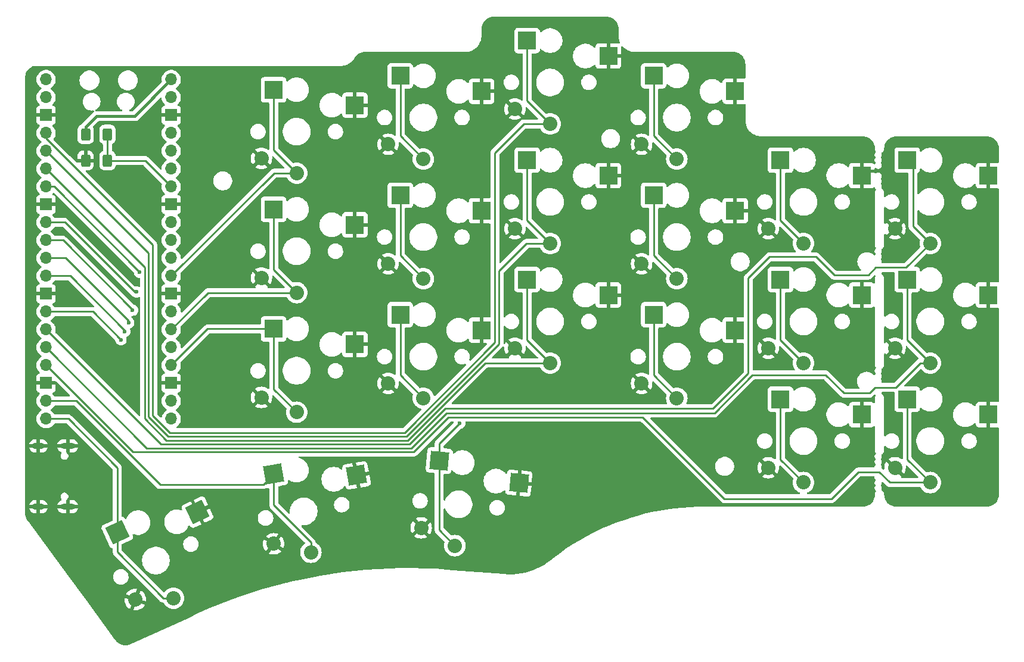
<source format=gbl>
%TF.GenerationSoftware,KiCad,Pcbnew,8.0.8*%
%TF.CreationDate,2025-05-22T15:11:42+02:00*%
%TF.ProjectId,keyboard_pcb,6b657962-6f61-4726-945f-7063622e6b69,rev1.0*%
%TF.SameCoordinates,Original*%
%TF.FileFunction,Copper,L2,Bot*%
%TF.FilePolarity,Positive*%
%FSLAX46Y46*%
G04 Gerber Fmt 4.6, Leading zero omitted, Abs format (unit mm)*
G04 Created by KiCad (PCBNEW 8.0.8) date 2025-05-22 15:11:42*
%MOMM*%
%LPD*%
G01*
G04 APERTURE LIST*
G04 Aperture macros list*
%AMRoundRect*
0 Rectangle with rounded corners*
0 $1 Rounding radius*
0 $2 $3 $4 $5 $6 $7 $8 $9 X,Y pos of 4 corners*
0 Add a 4 corners polygon primitive as box body*
4,1,4,$2,$3,$4,$5,$6,$7,$8,$9,$2,$3,0*
0 Add four circle primitives for the rounded corners*
1,1,$1+$1,$2,$3*
1,1,$1+$1,$4,$5*
1,1,$1+$1,$6,$7*
1,1,$1+$1,$8,$9*
0 Add four rect primitives between the rounded corners*
20,1,$1+$1,$2,$3,$4,$5,0*
20,1,$1+$1,$4,$5,$6,$7,0*
20,1,$1+$1,$6,$7,$8,$9,0*
20,1,$1+$1,$8,$9,$2,$3,0*%
%AMRotRect*
0 Rectangle, with rotation*
0 The origin of the aperture is its center*
0 $1 length*
0 $2 width*
0 $3 Rotation angle, in degrees counterclockwise*
0 Add horizontal line*
21,1,$1,$2,0,0,$3*%
G04 Aperture macros list end*
%TA.AperFunction,HeatsinkPad*%
%ADD10O,2.000000X0.900000*%
%TD*%
%TA.AperFunction,HeatsinkPad*%
%ADD11O,1.700000X0.900000*%
%TD*%
%TA.AperFunction,SMDPad,CuDef*%
%ADD12R,2.600000X2.600000*%
%TD*%
%TA.AperFunction,ComponentPad*%
%ADD13C,2.032000*%
%TD*%
%TA.AperFunction,ComponentPad*%
%ADD14O,1.700000X1.700000*%
%TD*%
%TA.AperFunction,ComponentPad*%
%ADD15R,1.700000X1.700000*%
%TD*%
%TA.AperFunction,SMDPad,CuDef*%
%ADD16RotRect,2.600000X2.600000X355.000000*%
%TD*%
%TA.AperFunction,SMDPad,CuDef*%
%ADD17RotRect,2.600000X2.600000X25.000000*%
%TD*%
%TA.AperFunction,SMDPad,CuDef*%
%ADD18RotRect,2.600000X2.600000X10.000000*%
%TD*%
%TA.AperFunction,SMDPad,CuDef*%
%ADD19RoundRect,0.250000X0.400000X0.625000X-0.400000X0.625000X-0.400000X-0.625000X0.400000X-0.625000X0*%
%TD*%
%TA.AperFunction,SMDPad,CuDef*%
%ADD20RoundRect,0.250000X-0.400000X-0.625000X0.400000X-0.625000X0.400000X0.625000X-0.400000X0.625000X0*%
%TD*%
%TA.AperFunction,ViaPad*%
%ADD21C,0.600000*%
%TD*%
%TA.AperFunction,Conductor*%
%ADD22C,0.400000*%
%TD*%
%TA.AperFunction,Conductor*%
%ADD23C,0.250000*%
%TD*%
G04 APERTURE END LIST*
D10*
%TO.P,J2,S1,SHIELD*%
%TO.N,GND*%
X72730000Y-104680000D03*
D11*
X68560000Y-104680000D03*
D10*
X72730000Y-113320000D03*
D11*
X68560000Y-113320000D03*
%TD*%
D12*
%TO.P,K25,1*%
%TO.N,/k25*%
X101965000Y-88050000D03*
D13*
X105240000Y-99900000D03*
%TO.P,K25,2*%
%TO.N,GND*%
X100240000Y-97800000D03*
D12*
X113515000Y-90250000D03*
%TD*%
%TO.P,K24,1*%
%TO.N,/k24*%
X119965000Y-86050000D03*
D13*
X123240000Y-97900000D03*
%TO.P,K24,2*%
%TO.N,GND*%
X118240000Y-95800000D03*
D12*
X131515000Y-88250000D03*
%TD*%
D13*
%TO.P,K21,1*%
%TO.N,/k21*%
X177240000Y-109900000D03*
D12*
X173965000Y-98050000D03*
D13*
%TO.P,K21,2*%
%TO.N,GND*%
X172240000Y-107800000D03*
D12*
X185515000Y-100250000D03*
%TD*%
%TO.P,K02,1*%
%TO.N,/k02*%
X155965000Y-52050000D03*
D13*
X159240000Y-63900000D03*
%TO.P,K02,2*%
%TO.N,GND*%
X154240000Y-61800000D03*
D12*
X167515000Y-54250000D03*
%TD*%
D13*
%TO.P,K10,1*%
%TO.N,/k10*%
X195240000Y-92900000D03*
D12*
X191965000Y-81050000D03*
%TO.P,K10,2*%
%TO.N,GND*%
X203515000Y-83250000D03*
D13*
X190240000Y-90800000D03*
%TD*%
D14*
%TO.P,U2,1,GPIO0*%
%TO.N,tx*%
X69646800Y-52578000D03*
%TO.P,U2,2,GPIO1*%
%TO.N,rx*%
X69646800Y-55118000D03*
D15*
%TO.P,U2,3,GND*%
%TO.N,GND*%
X69646800Y-57658000D03*
D14*
%TO.P,U2,4,GPIO2*%
%TO.N,/k03*%
X69646800Y-60198000D03*
%TO.P,U2,5,GPIO3*%
%TO.N,/k13*%
X69646800Y-62738000D03*
%TO.P,U2,6,GPIO4*%
%TO.N,/k23*%
X69646800Y-65278000D03*
%TO.P,U2,7,GPIO5*%
%TO.N,/k02*%
X69646800Y-67818000D03*
D15*
%TO.P,U2,8,GND*%
%TO.N,GND*%
X69646800Y-70358000D03*
D14*
%TO.P,U2,9,GPIO6*%
%TO.N,/k12*%
X69646800Y-72898000D03*
%TO.P,U2,10,GPIO7*%
%TO.N,/k22*%
X69646800Y-75438000D03*
%TO.P,U2,11,GPIO8*%
%TO.N,/k01*%
X69646800Y-77978000D03*
%TO.P,U2,12,GPIO9*%
%TO.N,/k11*%
X69646800Y-80518000D03*
D15*
%TO.P,U2,13,GND*%
%TO.N,GND*%
X69646800Y-83058000D03*
D14*
%TO.P,U2,14,GPIO10*%
%TO.N,/k21*%
X69646800Y-85598000D03*
%TO.P,U2,15,GPIO11*%
%TO.N,/k00*%
X69646800Y-88138000D03*
%TO.P,U2,16,GPIO12*%
%TO.N,/k10*%
X69646800Y-90678000D03*
%TO.P,U2,17,GPIO13*%
%TO.N,/k20*%
X69646800Y-93218000D03*
D15*
%TO.P,U2,18,GND*%
%TO.N,GND*%
X69646800Y-95758000D03*
D14*
%TO.P,U2,19,GPIO14*%
%TO.N,/k31*%
X69646800Y-98298000D03*
%TO.P,U2,20,GPIO15*%
%TO.N,/k32*%
X69646800Y-100838000D03*
%TO.P,U2,21,GPIO16*%
%TO.N,/k30*%
X87426800Y-100838000D03*
%TO.P,U2,22,GPIO17*%
%TO.N,/k24*%
X87426800Y-98298000D03*
D15*
%TO.P,U2,23,GND*%
%TO.N,GND*%
X87426800Y-95758000D03*
D14*
%TO.P,U2,24,GPIO18*%
%TO.N,/k25*%
X87426800Y-93218000D03*
%TO.P,U2,25,GPIO19*%
%TO.N,/k14*%
X87426800Y-90678000D03*
%TO.P,U2,26,GPIO20*%
%TO.N,/k15*%
X87426800Y-88138000D03*
%TO.P,U2,27,GPIO21*%
%TO.N,/k04*%
X87426800Y-85598000D03*
D15*
%TO.P,U2,28,GND*%
%TO.N,GND*%
X87426800Y-83058000D03*
D14*
%TO.P,U2,29,GPIO22*%
%TO.N,/k05*%
X87426800Y-80518000D03*
%TO.P,U2,30,RUN*%
%TO.N,unconnected-(U2-RUN-Pad30)*%
X87426800Y-77978000D03*
%TO.P,U2,31,GPIO26_ADC0*%
%TO.N,unconnected-(U2-GPIO26_ADC0-Pad31)*%
X87426800Y-75438000D03*
%TO.P,U2,32,GPIO27_ADC1*%
%TO.N,unconnected-(U2-GPIO27_ADC1-Pad32)*%
X87426800Y-72898000D03*
D15*
%TO.P,U2,33,AGND*%
%TO.N,GND*%
X87426800Y-70358000D03*
D14*
%TO.P,U2,34,GPIO28_ADC2*%
%TO.N,vbus_sense*%
X87426800Y-67818000D03*
%TO.P,U2,35,ADC_VREF*%
%TO.N,unconnected-(U2-ADC_VREF-Pad35)_1*%
X87426800Y-65278000D03*
%TO.P,U2,36,3V3*%
%TO.N,unconnected-(U2-3V3-Pad36)_1*%
X87426800Y-62738000D03*
%TO.P,U2,37,3V3_EN*%
%TO.N,unconnected-(U2-3V3_EN-Pad37)*%
X87426800Y-60198000D03*
D15*
%TO.P,U2,38,GND*%
%TO.N,GND*%
X87426800Y-57658000D03*
D14*
%TO.P,U2,39,VSYS*%
%TO.N,VCC*%
X87426800Y-55118000D03*
%TO.P,U2,40,VBUS*%
%TO.N,VBUS*%
X87426800Y-52578000D03*
%TD*%
D12*
%TO.P,K04,1*%
%TO.N,/k04*%
X119965000Y-52050000D03*
D13*
X123240000Y-63900000D03*
%TO.P,K04,2*%
%TO.N,GND*%
X118240000Y-61800000D03*
D12*
X131515000Y-54250000D03*
%TD*%
%TO.P,K12,1*%
%TO.N,/k12*%
X155965000Y-69050000D03*
D13*
X159240000Y-80900000D03*
D12*
%TO.P,K12,2*%
%TO.N,GND*%
X167515000Y-71250000D03*
D13*
X154240000Y-78800000D03*
%TD*%
%TO.P,K30,1*%
%TO.N,/k30*%
X127725781Y-118877549D03*
D16*
X125496039Y-106787206D03*
D13*
%TO.P,K30,2*%
%TO.N,GND*%
X122927835Y-116349761D03*
D16*
X136810345Y-109985484D03*
%TD*%
D12*
%TO.P,K01,1*%
%TO.N,/k01*%
X173965000Y-64050000D03*
D13*
X177240000Y-75900000D03*
%TO.P,K01,2*%
%TO.N,GND*%
X172240000Y-73800000D03*
D12*
X185515000Y-66250000D03*
%TD*%
%TO.P,K14,1*%
%TO.N,/k14*%
X119965000Y-69050000D03*
D13*
X123240000Y-80900000D03*
D12*
%TO.P,K14,2*%
%TO.N,GND*%
X131515000Y-71250000D03*
D13*
X118240000Y-78800000D03*
%TD*%
D12*
%TO.P,K23,1*%
%TO.N,/k23*%
X137965000Y-81050000D03*
D13*
X141240000Y-92900000D03*
%TO.P,K23,2*%
%TO.N,GND*%
X136240000Y-90800000D03*
D12*
X149515000Y-83250000D03*
%TD*%
%TO.P,K03,1*%
%TO.N,/k03*%
X137965000Y-47050000D03*
D13*
X141240000Y-58900000D03*
D12*
%TO.P,K03,2*%
%TO.N,GND*%
X149515000Y-49250000D03*
D13*
X136240000Y-56800000D03*
%TD*%
%TO.P,K22,1*%
%TO.N,/k22*%
X159240000Y-97900000D03*
D12*
X155965000Y-86050000D03*
D13*
%TO.P,K22,2*%
%TO.N,GND*%
X154240000Y-95800000D03*
D12*
X167515000Y-88250000D03*
%TD*%
D13*
%TO.P,K15,1*%
%TO.N,/k15*%
X105240000Y-82900000D03*
D12*
X101965000Y-71050000D03*
D13*
%TO.P,K15,2*%
%TO.N,GND*%
X100240000Y-80800000D03*
D12*
X113515000Y-73250000D03*
%TD*%
D17*
%TO.P,K32,1*%
%TO.N,/k32*%
X79757263Y-116991543D03*
D13*
X87733448Y-126347216D03*
%TO.P,K32,2*%
%TO.N,GND*%
X82314410Y-126557061D03*
D17*
X91154878Y-114104180D03*
%TD*%
D12*
%TO.P,K11,1*%
%TO.N,/k11*%
X173965000Y-81050000D03*
D13*
X177240000Y-92900000D03*
D12*
%TO.P,K11,2*%
%TO.N,GND*%
X185515000Y-83250000D03*
D13*
X172240000Y-90800000D03*
%TD*%
D12*
%TO.P,K05,1*%
%TO.N,/k05*%
X101965000Y-54050000D03*
D13*
X105240000Y-65900000D03*
%TO.P,K05,2*%
%TO.N,GND*%
X100240000Y-63800000D03*
D12*
X113515000Y-56250000D03*
%TD*%
D13*
%TO.P,K20,1*%
%TO.N,/k20*%
X195240000Y-109900000D03*
D12*
X191965000Y-98050000D03*
%TO.P,K20,2*%
%TO.N,GND*%
X203515000Y-100250000D03*
D13*
X190240000Y-107800000D03*
%TD*%
D12*
%TO.P,K13,1*%
%TO.N,/k13*%
X137965000Y-64050000D03*
D13*
X141240000Y-75900000D03*
%TO.P,K13,2*%
%TO.N,GND*%
X136240000Y-73800000D03*
D12*
X149515000Y-66250000D03*
%TD*%
%TO.P,K00,1*%
%TO.N,/k00*%
X191965000Y-64050000D03*
D13*
X195240000Y-75900000D03*
%TO.P,K00,2*%
%TO.N,GND*%
X190240000Y-73800000D03*
D12*
X203515000Y-66250000D03*
%TD*%
D13*
%TO.P,K31,1*%
%TO.N,/k31*%
X107264524Y-119810366D03*
D18*
X101981548Y-108709092D03*
%TO.P,K31,2*%
%TO.N,GND*%
X113738103Y-108870032D03*
D13*
X101975824Y-118610510D03*
%TD*%
D19*
%TO.P,R2,1*%
%TO.N,vbus_sense*%
X78359600Y-64109600D03*
%TO.P,R2,2*%
%TO.N,GND*%
X75259600Y-64109600D03*
%TD*%
D20*
%TO.P,R1,1*%
%TO.N,VBUS*%
X75259600Y-60401200D03*
%TO.P,R1,2*%
%TO.N,vbus_sense*%
X78359600Y-60401200D03*
%TD*%
D21*
%TO.N,GND*%
X186200000Y-92600000D03*
X136200000Y-84000000D03*
X78600000Y-92400000D03*
X186200000Y-75200000D03*
%TO.N,/k01*%
X81376460Y-87200000D03*
%TO.N,/k02*%
X82925980Y-80000000D03*
%TO.N,/k11*%
X80826940Y-88400000D03*
%TO.N,/k12*%
X82475500Y-82800000D03*
%TO.N,/k21*%
X80277420Y-89600000D03*
%TO.N,/k22*%
X81925980Y-85400000D03*
%TO.N,/k30*%
X128400000Y-101475500D03*
%TD*%
D22*
%TO.N,GND*%
X191089521Y-68545448D02*
X191089521Y-72950479D01*
X185515000Y-66250000D02*
X186179321Y-65585679D01*
X186179321Y-65585679D02*
X188129752Y-65585679D01*
X191089521Y-72950479D02*
X190240000Y-73800000D01*
X188129752Y-65585679D02*
X191089521Y-68545448D01*
D23*
%TO.N,/k00*%
X186425289Y-80400000D02*
X181600000Y-80400000D01*
X126331414Y-99400000D02*
X121282856Y-104448558D01*
X164400000Y-99400000D02*
X126331414Y-99400000D01*
X192800000Y-64885000D02*
X192800000Y-73460000D01*
X181600000Y-80400000D02*
X179000000Y-77800000D01*
X179000000Y-77800000D02*
X172400000Y-77800000D01*
X191965000Y-64050000D02*
X192800000Y-64885000D01*
X169400000Y-80800000D02*
X169400000Y-94400000D01*
X191814521Y-79325479D02*
X187499810Y-79325479D01*
X192800000Y-73460000D02*
X195240000Y-75900000D01*
X172400000Y-77800000D02*
X169400000Y-80800000D01*
X187499810Y-79325479D02*
X186425289Y-80400000D01*
X169400000Y-94400000D02*
X164400000Y-99400000D01*
X195240000Y-75900000D02*
X191814521Y-79325479D01*
X121282856Y-104448558D02*
X85957358Y-104448558D01*
X85957358Y-104448558D02*
X69646800Y-88138000D01*
%TO.N,/k01*%
X173965000Y-72625000D02*
X177240000Y-75900000D01*
X72453500Y-77978000D02*
X69646800Y-77978000D01*
X81376460Y-86900960D02*
X72453500Y-77978000D01*
X81376460Y-87200000D02*
X81376460Y-86900960D01*
X173965000Y-64050000D02*
X173965000Y-72625000D01*
%TO.N,/k02*%
X82925980Y-79949520D02*
X70794460Y-67818000D01*
X82925980Y-80000000D02*
X82925980Y-79949520D01*
X155965000Y-60625000D02*
X159240000Y-63900000D01*
X70794460Y-67818000D02*
X69646800Y-67818000D01*
X155965000Y-52050000D02*
X155965000Y-60625000D01*
%TO.N,/k03*%
X69646800Y-60935568D02*
X69646800Y-60198000D01*
X133400000Y-63000000D02*
X133400000Y-90000000D01*
X120600000Y-102800000D02*
X87200000Y-102800000D01*
X87200000Y-102800000D02*
X84800000Y-100400000D01*
X137500000Y-58900000D02*
X133400000Y-63000000D01*
X84800000Y-76088768D02*
X69646800Y-60935568D01*
X137965000Y-55625000D02*
X141240000Y-58900000D01*
X141240000Y-58900000D02*
X137500000Y-58900000D01*
X137965000Y-47050000D02*
X137965000Y-55625000D01*
X133400000Y-90000000D02*
X120600000Y-102800000D01*
X84800000Y-100400000D02*
X84800000Y-76088768D01*
%TO.N,/k04*%
X119965000Y-52050000D02*
X119965000Y-60625000D01*
X119965000Y-60625000D02*
X123240000Y-63900000D01*
%TO.N,/k05*%
X101965000Y-62625000D02*
X105240000Y-65900000D01*
X101965000Y-54050000D02*
X101965000Y-62625000D01*
X102044800Y-65900000D02*
X87426800Y-80518000D01*
X105240000Y-65900000D02*
X102044800Y-65900000D01*
%TO.N,/k10*%
X191965000Y-89625000D02*
X195240000Y-92900000D01*
X180400000Y-94600000D02*
X183000000Y-97200000D01*
X126508552Y-100000000D02*
X164577138Y-100000000D01*
X187600000Y-96400000D02*
X187624521Y-96375479D01*
X187624521Y-96375479D02*
X190327681Y-96375479D01*
X186600000Y-97200000D02*
X187400000Y-96400000D01*
X164577138Y-100000000D02*
X169977138Y-94600000D01*
X193803160Y-92900000D02*
X195240000Y-92900000D01*
X191965000Y-81050000D02*
X191965000Y-89625000D01*
X187400000Y-96400000D02*
X187600000Y-96400000D01*
X69646800Y-90678000D02*
X83966878Y-104998078D01*
X169977138Y-94600000D02*
X180400000Y-94600000D01*
X190327681Y-96375479D02*
X193803160Y-92900000D01*
X121510474Y-104998078D02*
X126508552Y-100000000D01*
X183000000Y-97200000D02*
X186600000Y-97200000D01*
X83966878Y-104998078D02*
X121510474Y-104998078D01*
%TO.N,/k11*%
X80826940Y-88400000D02*
X80826940Y-88275940D01*
X173965000Y-89625000D02*
X177240000Y-92900000D01*
X80826940Y-88275940D02*
X73069000Y-80518000D01*
X173965000Y-81050000D02*
X173965000Y-89625000D01*
X73069000Y-80518000D02*
X69646800Y-80518000D01*
%TO.N,/k12*%
X155965000Y-77625000D02*
X159240000Y-80900000D01*
X82200000Y-82800000D02*
X72298000Y-72898000D01*
X155965000Y-69050000D02*
X155965000Y-77625000D01*
X72298000Y-72898000D02*
X69646800Y-72898000D01*
X82475500Y-82800000D02*
X82200000Y-82800000D01*
%TO.N,/k13*%
X134000000Y-79800000D02*
X137900000Y-75900000D01*
X134000000Y-90177138D02*
X134000000Y-79800000D01*
X120827619Y-103349519D02*
X134000000Y-90177138D01*
X137965000Y-72625000D02*
X141240000Y-75900000D01*
X137965000Y-64050000D02*
X137965000Y-72625000D01*
X84200000Y-100577138D02*
X86972381Y-103349519D01*
X84200000Y-77291200D02*
X84200000Y-100577138D01*
X69646800Y-62738000D02*
X84200000Y-77291200D01*
X137900000Y-75900000D02*
X141240000Y-75900000D01*
X86972381Y-103349519D02*
X120827619Y-103349519D01*
%TO.N,/k14*%
X119965000Y-69050000D02*
X119965000Y-77625000D01*
X119965000Y-77625000D02*
X123240000Y-80900000D01*
%TO.N,/k15*%
X105240000Y-82900000D02*
X101965000Y-79625000D01*
X105240000Y-82900000D02*
X92664800Y-82900000D01*
X92664800Y-82900000D02*
X87426800Y-88138000D01*
X101965000Y-79625000D02*
X101965000Y-71050000D01*
%TO.N,/k20*%
X121852403Y-105547597D02*
X126800000Y-100600000D01*
X166000000Y-112200000D02*
X181200000Y-112200000D01*
X189500000Y-109900000D02*
X195240000Y-109900000D01*
X126800000Y-100600000D02*
X154400000Y-100600000D01*
X69646800Y-93218000D02*
X81976397Y-105547597D01*
X181200000Y-112200000D02*
X185000000Y-108400000D01*
X188000000Y-108400000D02*
X189500000Y-109900000D01*
X191965000Y-98050000D02*
X191965000Y-106625000D01*
X185000000Y-108400000D02*
X188000000Y-108400000D01*
X81976397Y-105547597D02*
X121852403Y-105547597D01*
X191965000Y-106625000D02*
X195240000Y-109900000D01*
X154400000Y-100600000D02*
X166000000Y-112200000D01*
%TO.N,/k21*%
X173965000Y-106625000D02*
X177240000Y-109900000D01*
X80277420Y-89600000D02*
X76275420Y-85598000D01*
X173965000Y-98050000D02*
X173965000Y-106625000D01*
X76275420Y-85598000D02*
X69646800Y-85598000D01*
%TO.N,/k22*%
X155965000Y-94625000D02*
X159240000Y-97900000D01*
X72038000Y-75438000D02*
X69646800Y-75438000D01*
X81925980Y-85400000D02*
X81925980Y-85325980D01*
X155965000Y-86050000D02*
X155965000Y-94625000D01*
X81925980Y-85325980D02*
X72038000Y-75438000D01*
%TO.N,/k23*%
X69646800Y-65278000D02*
X83650480Y-79281680D01*
X83650481Y-100804757D02*
X86744763Y-103899039D01*
X137965000Y-89625000D02*
X141240000Y-92900000D01*
X86744763Y-103899039D02*
X121055238Y-103899038D01*
X132054276Y-92900000D02*
X141240000Y-92900000D01*
X121055238Y-103899038D02*
X132054276Y-92900000D01*
X137965000Y-81050000D02*
X137965000Y-89625000D01*
X83650480Y-79281680D02*
X83650481Y-100804757D01*
%TO.N,/k24*%
X119965000Y-94625000D02*
X123240000Y-97900000D01*
X119965000Y-86050000D02*
X119965000Y-94625000D01*
%TO.N,/k25*%
X101965000Y-88050000D02*
X92594800Y-88050000D01*
X92594800Y-88050000D02*
X87426800Y-93218000D01*
X101965000Y-96625000D02*
X101965000Y-88050000D01*
X105240000Y-99900000D02*
X101965000Y-96625000D01*
%TO.N,/k30*%
X125496039Y-116647807D02*
X127725781Y-118877549D01*
X125496039Y-106787206D02*
X125496039Y-116647807D01*
X125496039Y-106787206D02*
X125496039Y-104379461D01*
X125496039Y-104379461D02*
X128400000Y-101475500D01*
%TO.N,/k31*%
X107264524Y-118373526D02*
X101981548Y-113090550D01*
X100490640Y-110200000D02*
X101981548Y-108709092D01*
X85851662Y-110200000D02*
X100490640Y-110200000D01*
X107264524Y-119810366D02*
X107264524Y-118373526D01*
X101981548Y-113090550D02*
X101981548Y-108709092D01*
X73949662Y-98298000D02*
X85851662Y-110200000D01*
X69646800Y-98298000D02*
X73949662Y-98298000D01*
%TO.N,/k32*%
X79757263Y-107794109D02*
X79757263Y-116991543D01*
X72801154Y-100838000D02*
X79757263Y-107794109D01*
X87733448Y-126347216D02*
X86296608Y-126347216D01*
X69646800Y-100838000D02*
X72801154Y-100838000D01*
X86296608Y-126347216D02*
X79757263Y-119807871D01*
X79757263Y-119807871D02*
X79757263Y-116991543D01*
D22*
%TO.N,VBUS*%
X76800000Y-57800000D02*
X75259600Y-59340400D01*
X82204800Y-57800000D02*
X76800000Y-57800000D01*
X87426800Y-52578000D02*
X82204800Y-57800000D01*
X75259600Y-59340400D02*
X75259600Y-60401200D01*
D23*
%TO.N,vbus_sense*%
X78359600Y-64109600D02*
X83718400Y-64109600D01*
X83718400Y-64109600D02*
X87426800Y-67818000D01*
X78359600Y-60401200D02*
X78359600Y-64109600D01*
%TD*%
%TA.AperFunction,Conductor*%
%TO.N,GND*%
G36*
X149244418Y-43650816D02*
G01*
X149480140Y-43667674D01*
X149497641Y-43670191D01*
X149724229Y-43719482D01*
X149741188Y-43724461D01*
X149878672Y-43775740D01*
X149958462Y-43805501D01*
X149974555Y-43812851D01*
X150178068Y-43923977D01*
X150192951Y-43933542D01*
X150378579Y-44072501D01*
X150391950Y-44084087D01*
X150555912Y-44248049D01*
X150567498Y-44261420D01*
X150706457Y-44447048D01*
X150716022Y-44461931D01*
X150827148Y-44665444D01*
X150834498Y-44681537D01*
X150915535Y-44898803D01*
X150920519Y-44915779D01*
X150969807Y-45142352D01*
X150972325Y-45159864D01*
X150989184Y-45395581D01*
X150989500Y-45404427D01*
X150989500Y-46355830D01*
X150989500Y-46400000D01*
X150989500Y-46536130D01*
X151022318Y-46806405D01*
X151043635Y-46892891D01*
X151087475Y-47070760D01*
X151184271Y-47325986D01*
X151189638Y-47395649D01*
X151156491Y-47457155D01*
X151095352Y-47490977D01*
X151025634Y-47486375D01*
X151024995Y-47486139D01*
X150924097Y-47448506D01*
X150863581Y-47442000D01*
X149769000Y-47442000D01*
X149769000Y-48996000D01*
X151323000Y-48996000D01*
X151323000Y-47956906D01*
X151342685Y-47889867D01*
X151395489Y-47844112D01*
X151464647Y-47834168D01*
X151528203Y-47863193D01*
X151539813Y-47874676D01*
X151645747Y-47994251D01*
X151645752Y-47994256D01*
X151820987Y-48149500D01*
X151849538Y-48174794D01*
X152073603Y-48329456D01*
X152314678Y-48455981D01*
X152453452Y-48508611D01*
X152569240Y-48552524D01*
X152569242Y-48552524D01*
X152569246Y-48552526D01*
X152833595Y-48617682D01*
X153059690Y-48645135D01*
X153103868Y-48650500D01*
X153103870Y-48650500D01*
X153190172Y-48650500D01*
X167195830Y-48650500D01*
X167235572Y-48650500D01*
X167244418Y-48650816D01*
X167480140Y-48667674D01*
X167497641Y-48670191D01*
X167724229Y-48719482D01*
X167741188Y-48724461D01*
X167878672Y-48775740D01*
X167958462Y-48805501D01*
X167974555Y-48812851D01*
X168178068Y-48923977D01*
X168192951Y-48933542D01*
X168378579Y-49072501D01*
X168391950Y-49084087D01*
X168555912Y-49248049D01*
X168567498Y-49261420D01*
X168706457Y-49447048D01*
X168716022Y-49461931D01*
X168827148Y-49665444D01*
X168834498Y-49681537D01*
X168915535Y-49898803D01*
X168920519Y-49915779D01*
X168969807Y-50142352D01*
X168972325Y-50159864D01*
X168989184Y-50395581D01*
X168989500Y-50404427D01*
X168989500Y-52318000D01*
X168969815Y-52385039D01*
X168917011Y-52430794D01*
X168865500Y-52442000D01*
X167769000Y-52442000D01*
X167769000Y-56058000D01*
X168865500Y-56058000D01*
X168932539Y-56077685D01*
X168978294Y-56130489D01*
X168989500Y-56182000D01*
X168989500Y-58355830D01*
X168989500Y-58400000D01*
X168989500Y-58536130D01*
X169022318Y-58806405D01*
X169064931Y-58979292D01*
X169087475Y-59070759D01*
X169173808Y-59298399D01*
X169184019Y-59325322D01*
X169310544Y-59566397D01*
X169465206Y-59790462D01*
X169465208Y-59790464D01*
X169465210Y-59790467D01*
X169645746Y-59994251D01*
X169645748Y-59994253D01*
X169849532Y-60174789D01*
X169849538Y-60174794D01*
X170073603Y-60329456D01*
X170314678Y-60455981D01*
X170490988Y-60522846D01*
X170569240Y-60552524D01*
X170569242Y-60552524D01*
X170569246Y-60552526D01*
X170833595Y-60617682D01*
X171059690Y-60645135D01*
X171103868Y-60650500D01*
X171103870Y-60650500D01*
X171190172Y-60650500D01*
X185595830Y-60650500D01*
X185635572Y-60650500D01*
X185644418Y-60650816D01*
X185880140Y-60667674D01*
X185897641Y-60670191D01*
X186124229Y-60719482D01*
X186141188Y-60724461D01*
X186278672Y-60775740D01*
X186358462Y-60805501D01*
X186374555Y-60812851D01*
X186578068Y-60923977D01*
X186592951Y-60933542D01*
X186778579Y-61072501D01*
X186791950Y-61084087D01*
X186955912Y-61248049D01*
X186967498Y-61261420D01*
X187106457Y-61447048D01*
X187116022Y-61461931D01*
X187227148Y-61665444D01*
X187234498Y-61681537D01*
X187315535Y-61898803D01*
X187320519Y-61915779D01*
X187369807Y-62142352D01*
X187372325Y-62159864D01*
X187389184Y-62395581D01*
X187389500Y-62404427D01*
X187389500Y-62473297D01*
X187409885Y-62562606D01*
X187417545Y-62596168D01*
X187422120Y-62616209D01*
X187485720Y-62748276D01*
X187485721Y-62748278D01*
X187497992Y-62763665D01*
X187524401Y-62828352D01*
X187511644Y-62897047D01*
X187488727Y-62928658D01*
X187439503Y-62977882D01*
X187439500Y-62977886D01*
X187373608Y-63092012D01*
X187343132Y-63205754D01*
X187339500Y-63219308D01*
X187339500Y-63351092D01*
X187372995Y-63476100D01*
X187373609Y-63478388D01*
X187373609Y-63478389D01*
X187442782Y-63598200D01*
X187459255Y-63666100D01*
X187442782Y-63722200D01*
X187373609Y-63842010D01*
X187373609Y-63842011D01*
X187373609Y-63842012D01*
X187373608Y-63842014D01*
X187339500Y-63969308D01*
X187339500Y-64101092D01*
X187367285Y-64204789D01*
X187373609Y-64228388D01*
X187373609Y-64228389D01*
X187442782Y-64348200D01*
X187459255Y-64416100D01*
X187442782Y-64472200D01*
X187383991Y-64574028D01*
X187333424Y-64622244D01*
X187264817Y-64635466D01*
X187199952Y-64609498D01*
X187184187Y-64593354D01*
X187184175Y-64593367D01*
X187177906Y-64587098D01*
X187060961Y-64499554D01*
X187060961Y-64499553D01*
X186924097Y-64448506D01*
X186863581Y-64442000D01*
X185769000Y-64442000D01*
X185769000Y-68058000D01*
X186863580Y-68058000D01*
X186863581Y-68057999D01*
X186924097Y-68051493D01*
X187060961Y-68000446D01*
X187060966Y-68000443D01*
X187179629Y-67911612D01*
X187245093Y-67887194D01*
X187313366Y-67902045D01*
X187362772Y-67951450D01*
X187372047Y-67974617D01*
X187373607Y-67978385D01*
X187398576Y-68021631D01*
X187439500Y-68092514D01*
X187439502Y-68092516D01*
X187501859Y-68154873D01*
X187535344Y-68216196D01*
X187530360Y-68285888D01*
X187511125Y-68319867D01*
X187485721Y-68351721D01*
X187485720Y-68351723D01*
X187422120Y-68483790D01*
X187389500Y-68626702D01*
X187389500Y-76173297D01*
X187399449Y-76216884D01*
X187418053Y-76298394D01*
X187422120Y-76316209D01*
X187485720Y-76448276D01*
X187485721Y-76448277D01*
X187504559Y-76471900D01*
X187530967Y-76536587D01*
X187518210Y-76605282D01*
X187495293Y-76636893D01*
X187439500Y-76692686D01*
X187373608Y-76806812D01*
X187345072Y-76913312D01*
X187339500Y-76934108D01*
X187339500Y-77065892D01*
X187372980Y-77190843D01*
X187373609Y-77193188D01*
X187373609Y-77193189D01*
X187442782Y-77313000D01*
X187459255Y-77380900D01*
X187442782Y-77437001D01*
X187393318Y-77522674D01*
X187342750Y-77570889D01*
X187274143Y-77584111D01*
X187209279Y-77558143D01*
X187198250Y-77548354D01*
X187119786Y-77469890D01*
X186947820Y-77344951D01*
X186758414Y-77248444D01*
X186758413Y-77248443D01*
X186758412Y-77248443D01*
X186556243Y-77182754D01*
X186556241Y-77182753D01*
X186556240Y-77182753D01*
X186394957Y-77157208D01*
X186346287Y-77149500D01*
X186133713Y-77149500D01*
X186085042Y-77157208D01*
X185923760Y-77182753D01*
X185855817Y-77204829D01*
X185751882Y-77238600D01*
X185721585Y-77248444D01*
X185532179Y-77344951D01*
X185360213Y-77469890D01*
X185209890Y-77620213D01*
X185084951Y-77792179D01*
X184988444Y-77981585D01*
X184988443Y-77981587D01*
X184988443Y-77981588D01*
X184966775Y-78048275D01*
X184922753Y-78183760D01*
X184899972Y-78327597D01*
X184889500Y-78393713D01*
X184889500Y-78606287D01*
X184895718Y-78645543D01*
X184922600Y-78815276D01*
X184922754Y-78816243D01*
X184977659Y-78985223D01*
X184988444Y-79018414D01*
X185084951Y-79207820D01*
X185209890Y-79379786D01*
X185360211Y-79530107D01*
X185376830Y-79542181D01*
X185419497Y-79597511D01*
X185425477Y-79667124D01*
X185392871Y-79728919D01*
X185332033Y-79763277D01*
X185303946Y-79766500D01*
X181913766Y-79766500D01*
X181846727Y-79746815D01*
X181826085Y-79730181D01*
X179403836Y-77307931D01*
X179403832Y-77307928D01*
X179300081Y-77238603D01*
X179300072Y-77238598D01*
X179184785Y-77190845D01*
X179184777Y-77190843D01*
X179062398Y-77166500D01*
X179062394Y-77166500D01*
X178432134Y-77166500D01*
X178365095Y-77146815D01*
X178319340Y-77094011D01*
X178309396Y-77024853D01*
X178337844Y-76961968D01*
X178415356Y-76871213D01*
X178477160Y-76798849D01*
X178602540Y-76594249D01*
X178602542Y-76594245D01*
X178694369Y-76372554D01*
X178694369Y-76372553D01*
X178712173Y-76298394D01*
X178750387Y-76139222D01*
X178769214Y-75900000D01*
X178750387Y-75660778D01*
X178694369Y-75427447D01*
X178694369Y-75427446D01*
X178694369Y-75427445D01*
X178602542Y-75205754D01*
X178602540Y-75205751D01*
X178477162Y-75001153D01*
X178477158Y-75001148D01*
X178402139Y-74913312D01*
X178321318Y-74818682D01*
X178221561Y-74733482D01*
X178138851Y-74662841D01*
X178138846Y-74662837D01*
X177934248Y-74537459D01*
X177934245Y-74537457D01*
X177712553Y-74445630D01*
X177479218Y-74389612D01*
X177479219Y-74389612D01*
X177240000Y-74370786D01*
X177000780Y-74389612D01*
X176765691Y-74446052D01*
X176695909Y-74442561D01*
X176649063Y-74413159D01*
X174634819Y-72398915D01*
X174601334Y-72337592D01*
X174598500Y-72311234D01*
X174598500Y-69871199D01*
X175275000Y-69871199D01*
X175275000Y-70128800D01*
X175296336Y-70290857D01*
X175308622Y-70384175D01*
X175312502Y-70398654D01*
X175375289Y-70632982D01*
X175473859Y-70870952D01*
X175473867Y-70870969D01*
X175602652Y-71094030D01*
X175602663Y-71094046D01*
X175759463Y-71298392D01*
X175759469Y-71298399D01*
X175941600Y-71480530D01*
X175941607Y-71480536D01*
X176059376Y-71570903D01*
X176145962Y-71637343D01*
X176145969Y-71637347D01*
X176369030Y-71766132D01*
X176369035Y-71766134D01*
X176369038Y-71766136D01*
X176369042Y-71766137D01*
X176369047Y-71766140D01*
X176430004Y-71791389D01*
X176607016Y-71864710D01*
X176855825Y-71931378D01*
X177111207Y-71965000D01*
X177111214Y-71965000D01*
X177368786Y-71965000D01*
X177368793Y-71965000D01*
X177624175Y-71931378D01*
X177872984Y-71864710D01*
X178110962Y-71766136D01*
X178334038Y-71637343D01*
X178538394Y-71480535D01*
X178720535Y-71298394D01*
X178877343Y-71094038D01*
X179006136Y-70870962D01*
X179104710Y-70632984D01*
X179171378Y-70384175D01*
X179205000Y-70128793D01*
X179205000Y-69913312D01*
X181638600Y-69913312D01*
X181638600Y-70086687D01*
X181665720Y-70257913D01*
X181719290Y-70422788D01*
X181719291Y-70422791D01*
X181786581Y-70554853D01*
X181797998Y-70577260D01*
X181899899Y-70717514D01*
X182022486Y-70840101D01*
X182162740Y-70942002D01*
X182238502Y-70980604D01*
X182317208Y-71020708D01*
X182317211Y-71020709D01*
X182399648Y-71047494D01*
X182482088Y-71074280D01*
X182561391Y-71086840D01*
X182653313Y-71101400D01*
X182653318Y-71101400D01*
X182826687Y-71101400D01*
X182909695Y-71088252D01*
X182997912Y-71074280D01*
X183162791Y-71020708D01*
X183317260Y-70942002D01*
X183457514Y-70840101D01*
X183580101Y-70717514D01*
X183682002Y-70577260D01*
X183760708Y-70422791D01*
X183814280Y-70257912D01*
X183829606Y-70161147D01*
X183841400Y-70086687D01*
X183841400Y-69913312D01*
X183822088Y-69791389D01*
X183814280Y-69742088D01*
X183787494Y-69659648D01*
X183760709Y-69577211D01*
X183760708Y-69577208D01*
X183709474Y-69476657D01*
X183682002Y-69422740D01*
X183580101Y-69282486D01*
X183457514Y-69159899D01*
X183317260Y-69057998D01*
X183316385Y-69057552D01*
X183162791Y-68979291D01*
X183162788Y-68979290D01*
X182997913Y-68925720D01*
X182826687Y-68898600D01*
X182826682Y-68898600D01*
X182653318Y-68898600D01*
X182653313Y-68898600D01*
X182482086Y-68925720D01*
X182317211Y-68979290D01*
X182317208Y-68979291D01*
X182162739Y-69057998D01*
X182082719Y-69116136D01*
X182022486Y-69159899D01*
X182022484Y-69159901D01*
X182022483Y-69159901D01*
X181899901Y-69282483D01*
X181899901Y-69282484D01*
X181899899Y-69282486D01*
X181865777Y-69329451D01*
X181797998Y-69422739D01*
X181719291Y-69577208D01*
X181719290Y-69577211D01*
X181665720Y-69742086D01*
X181638600Y-69913312D01*
X179205000Y-69913312D01*
X179205000Y-69871207D01*
X179171378Y-69615825D01*
X179104710Y-69367016D01*
X179036097Y-69201369D01*
X179006140Y-69129047D01*
X179006132Y-69129030D01*
X178877347Y-68905969D01*
X178877343Y-68905962D01*
X178806322Y-68813406D01*
X178720536Y-68701607D01*
X178720530Y-68701600D01*
X178538399Y-68519469D01*
X178538392Y-68519463D01*
X178334046Y-68362663D01*
X178334044Y-68362661D01*
X178334038Y-68362657D01*
X178334033Y-68362654D01*
X178334030Y-68362652D01*
X178110969Y-68233867D01*
X178110952Y-68233859D01*
X177872982Y-68135289D01*
X177700421Y-68089052D01*
X177624175Y-68068622D01*
X177592252Y-68064419D01*
X177368800Y-68035000D01*
X177368793Y-68035000D01*
X177111207Y-68035000D01*
X177111199Y-68035000D01*
X176855825Y-68068622D01*
X176607017Y-68135289D01*
X176369047Y-68233859D01*
X176369030Y-68233867D01*
X176145969Y-68362652D01*
X176145953Y-68362663D01*
X175941607Y-68519463D01*
X175941600Y-68519469D01*
X175759469Y-68701600D01*
X175759463Y-68701607D01*
X175602663Y-68905953D01*
X175602652Y-68905969D01*
X175473867Y-69129030D01*
X175473859Y-69129047D01*
X175375289Y-69367017D01*
X175308622Y-69615825D01*
X175275000Y-69871199D01*
X174598500Y-69871199D01*
X174598500Y-66135258D01*
X180489500Y-66135258D01*
X180489500Y-66364741D01*
X180504463Y-66478387D01*
X180519452Y-66592238D01*
X180574812Y-66798846D01*
X180578842Y-66813887D01*
X180666650Y-67025876D01*
X180666657Y-67025890D01*
X180781392Y-67224617D01*
X180921081Y-67406661D01*
X180921089Y-67406670D01*
X181083330Y-67568911D01*
X181083338Y-67568918D01*
X181083339Y-67568919D01*
X181115549Y-67593635D01*
X181265382Y-67708607D01*
X181265385Y-67708608D01*
X181265388Y-67708611D01*
X181464112Y-67823344D01*
X181464117Y-67823346D01*
X181464123Y-67823349D01*
X181555480Y-67861190D01*
X181676113Y-67911158D01*
X181897762Y-67970548D01*
X182114312Y-67999057D01*
X182124855Y-68000446D01*
X182125266Y-68000500D01*
X182125273Y-68000500D01*
X182354727Y-68000500D01*
X182354734Y-68000500D01*
X182582238Y-67970548D01*
X182803887Y-67911158D01*
X183015888Y-67823344D01*
X183214612Y-67708611D01*
X183396661Y-67568919D01*
X183396665Y-67568914D01*
X183396670Y-67568911D01*
X183495319Y-67470262D01*
X183556642Y-67436777D01*
X183626334Y-67441761D01*
X183682267Y-67483633D01*
X183706684Y-67549097D01*
X183707000Y-67557943D01*
X183707000Y-67598581D01*
X183713506Y-67659097D01*
X183764553Y-67795961D01*
X183852096Y-67912903D01*
X183969038Y-68000445D01*
X183969038Y-68000446D01*
X184105902Y-68051493D01*
X184166418Y-68057999D01*
X184166420Y-68058000D01*
X185261000Y-68058000D01*
X185261000Y-64442000D01*
X184166418Y-64442000D01*
X184105902Y-64448506D01*
X183969038Y-64499553D01*
X183969038Y-64499554D01*
X183852096Y-64587096D01*
X183764554Y-64704038D01*
X183764553Y-64704038D01*
X183713506Y-64840902D01*
X183707000Y-64901418D01*
X183707000Y-64942057D01*
X183687315Y-65009096D01*
X183634511Y-65054851D01*
X183565353Y-65064795D01*
X183501797Y-65035770D01*
X183495319Y-65029738D01*
X183396670Y-64931089D01*
X183396661Y-64931081D01*
X183214617Y-64791392D01*
X183203722Y-64785102D01*
X183015888Y-64676656D01*
X183015876Y-64676650D01*
X182803887Y-64588842D01*
X182797371Y-64587096D01*
X182582238Y-64529452D01*
X182544215Y-64524446D01*
X182354741Y-64499500D01*
X182354734Y-64499500D01*
X182125266Y-64499500D01*
X182125258Y-64499500D01*
X181908715Y-64528009D01*
X181897762Y-64529452D01*
X181804076Y-64554554D01*
X181676112Y-64588842D01*
X181464123Y-64676650D01*
X181464109Y-64676657D01*
X181265382Y-64791392D01*
X181083338Y-64931081D01*
X180921081Y-65093338D01*
X180781392Y-65275382D01*
X180666657Y-65474109D01*
X180666650Y-65474123D01*
X180578842Y-65686112D01*
X180556218Y-65770548D01*
X180525632Y-65884700D01*
X180519453Y-65907759D01*
X180519451Y-65907770D01*
X180489500Y-66135258D01*
X174598500Y-66135258D01*
X174598500Y-65982500D01*
X174618185Y-65915461D01*
X174670989Y-65869706D01*
X174722500Y-65858500D01*
X175313638Y-65858500D01*
X175313654Y-65858499D01*
X175340692Y-65855591D01*
X175374201Y-65851989D01*
X175382411Y-65848927D01*
X175393076Y-65844949D01*
X175511204Y-65800889D01*
X175628261Y-65713261D01*
X175715889Y-65596204D01*
X175766989Y-65459201D01*
X175772501Y-65407931D01*
X175773499Y-65398654D01*
X175773500Y-65398637D01*
X175773500Y-65358443D01*
X175793185Y-65291404D01*
X175845989Y-65245649D01*
X175915147Y-65235705D01*
X175978703Y-65264730D01*
X175985181Y-65270762D01*
X176083330Y-65368911D01*
X176083338Y-65368918D01*
X176083339Y-65368919D01*
X176122068Y-65398637D01*
X176265382Y-65508607D01*
X176265385Y-65508608D01*
X176265388Y-65508611D01*
X176464112Y-65623344D01*
X176464117Y-65623346D01*
X176464123Y-65623349D01*
X176511464Y-65642958D01*
X176676113Y-65711158D01*
X176897762Y-65770548D01*
X177125266Y-65800500D01*
X177125273Y-65800500D01*
X177354727Y-65800500D01*
X177354734Y-65800500D01*
X177582238Y-65770548D01*
X177803887Y-65711158D01*
X178015888Y-65623344D01*
X178214612Y-65508611D01*
X178396661Y-65368919D01*
X178396665Y-65368914D01*
X178396670Y-65368911D01*
X178558911Y-65206670D01*
X178558914Y-65206665D01*
X178558919Y-65206661D01*
X178698611Y-65024612D01*
X178813344Y-64825888D01*
X178901158Y-64613887D01*
X178960548Y-64392238D01*
X178990500Y-64164734D01*
X178990500Y-63935266D01*
X178960548Y-63707762D01*
X178901158Y-63486113D01*
X178845230Y-63351091D01*
X178813349Y-63274123D01*
X178813346Y-63274117D01*
X178813344Y-63274112D01*
X178698611Y-63075388D01*
X178698608Y-63075385D01*
X178698607Y-63075382D01*
X178558918Y-62893338D01*
X178558911Y-62893330D01*
X178396670Y-62731089D01*
X178396661Y-62731081D01*
X178214617Y-62591392D01*
X178182513Y-62572857D01*
X178062894Y-62503795D01*
X178015890Y-62476657D01*
X178015876Y-62476650D01*
X177803887Y-62388842D01*
X177736500Y-62370786D01*
X177582238Y-62329452D01*
X177544215Y-62324446D01*
X177354741Y-62299500D01*
X177354734Y-62299500D01*
X177125266Y-62299500D01*
X177125258Y-62299500D01*
X176908715Y-62328009D01*
X176897762Y-62329452D01*
X176867383Y-62337592D01*
X176676112Y-62388842D01*
X176464123Y-62476650D01*
X176464109Y-62476657D01*
X176265382Y-62591392D01*
X176083338Y-62731081D01*
X175985181Y-62829238D01*
X175923858Y-62862723D01*
X175854166Y-62857739D01*
X175798233Y-62815867D01*
X175773816Y-62750403D01*
X175773500Y-62741557D01*
X175773500Y-62701362D01*
X175773499Y-62701345D01*
X175770157Y-62670270D01*
X175766989Y-62640799D01*
X175757817Y-62616209D01*
X175737824Y-62562606D01*
X175715889Y-62503796D01*
X175628261Y-62386739D01*
X175511204Y-62299111D01*
X175495453Y-62293236D01*
X175374203Y-62248011D01*
X175313654Y-62241500D01*
X175313638Y-62241500D01*
X172616362Y-62241500D01*
X172616345Y-62241500D01*
X172555797Y-62248011D01*
X172555795Y-62248011D01*
X172418795Y-62299111D01*
X172301739Y-62386739D01*
X172214111Y-62503795D01*
X172163011Y-62640795D01*
X172163011Y-62640797D01*
X172156500Y-62701345D01*
X172156500Y-65398654D01*
X172163011Y-65459202D01*
X172163011Y-65459204D01*
X172184693Y-65517333D01*
X172214111Y-65596204D01*
X172301739Y-65713261D01*
X172418796Y-65800889D01*
X172533949Y-65843839D01*
X172547589Y-65848927D01*
X172555799Y-65851989D01*
X172583050Y-65854918D01*
X172616345Y-65858499D01*
X172616362Y-65858500D01*
X173207500Y-65858500D01*
X173274539Y-65878185D01*
X173320294Y-65930989D01*
X173331500Y-65982500D01*
X173331500Y-72460063D01*
X173311815Y-72527102D01*
X173259011Y-72572857D01*
X173207500Y-72584063D01*
X173207499Y-72584063D01*
X173142709Y-72565791D01*
X172934014Y-72437903D01*
X172712402Y-72346109D01*
X172479144Y-72290108D01*
X172240000Y-72271287D01*
X172000855Y-72290108D01*
X171767597Y-72346109D01*
X171545990Y-72437901D01*
X171545980Y-72437906D01*
X171354471Y-72555261D01*
X172007992Y-73208782D01*
X171939215Y-73237271D01*
X171835211Y-73306764D01*
X171746764Y-73395211D01*
X171677271Y-73499215D01*
X171648782Y-73567992D01*
X170995261Y-72914471D01*
X170877906Y-73105980D01*
X170877901Y-73105990D01*
X170786109Y-73327597D01*
X170730108Y-73560855D01*
X170711287Y-73800000D01*
X170730108Y-74039144D01*
X170786109Y-74272402D01*
X170877901Y-74494009D01*
X170877906Y-74494018D01*
X170995261Y-74685527D01*
X171648781Y-74032006D01*
X171677271Y-74100785D01*
X171746764Y-74204789D01*
X171835211Y-74293236D01*
X171939215Y-74362729D01*
X172007991Y-74391217D01*
X171354471Y-75044737D01*
X171545979Y-75162093D01*
X171545982Y-75162095D01*
X171767597Y-75253890D01*
X172000855Y-75309891D01*
X172240000Y-75328712D01*
X172479144Y-75309891D01*
X172712402Y-75253890D01*
X172934017Y-75162095D01*
X172934020Y-75162093D01*
X173125527Y-75044737D01*
X172472008Y-74391217D01*
X172540785Y-74362729D01*
X172644789Y-74293236D01*
X172733236Y-74204789D01*
X172802729Y-74100785D01*
X172831217Y-74032007D01*
X173484737Y-74685527D01*
X173602093Y-74494020D01*
X173602095Y-74494017D01*
X173693890Y-74272402D01*
X173749891Y-74039144D01*
X173768712Y-73800000D01*
X173754474Y-73619087D01*
X173768838Y-73550710D01*
X173817889Y-73500953D01*
X173886054Y-73485614D01*
X173951691Y-73509563D01*
X173965773Y-73521677D01*
X175753159Y-75309063D01*
X175786644Y-75370386D01*
X175786052Y-75425691D01*
X175729612Y-75660780D01*
X175710786Y-75900000D01*
X175729612Y-76139219D01*
X175785630Y-76372553D01*
X175785630Y-76372554D01*
X175877457Y-76594245D01*
X175877459Y-76594248D01*
X176002837Y-76798846D01*
X176002841Y-76798851D01*
X176142156Y-76961968D01*
X176170727Y-77025730D01*
X176160290Y-77094816D01*
X176114159Y-77147291D01*
X176047866Y-77166500D01*
X172337602Y-77166500D01*
X172215219Y-77190843D01*
X172215214Y-77190845D01*
X172181448Y-77204829D01*
X172181449Y-77204830D01*
X172099926Y-77238598D01*
X172099922Y-77238600D01*
X171996171Y-77307924D01*
X171996163Y-77307930D01*
X169495017Y-79809079D01*
X168996167Y-80307929D01*
X168966161Y-80337935D01*
X168907927Y-80396168D01*
X168838603Y-80499918D01*
X168838598Y-80499927D01*
X168790845Y-80615214D01*
X168790843Y-80615222D01*
X168766500Y-80737601D01*
X168766500Y-86318000D01*
X168746815Y-86385039D01*
X168694011Y-86430794D01*
X168642500Y-86442000D01*
X167769000Y-86442000D01*
X167769000Y-90058000D01*
X168642500Y-90058000D01*
X168709539Y-90077685D01*
X168755294Y-90130489D01*
X168766500Y-90182000D01*
X168766500Y-94086234D01*
X168746815Y-94153273D01*
X168730181Y-94173915D01*
X164173915Y-98730181D01*
X164112592Y-98763666D01*
X164086234Y-98766500D01*
X160716771Y-98766500D01*
X160649732Y-98746815D01*
X160603977Y-98694011D01*
X160594033Y-98624853D01*
X160602210Y-98595048D01*
X160694369Y-98372554D01*
X160694369Y-98372553D01*
X160712266Y-98298005D01*
X160750387Y-98139222D01*
X160769214Y-97900000D01*
X160750387Y-97660778D01*
X160696691Y-97437117D01*
X160694369Y-97427446D01*
X160694369Y-97427445D01*
X160602542Y-97205754D01*
X160602540Y-97205751D01*
X160477162Y-97001153D01*
X160477158Y-97001148D01*
X160403129Y-96914471D01*
X160321318Y-96818682D01*
X160183933Y-96701345D01*
X160138851Y-96662841D01*
X160138846Y-96662837D01*
X159934248Y-96537459D01*
X159934245Y-96537457D01*
X159712553Y-96445630D01*
X159479218Y-96389612D01*
X159479219Y-96389612D01*
X159240000Y-96370786D01*
X159000780Y-96389612D01*
X158765691Y-96446052D01*
X158695909Y-96442561D01*
X158649063Y-96413159D01*
X156634819Y-94398915D01*
X156601334Y-94337592D01*
X156598500Y-94311234D01*
X156598500Y-91871199D01*
X157275000Y-91871199D01*
X157275000Y-92128800D01*
X157296335Y-92290845D01*
X157308622Y-92384175D01*
X157320217Y-92427447D01*
X157375289Y-92632982D01*
X157473859Y-92870952D01*
X157473867Y-92870969D01*
X157602652Y-93094030D01*
X157602663Y-93094046D01*
X157759463Y-93298392D01*
X157759469Y-93298399D01*
X157941600Y-93480530D01*
X157941607Y-93480536D01*
X158087129Y-93592199D01*
X158145962Y-93637343D01*
X158145969Y-93637347D01*
X158369030Y-93766132D01*
X158369035Y-93766134D01*
X158369038Y-93766136D01*
X158369042Y-93766137D01*
X158369047Y-93766140D01*
X158396980Y-93777710D01*
X158607016Y-93864710D01*
X158855825Y-93931378D01*
X159111207Y-93965000D01*
X159111214Y-93965000D01*
X159368786Y-93965000D01*
X159368793Y-93965000D01*
X159624175Y-93931378D01*
X159872984Y-93864710D01*
X160110962Y-93766136D01*
X160334038Y-93637343D01*
X160538394Y-93480535D01*
X160720535Y-93298394D01*
X160877343Y-93094038D01*
X161006136Y-92870962D01*
X161104710Y-92632984D01*
X161171378Y-92384175D01*
X161205000Y-92128793D01*
X161205000Y-91913312D01*
X163638600Y-91913312D01*
X163638600Y-92086687D01*
X163665720Y-92257913D01*
X163719290Y-92422788D01*
X163719291Y-92422791D01*
X163768364Y-92519101D01*
X163797998Y-92577260D01*
X163899899Y-92717514D01*
X164022486Y-92840101D01*
X164162740Y-92942002D01*
X164235922Y-92979290D01*
X164317208Y-93020708D01*
X164317211Y-93020709D01*
X164399648Y-93047494D01*
X164482088Y-93074280D01*
X164561391Y-93086840D01*
X164653313Y-93101400D01*
X164653318Y-93101400D01*
X164826687Y-93101400D01*
X164909695Y-93088252D01*
X164997912Y-93074280D01*
X165162791Y-93020708D01*
X165317260Y-92942002D01*
X165457514Y-92840101D01*
X165580101Y-92717514D01*
X165682002Y-92577260D01*
X165760708Y-92422791D01*
X165814280Y-92257912D01*
X165830181Y-92157514D01*
X165841400Y-92086687D01*
X165841400Y-91913312D01*
X165825622Y-91813702D01*
X165814280Y-91742088D01*
X165760708Y-91577209D01*
X165760708Y-91577208D01*
X165718315Y-91494009D01*
X165682002Y-91422740D01*
X165580101Y-91282486D01*
X165457514Y-91159899D01*
X165317260Y-91057998D01*
X165254241Y-91025888D01*
X165162791Y-90979291D01*
X165162788Y-90979290D01*
X164997913Y-90925720D01*
X164826687Y-90898600D01*
X164826682Y-90898600D01*
X164653318Y-90898600D01*
X164653313Y-90898600D01*
X164482086Y-90925720D01*
X164317211Y-90979290D01*
X164317208Y-90979291D01*
X164162739Y-91057998D01*
X164146446Y-91069836D01*
X164022486Y-91159899D01*
X164022484Y-91159901D01*
X164022483Y-91159901D01*
X163899901Y-91282483D01*
X163899901Y-91282484D01*
X163899899Y-91282486D01*
X163867709Y-91326792D01*
X163797998Y-91422739D01*
X163719291Y-91577208D01*
X163719290Y-91577211D01*
X163665720Y-91742086D01*
X163638600Y-91913312D01*
X161205000Y-91913312D01*
X161205000Y-91871207D01*
X161171378Y-91615825D01*
X161104710Y-91367016D01*
X161006136Y-91129038D01*
X161006134Y-91129035D01*
X161006132Y-91129030D01*
X160877347Y-90905969D01*
X160877343Y-90905962D01*
X160806691Y-90813887D01*
X160720536Y-90701607D01*
X160720530Y-90701600D01*
X160538399Y-90519469D01*
X160538392Y-90519463D01*
X160334046Y-90362663D01*
X160334044Y-90362661D01*
X160334038Y-90362657D01*
X160334033Y-90362654D01*
X160334030Y-90362652D01*
X160110969Y-90233867D01*
X160110952Y-90233859D01*
X159872982Y-90135289D01*
X159680790Y-90083792D01*
X159624175Y-90068622D01*
X159592252Y-90064419D01*
X159368800Y-90035000D01*
X159368793Y-90035000D01*
X159111207Y-90035000D01*
X159111199Y-90035000D01*
X158855825Y-90068622D01*
X158607017Y-90135289D01*
X158369047Y-90233859D01*
X158369030Y-90233867D01*
X158145969Y-90362652D01*
X158145953Y-90362663D01*
X157941607Y-90519463D01*
X157941600Y-90519469D01*
X157759469Y-90701600D01*
X157759463Y-90701607D01*
X157602663Y-90905953D01*
X157602652Y-90905969D01*
X157473867Y-91129030D01*
X157473859Y-91129047D01*
X157375289Y-91367017D01*
X157308622Y-91615825D01*
X157275000Y-91871199D01*
X156598500Y-91871199D01*
X156598500Y-88135258D01*
X162489500Y-88135258D01*
X162489500Y-88364741D01*
X162511186Y-88529451D01*
X162519452Y-88592238D01*
X162566046Y-88766132D01*
X162578842Y-88813887D01*
X162666650Y-89025876D01*
X162666657Y-89025890D01*
X162781392Y-89224617D01*
X162921081Y-89406661D01*
X162921089Y-89406670D01*
X163083330Y-89568911D01*
X163083338Y-89568918D01*
X163265382Y-89708607D01*
X163265385Y-89708608D01*
X163265388Y-89708611D01*
X163464112Y-89823344D01*
X163464117Y-89823346D01*
X163464123Y-89823349D01*
X163533264Y-89851988D01*
X163676113Y-89911158D01*
X163897762Y-89970548D01*
X164114312Y-89999057D01*
X164124855Y-90000446D01*
X164125266Y-90000500D01*
X164125273Y-90000500D01*
X164354727Y-90000500D01*
X164354734Y-90000500D01*
X164582238Y-89970548D01*
X164803887Y-89911158D01*
X165015888Y-89823344D01*
X165214612Y-89708611D01*
X165396661Y-89568919D01*
X165396665Y-89568914D01*
X165396670Y-89568911D01*
X165495319Y-89470262D01*
X165556642Y-89436777D01*
X165626334Y-89441761D01*
X165682267Y-89483633D01*
X165706684Y-89549097D01*
X165707000Y-89557943D01*
X165707000Y-89598581D01*
X165713506Y-89659097D01*
X165764553Y-89795961D01*
X165852096Y-89912903D01*
X165969038Y-90000445D01*
X165969038Y-90000446D01*
X166105902Y-90051493D01*
X166166418Y-90057999D01*
X166166420Y-90058000D01*
X167261000Y-90058000D01*
X167261000Y-86442000D01*
X166166418Y-86442000D01*
X166105902Y-86448506D01*
X165969038Y-86499553D01*
X165969038Y-86499554D01*
X165852096Y-86587096D01*
X165764554Y-86704038D01*
X165764553Y-86704038D01*
X165713506Y-86840902D01*
X165707000Y-86901418D01*
X165707000Y-86942057D01*
X165687315Y-87009096D01*
X165634511Y-87054851D01*
X165565353Y-87064795D01*
X165501797Y-87035770D01*
X165495319Y-87029738D01*
X165396670Y-86931089D01*
X165396661Y-86931081D01*
X165214617Y-86791392D01*
X165015890Y-86676657D01*
X165015876Y-86676650D01*
X164803887Y-86588842D01*
X164760479Y-86577211D01*
X164582238Y-86529452D01*
X164544215Y-86524446D01*
X164354741Y-86499500D01*
X164354734Y-86499500D01*
X164125266Y-86499500D01*
X164125258Y-86499500D01*
X163908715Y-86528009D01*
X163897762Y-86529452D01*
X163804076Y-86554554D01*
X163676112Y-86588842D01*
X163464123Y-86676650D01*
X163464109Y-86676657D01*
X163265382Y-86791392D01*
X163083338Y-86931081D01*
X162921081Y-87093338D01*
X162781392Y-87275382D01*
X162666657Y-87474109D01*
X162666650Y-87474123D01*
X162578842Y-87686112D01*
X162556218Y-87770548D01*
X162529313Y-87870962D01*
X162519453Y-87907759D01*
X162519451Y-87907770D01*
X162489500Y-88135258D01*
X156598500Y-88135258D01*
X156598500Y-87982500D01*
X156618185Y-87915461D01*
X156670989Y-87869706D01*
X156722500Y-87858500D01*
X157313638Y-87858500D01*
X157313654Y-87858499D01*
X157340692Y-87855591D01*
X157374201Y-87851989D01*
X157511204Y-87800889D01*
X157628261Y-87713261D01*
X157715889Y-87596204D01*
X157766989Y-87459201D01*
X157771580Y-87416500D01*
X157773499Y-87398654D01*
X157773500Y-87398637D01*
X157773500Y-87358443D01*
X157793185Y-87291404D01*
X157845989Y-87245649D01*
X157915147Y-87235705D01*
X157978703Y-87264730D01*
X157985181Y-87270762D01*
X158083330Y-87368911D01*
X158083338Y-87368918D01*
X158083339Y-87368919D01*
X158103220Y-87384174D01*
X158265382Y-87508607D01*
X158265385Y-87508608D01*
X158265388Y-87508611D01*
X158464112Y-87623344D01*
X158464117Y-87623346D01*
X158464123Y-87623349D01*
X158501346Y-87638767D01*
X158676113Y-87711158D01*
X158897762Y-87770548D01*
X159125266Y-87800500D01*
X159125273Y-87800500D01*
X159354727Y-87800500D01*
X159354734Y-87800500D01*
X159582238Y-87770548D01*
X159803887Y-87711158D01*
X160015888Y-87623344D01*
X160214612Y-87508611D01*
X160396661Y-87368919D01*
X160396665Y-87368914D01*
X160396670Y-87368911D01*
X160558911Y-87206670D01*
X160558914Y-87206665D01*
X160558919Y-87206661D01*
X160698611Y-87024612D01*
X160813344Y-86825888D01*
X160901158Y-86613887D01*
X160960548Y-86392238D01*
X160990500Y-86164734D01*
X160990500Y-85935266D01*
X160960548Y-85707762D01*
X160901158Y-85486113D01*
X160813344Y-85274112D01*
X160698611Y-85075388D01*
X160698608Y-85075385D01*
X160698607Y-85075382D01*
X160572591Y-84911157D01*
X160558919Y-84893339D01*
X160558918Y-84893338D01*
X160558911Y-84893330D01*
X160396670Y-84731089D01*
X160396661Y-84731081D01*
X160214617Y-84591392D01*
X160015890Y-84476657D01*
X160015876Y-84476650D01*
X159803887Y-84388842D01*
X159796038Y-84386739D01*
X159582238Y-84329452D01*
X159544215Y-84324446D01*
X159354741Y-84299500D01*
X159354734Y-84299500D01*
X159125266Y-84299500D01*
X159125258Y-84299500D01*
X158908715Y-84328009D01*
X158897762Y-84329452D01*
X158822351Y-84349658D01*
X158676112Y-84388842D01*
X158464123Y-84476650D01*
X158464109Y-84476657D01*
X158265382Y-84591392D01*
X158083338Y-84731081D01*
X157985181Y-84829238D01*
X157923858Y-84862723D01*
X157854166Y-84857739D01*
X157798233Y-84815867D01*
X157773816Y-84750403D01*
X157773500Y-84741557D01*
X157773500Y-84701362D01*
X157773499Y-84701345D01*
X157768956Y-84659097D01*
X157766989Y-84640799D01*
X157715889Y-84503796D01*
X157628261Y-84386739D01*
X157511204Y-84299111D01*
X157374203Y-84248011D01*
X157313654Y-84241500D01*
X157313638Y-84241500D01*
X154616362Y-84241500D01*
X154616345Y-84241500D01*
X154555797Y-84248011D01*
X154555795Y-84248011D01*
X154418795Y-84299111D01*
X154301739Y-84386739D01*
X154214111Y-84503795D01*
X154163011Y-84640795D01*
X154163011Y-84640797D01*
X154156500Y-84701345D01*
X154156500Y-87398654D01*
X154163011Y-87459202D01*
X154163011Y-87459204D01*
X154199835Y-87557930D01*
X154214111Y-87596204D01*
X154301739Y-87713261D01*
X154418796Y-87800889D01*
X154555799Y-87851989D01*
X154583050Y-87854918D01*
X154616345Y-87858499D01*
X154616362Y-87858500D01*
X155207500Y-87858500D01*
X155274539Y-87878185D01*
X155320294Y-87930989D01*
X155331500Y-87982500D01*
X155331500Y-94460063D01*
X155311815Y-94527102D01*
X155259011Y-94572857D01*
X155207500Y-94584063D01*
X155207499Y-94584063D01*
X155142709Y-94565791D01*
X154934014Y-94437903D01*
X154712402Y-94346109D01*
X154479144Y-94290108D01*
X154240000Y-94271287D01*
X154000855Y-94290108D01*
X153767597Y-94346109D01*
X153545990Y-94437901D01*
X153545980Y-94437906D01*
X153354471Y-94555261D01*
X154007992Y-95208782D01*
X153939215Y-95237271D01*
X153835211Y-95306764D01*
X153746764Y-95395211D01*
X153677271Y-95499215D01*
X153648782Y-95567992D01*
X152995261Y-94914471D01*
X152877906Y-95105980D01*
X152877901Y-95105990D01*
X152786109Y-95327597D01*
X152730108Y-95560855D01*
X152711287Y-95800000D01*
X152730108Y-96039144D01*
X152786109Y-96272402D01*
X152877901Y-96494009D01*
X152877906Y-96494018D01*
X152995261Y-96685527D01*
X153648781Y-96032006D01*
X153677271Y-96100785D01*
X153746764Y-96204789D01*
X153835211Y-96293236D01*
X153939215Y-96362729D01*
X154007991Y-96391217D01*
X153354471Y-97044737D01*
X153545979Y-97162093D01*
X153545982Y-97162095D01*
X153767597Y-97253890D01*
X154000855Y-97309891D01*
X154240000Y-97328712D01*
X154479144Y-97309891D01*
X154712402Y-97253890D01*
X154934017Y-97162095D01*
X154934020Y-97162093D01*
X155125527Y-97044737D01*
X154472008Y-96391217D01*
X154540785Y-96362729D01*
X154644789Y-96293236D01*
X154733236Y-96204789D01*
X154802729Y-96100785D01*
X154831217Y-96032007D01*
X155484737Y-96685527D01*
X155602093Y-96494020D01*
X155602095Y-96494017D01*
X155693890Y-96272402D01*
X155749891Y-96039144D01*
X155768712Y-95800000D01*
X155754474Y-95619087D01*
X155768838Y-95550710D01*
X155817889Y-95500953D01*
X155886054Y-95485614D01*
X155951691Y-95509563D01*
X155965773Y-95521677D01*
X157753159Y-97309063D01*
X157786644Y-97370386D01*
X157786052Y-97425691D01*
X157729612Y-97660780D01*
X157710786Y-97900000D01*
X157729612Y-98139219D01*
X157785630Y-98372553D01*
X157785630Y-98372554D01*
X157877790Y-98595048D01*
X157885259Y-98664517D01*
X157853984Y-98726996D01*
X157793895Y-98762648D01*
X157763229Y-98766500D01*
X127383043Y-98766500D01*
X127316004Y-98746815D01*
X127270249Y-98694011D01*
X127260305Y-98624853D01*
X127289330Y-98561297D01*
X127295362Y-98554819D01*
X132280362Y-93569819D01*
X132341685Y-93536334D01*
X132368043Y-93533500D01*
X139770789Y-93533500D01*
X139837828Y-93553185D01*
X139876516Y-93592710D01*
X140002837Y-93798846D01*
X140002841Y-93798851D01*
X140059090Y-93864710D01*
X140158682Y-93981318D01*
X140257704Y-94065890D01*
X140341148Y-94137158D01*
X140341153Y-94137162D01*
X140545751Y-94262540D01*
X140545754Y-94262542D01*
X140767446Y-94354369D01*
X140825779Y-94368373D01*
X141000778Y-94410387D01*
X141240000Y-94429214D01*
X141479222Y-94410387D01*
X141712553Y-94354369D01*
X141712554Y-94354369D01*
X141934245Y-94262542D01*
X141934246Y-94262541D01*
X141934249Y-94262540D01*
X142138849Y-94137160D01*
X142321318Y-93981318D01*
X142477160Y-93798849D01*
X142479189Y-93795539D01*
X142526635Y-93718114D01*
X142602540Y-93594249D01*
X142602542Y-93594245D01*
X142694369Y-93372554D01*
X142694369Y-93372553D01*
X142712173Y-93298394D01*
X142750387Y-93139222D01*
X142769214Y-92900000D01*
X142750387Y-92660778D01*
X142694369Y-92427447D01*
X142694369Y-92427446D01*
X142694369Y-92427445D01*
X142602542Y-92205754D01*
X142602540Y-92205751D01*
X142477162Y-92001153D01*
X142477158Y-92001148D01*
X142402139Y-91913312D01*
X152638600Y-91913312D01*
X152638600Y-92086687D01*
X152665720Y-92257913D01*
X152719290Y-92422788D01*
X152719291Y-92422791D01*
X152768364Y-92519101D01*
X152797998Y-92577260D01*
X152899899Y-92717514D01*
X153022486Y-92840101D01*
X153162740Y-92942002D01*
X153235922Y-92979290D01*
X153317208Y-93020708D01*
X153317211Y-93020709D01*
X153399648Y-93047494D01*
X153482088Y-93074280D01*
X153561391Y-93086840D01*
X153653313Y-93101400D01*
X153653318Y-93101400D01*
X153826687Y-93101400D01*
X153909695Y-93088252D01*
X153997912Y-93074280D01*
X154162791Y-93020708D01*
X154317260Y-92942002D01*
X154457514Y-92840101D01*
X154580101Y-92717514D01*
X154682002Y-92577260D01*
X154760708Y-92422791D01*
X154814280Y-92257912D01*
X154830181Y-92157514D01*
X154841400Y-92086687D01*
X154841400Y-91913312D01*
X154825622Y-91813702D01*
X154814280Y-91742088D01*
X154760708Y-91577209D01*
X154760708Y-91577208D01*
X154718315Y-91494009D01*
X154682002Y-91422740D01*
X154580101Y-91282486D01*
X154457514Y-91159899D01*
X154317260Y-91057998D01*
X154254241Y-91025888D01*
X154162791Y-90979291D01*
X154162788Y-90979290D01*
X153997913Y-90925720D01*
X153826687Y-90898600D01*
X153826682Y-90898600D01*
X153653318Y-90898600D01*
X153653313Y-90898600D01*
X153482086Y-90925720D01*
X153317211Y-90979290D01*
X153317208Y-90979291D01*
X153162739Y-91057998D01*
X153146446Y-91069836D01*
X153022486Y-91159899D01*
X153022484Y-91159901D01*
X153022483Y-91159901D01*
X152899901Y-91282483D01*
X152899901Y-91282484D01*
X152899899Y-91282486D01*
X152867709Y-91326792D01*
X152797998Y-91422739D01*
X152719291Y-91577208D01*
X152719290Y-91577211D01*
X152665720Y-91742086D01*
X152638600Y-91913312D01*
X142402139Y-91913312D01*
X142321318Y-91818682D01*
X142221561Y-91733482D01*
X142138851Y-91662841D01*
X142138846Y-91662837D01*
X141934248Y-91537459D01*
X141934245Y-91537457D01*
X141712553Y-91445630D01*
X141479218Y-91389612D01*
X141479219Y-91389612D01*
X141240000Y-91370786D01*
X141000780Y-91389612D01*
X140765691Y-91446052D01*
X140695909Y-91442561D01*
X140649063Y-91413159D01*
X138634819Y-89398915D01*
X138601334Y-89337592D01*
X138598500Y-89311234D01*
X138598500Y-86871199D01*
X139275000Y-86871199D01*
X139275000Y-87128800D01*
X139302040Y-87334177D01*
X139308622Y-87384175D01*
X139318968Y-87422788D01*
X139375289Y-87632982D01*
X139473859Y-87870952D01*
X139473867Y-87870969D01*
X139602652Y-88094030D01*
X139602663Y-88094046D01*
X139759463Y-88298392D01*
X139759469Y-88298399D01*
X139941600Y-88480530D01*
X139941607Y-88480536D01*
X140005356Y-88529452D01*
X140145962Y-88637343D01*
X140145969Y-88637347D01*
X140369030Y-88766132D01*
X140369035Y-88766134D01*
X140369038Y-88766136D01*
X140369042Y-88766137D01*
X140369047Y-88766140D01*
X140418903Y-88786791D01*
X140607016Y-88864710D01*
X140855825Y-88931378D01*
X141111207Y-88965000D01*
X141111214Y-88965000D01*
X141368786Y-88965000D01*
X141368793Y-88965000D01*
X141624175Y-88931378D01*
X141872984Y-88864710D01*
X142110962Y-88766136D01*
X142334038Y-88637343D01*
X142538394Y-88480535D01*
X142720535Y-88298394D01*
X142877343Y-88094038D01*
X143006136Y-87870962D01*
X143104710Y-87632984D01*
X143171378Y-87384175D01*
X143205000Y-87128793D01*
X143205000Y-86913312D01*
X145638600Y-86913312D01*
X145638600Y-87086687D01*
X145665720Y-87257913D01*
X145719290Y-87422788D01*
X145719291Y-87422791D01*
X145788146Y-87557924D01*
X145797998Y-87577260D01*
X145899899Y-87717514D01*
X146022486Y-87840101D01*
X146162740Y-87942002D01*
X146192872Y-87957355D01*
X146317208Y-88020708D01*
X146317211Y-88020709D01*
X146393736Y-88045573D01*
X146482088Y-88074280D01*
X146561391Y-88086840D01*
X146653313Y-88101400D01*
X146653318Y-88101400D01*
X146826687Y-88101400D01*
X146909695Y-88088252D01*
X146997912Y-88074280D01*
X147162791Y-88020708D01*
X147317260Y-87942002D01*
X147457514Y-87840101D01*
X147580101Y-87717514D01*
X147682002Y-87577260D01*
X147760708Y-87422791D01*
X147814280Y-87257912D01*
X147833732Y-87135097D01*
X147841400Y-87086687D01*
X147841400Y-86913312D01*
X147825622Y-86813702D01*
X147814280Y-86742088D01*
X147783565Y-86647556D01*
X147760709Y-86577211D01*
X147760708Y-86577208D01*
X147709474Y-86476657D01*
X147682002Y-86422740D01*
X147580101Y-86282486D01*
X147457514Y-86159899D01*
X147317260Y-86057998D01*
X147283142Y-86040614D01*
X147162791Y-85979291D01*
X147162788Y-85979290D01*
X146997913Y-85925720D01*
X146826687Y-85898600D01*
X146826682Y-85898600D01*
X146653318Y-85898600D01*
X146653313Y-85898600D01*
X146482086Y-85925720D01*
X146317211Y-85979290D01*
X146317208Y-85979291D01*
X146162739Y-86057998D01*
X146082719Y-86116136D01*
X146022486Y-86159899D01*
X146022484Y-86159901D01*
X146022483Y-86159901D01*
X145899901Y-86282483D01*
X145899901Y-86282484D01*
X145899899Y-86282486D01*
X145865777Y-86329451D01*
X145797998Y-86422739D01*
X145719291Y-86577208D01*
X145719290Y-86577211D01*
X145665720Y-86742086D01*
X145638600Y-86913312D01*
X143205000Y-86913312D01*
X143205000Y-86871207D01*
X143171378Y-86615825D01*
X143104710Y-86367016D01*
X143032720Y-86193217D01*
X143006140Y-86129047D01*
X143006132Y-86129030D01*
X142885432Y-85919973D01*
X142877343Y-85905962D01*
X142725259Y-85707762D01*
X142720536Y-85701607D01*
X142720530Y-85701600D01*
X142538399Y-85519469D01*
X142538392Y-85519463D01*
X142334046Y-85362663D01*
X142334044Y-85362661D01*
X142334038Y-85362657D01*
X142334033Y-85362654D01*
X142334030Y-85362652D01*
X142110969Y-85233867D01*
X142110952Y-85233859D01*
X141872982Y-85135289D01*
X141700421Y-85089052D01*
X141624175Y-85068622D01*
X141592252Y-85064419D01*
X141368800Y-85035000D01*
X141368793Y-85035000D01*
X141111207Y-85035000D01*
X141111199Y-85035000D01*
X140855825Y-85068622D01*
X140607017Y-85135289D01*
X140369047Y-85233859D01*
X140369030Y-85233867D01*
X140145969Y-85362652D01*
X140145953Y-85362663D01*
X139941607Y-85519463D01*
X139941600Y-85519469D01*
X139759469Y-85701600D01*
X139759463Y-85701607D01*
X139602663Y-85905953D01*
X139602652Y-85905969D01*
X139473867Y-86129030D01*
X139473859Y-86129047D01*
X139375289Y-86367017D01*
X139308622Y-86615825D01*
X139275000Y-86871199D01*
X138598500Y-86871199D01*
X138598500Y-83135258D01*
X144489500Y-83135258D01*
X144489500Y-83364741D01*
X144507835Y-83504000D01*
X144519452Y-83592238D01*
X144574812Y-83798846D01*
X144578842Y-83813887D01*
X144666650Y-84025876D01*
X144666657Y-84025890D01*
X144781392Y-84224617D01*
X144921081Y-84406661D01*
X144921089Y-84406670D01*
X145083330Y-84568911D01*
X145083338Y-84568918D01*
X145083339Y-84568919D01*
X145103557Y-84584433D01*
X145265382Y-84708607D01*
X145265385Y-84708608D01*
X145265388Y-84708611D01*
X145464112Y-84823344D01*
X145464117Y-84823346D01*
X145464123Y-84823349D01*
X145555480Y-84861190D01*
X145676113Y-84911158D01*
X145897762Y-84970548D01*
X146114312Y-84999057D01*
X146124855Y-85000446D01*
X146125266Y-85000500D01*
X146125273Y-85000500D01*
X146354727Y-85000500D01*
X146354734Y-85000500D01*
X146582238Y-84970548D01*
X146803887Y-84911158D01*
X147015888Y-84823344D01*
X147214612Y-84708611D01*
X147396661Y-84568919D01*
X147396665Y-84568914D01*
X147396670Y-84568911D01*
X147495319Y-84470262D01*
X147556642Y-84436777D01*
X147626334Y-84441761D01*
X147682267Y-84483633D01*
X147706684Y-84549097D01*
X147707000Y-84557943D01*
X147707000Y-84598581D01*
X147713506Y-84659097D01*
X147764553Y-84795961D01*
X147852096Y-84912903D01*
X147969038Y-85000445D01*
X147969038Y-85000446D01*
X148105902Y-85051493D01*
X148166418Y-85057999D01*
X148166420Y-85058000D01*
X149261000Y-85058000D01*
X149769000Y-85058000D01*
X150863580Y-85058000D01*
X150863581Y-85057999D01*
X150924097Y-85051493D01*
X151060961Y-85000446D01*
X151060961Y-85000445D01*
X151177903Y-84912903D01*
X151265445Y-84795961D01*
X151265446Y-84795961D01*
X151316493Y-84659097D01*
X151322999Y-84598581D01*
X151323000Y-84598580D01*
X151323000Y-83504000D01*
X149769000Y-83504000D01*
X149769000Y-85058000D01*
X149261000Y-85058000D01*
X149261000Y-82996000D01*
X149769000Y-82996000D01*
X151323000Y-82996000D01*
X151323000Y-81901420D01*
X151322999Y-81901418D01*
X151316493Y-81840902D01*
X151265446Y-81704038D01*
X151177903Y-81587096D01*
X151060961Y-81499554D01*
X151060961Y-81499553D01*
X150924097Y-81448506D01*
X150863581Y-81442000D01*
X149769000Y-81442000D01*
X149769000Y-82996000D01*
X149261000Y-82996000D01*
X149261000Y-81442000D01*
X148166418Y-81442000D01*
X148105902Y-81448506D01*
X147969038Y-81499553D01*
X147969038Y-81499554D01*
X147852096Y-81587096D01*
X147764554Y-81704038D01*
X147764553Y-81704038D01*
X147713506Y-81840902D01*
X147707000Y-81901418D01*
X147707000Y-81942057D01*
X147687315Y-82009096D01*
X147634511Y-82054851D01*
X147565353Y-82064795D01*
X147501797Y-82035770D01*
X147495319Y-82029738D01*
X147396670Y-81931089D01*
X147396661Y-81931081D01*
X147214617Y-81791392D01*
X147015890Y-81676657D01*
X147015876Y-81676650D01*
X146803887Y-81588842D01*
X146582238Y-81529452D01*
X146544215Y-81524446D01*
X146354741Y-81499500D01*
X146354734Y-81499500D01*
X146125266Y-81499500D01*
X146125258Y-81499500D01*
X145908715Y-81528009D01*
X145897762Y-81529452D01*
X145866002Y-81537962D01*
X145676112Y-81588842D01*
X145464123Y-81676650D01*
X145464109Y-81676657D01*
X145265382Y-81791392D01*
X145083338Y-81931081D01*
X144921081Y-82093338D01*
X144781392Y-82275382D01*
X144666657Y-82474109D01*
X144666650Y-82474123D01*
X144578842Y-82686112D01*
X144556218Y-82770548D01*
X144534397Y-82851988D01*
X144519453Y-82907759D01*
X144519451Y-82907770D01*
X144489500Y-83135258D01*
X138598500Y-83135258D01*
X138598500Y-82982500D01*
X138618185Y-82915461D01*
X138670989Y-82869706D01*
X138722500Y-82858500D01*
X139313638Y-82858500D01*
X139313654Y-82858499D01*
X139340692Y-82855591D01*
X139374201Y-82851989D01*
X139511204Y-82800889D01*
X139628261Y-82713261D01*
X139715889Y-82596204D01*
X139766989Y-82459201D01*
X139772237Y-82410387D01*
X139773499Y-82398654D01*
X139773500Y-82398637D01*
X139773500Y-82358443D01*
X139793185Y-82291404D01*
X139845989Y-82245649D01*
X139915147Y-82235705D01*
X139978703Y-82264730D01*
X139985181Y-82270762D01*
X140083330Y-82368911D01*
X140083338Y-82368918D01*
X140265382Y-82508607D01*
X140265385Y-82508608D01*
X140265388Y-82508611D01*
X140464112Y-82623344D01*
X140464117Y-82623346D01*
X140464123Y-82623349D01*
X140554485Y-82660778D01*
X140676113Y-82711158D01*
X140897762Y-82770548D01*
X141125266Y-82800500D01*
X141125273Y-82800500D01*
X141354727Y-82800500D01*
X141354734Y-82800500D01*
X141582238Y-82770548D01*
X141803887Y-82711158D01*
X142015888Y-82623344D01*
X142214612Y-82508611D01*
X142396661Y-82368919D01*
X142396665Y-82368914D01*
X142396670Y-82368911D01*
X142558911Y-82206670D01*
X142558914Y-82206665D01*
X142558919Y-82206661D01*
X142698611Y-82024612D01*
X142813344Y-81825888D01*
X142901158Y-81613887D01*
X142960548Y-81392238D01*
X142990500Y-81164734D01*
X142990500Y-80935266D01*
X142960548Y-80707762D01*
X142901158Y-80486113D01*
X142843004Y-80345717D01*
X142813349Y-80274123D01*
X142813346Y-80274117D01*
X142813344Y-80274112D01*
X142698611Y-80075388D01*
X142698608Y-80075384D01*
X142698607Y-80075382D01*
X142558918Y-79893338D01*
X142558911Y-79893330D01*
X142396670Y-79731089D01*
X142396661Y-79731081D01*
X142214617Y-79591392D01*
X142182513Y-79572857D01*
X142062894Y-79503795D01*
X142015890Y-79476657D01*
X142015876Y-79476650D01*
X141803887Y-79388842D01*
X141796038Y-79386739D01*
X141582238Y-79329452D01*
X141544215Y-79324446D01*
X141354741Y-79299500D01*
X141354734Y-79299500D01*
X141125266Y-79299500D01*
X141125258Y-79299500D01*
X140908715Y-79328009D01*
X140897762Y-79329452D01*
X140867383Y-79337592D01*
X140676112Y-79388842D01*
X140464123Y-79476650D01*
X140464109Y-79476657D01*
X140265382Y-79591392D01*
X140083338Y-79731081D01*
X139985181Y-79829238D01*
X139923858Y-79862723D01*
X139854166Y-79857739D01*
X139798233Y-79815867D01*
X139773816Y-79750403D01*
X139773500Y-79741557D01*
X139773500Y-79701362D01*
X139773499Y-79701345D01*
X139769819Y-79667124D01*
X139766989Y-79640799D01*
X139715889Y-79503796D01*
X139628261Y-79386739D01*
X139511204Y-79299111D01*
X139495453Y-79293236D01*
X139374203Y-79248011D01*
X139313654Y-79241500D01*
X139313638Y-79241500D01*
X136616362Y-79241500D01*
X136616345Y-79241500D01*
X136555797Y-79248011D01*
X136555795Y-79248011D01*
X136418795Y-79299111D01*
X136301739Y-79386739D01*
X136214111Y-79503795D01*
X136163011Y-79640795D01*
X136163011Y-79640797D01*
X136156500Y-79701345D01*
X136156500Y-82398654D01*
X136163011Y-82459202D01*
X136163011Y-82459204D01*
X136209095Y-82582755D01*
X136214111Y-82596204D01*
X136301739Y-82713261D01*
X136418796Y-82800889D01*
X136555799Y-82851989D01*
X136583050Y-82854918D01*
X136616345Y-82858499D01*
X136616362Y-82858500D01*
X137207500Y-82858500D01*
X137274539Y-82878185D01*
X137320294Y-82930989D01*
X137331500Y-82982500D01*
X137331500Y-89460063D01*
X137311815Y-89527102D01*
X137259011Y-89572857D01*
X137207500Y-89584063D01*
X137207499Y-89584063D01*
X137142709Y-89565791D01*
X136934014Y-89437903D01*
X136712402Y-89346109D01*
X136479144Y-89290108D01*
X136240000Y-89271287D01*
X136000855Y-89290108D01*
X135767597Y-89346109D01*
X135545990Y-89437901D01*
X135545980Y-89437906D01*
X135354471Y-89555261D01*
X136007992Y-90208782D01*
X135939215Y-90237271D01*
X135835211Y-90306764D01*
X135746764Y-90395211D01*
X135677271Y-90499215D01*
X135648782Y-90567992D01*
X134995261Y-89914471D01*
X134877906Y-90105980D01*
X134877905Y-90105982D01*
X134872061Y-90120092D01*
X134828219Y-90174495D01*
X134761924Y-90196559D01*
X134694225Y-90179279D01*
X134646615Y-90128141D01*
X134633500Y-90072638D01*
X134633500Y-87732480D01*
X134653185Y-87665441D01*
X134705989Y-87619686D01*
X134775147Y-87609742D01*
X134838703Y-87638767D01*
X134857815Y-87659591D01*
X134899899Y-87717514D01*
X135022486Y-87840101D01*
X135162740Y-87942002D01*
X135192872Y-87957355D01*
X135317208Y-88020708D01*
X135317211Y-88020709D01*
X135393736Y-88045573D01*
X135482088Y-88074280D01*
X135561391Y-88086840D01*
X135653313Y-88101400D01*
X135653318Y-88101400D01*
X135826687Y-88101400D01*
X135909695Y-88088252D01*
X135997912Y-88074280D01*
X136162791Y-88020708D01*
X136317260Y-87942002D01*
X136457514Y-87840101D01*
X136580101Y-87717514D01*
X136682002Y-87577260D01*
X136760708Y-87422791D01*
X136814280Y-87257912D01*
X136833732Y-87135097D01*
X136841400Y-87086687D01*
X136841400Y-86913312D01*
X136825622Y-86813702D01*
X136814280Y-86742088D01*
X136783565Y-86647556D01*
X136760709Y-86577211D01*
X136760708Y-86577208D01*
X136709474Y-86476657D01*
X136682002Y-86422740D01*
X136580101Y-86282486D01*
X136457514Y-86159899D01*
X136317260Y-86057998D01*
X136283142Y-86040614D01*
X136162791Y-85979291D01*
X136162788Y-85979290D01*
X135997913Y-85925720D01*
X135826687Y-85898600D01*
X135826682Y-85898600D01*
X135653318Y-85898600D01*
X135653313Y-85898600D01*
X135482086Y-85925720D01*
X135317211Y-85979290D01*
X135317208Y-85979291D01*
X135162739Y-86057998D01*
X135082719Y-86116136D01*
X135022486Y-86159899D01*
X135022484Y-86159901D01*
X135022483Y-86159901D01*
X134899898Y-86282486D01*
X134857817Y-86340406D01*
X134802487Y-86383071D01*
X134732873Y-86389049D01*
X134671079Y-86356442D01*
X134636722Y-86295603D01*
X134633500Y-86267519D01*
X134633500Y-80113766D01*
X134653185Y-80046727D01*
X134669819Y-80026085D01*
X135895904Y-78800000D01*
X152711287Y-78800000D01*
X152730108Y-79039144D01*
X152786109Y-79272402D01*
X152877901Y-79494009D01*
X152877906Y-79494018D01*
X152995261Y-79685527D01*
X153648781Y-79032006D01*
X153677271Y-79100785D01*
X153746764Y-79204789D01*
X153835211Y-79293236D01*
X153939215Y-79362729D01*
X154007991Y-79391217D01*
X153354471Y-80044737D01*
X153545979Y-80162093D01*
X153545982Y-80162095D01*
X153767597Y-80253890D01*
X154000855Y-80309891D01*
X154240000Y-80328712D01*
X154479144Y-80309891D01*
X154712402Y-80253890D01*
X154934017Y-80162095D01*
X154934020Y-80162093D01*
X155125527Y-80044737D01*
X154472008Y-79391217D01*
X154540785Y-79362729D01*
X154644789Y-79293236D01*
X154733236Y-79204789D01*
X154802729Y-79100785D01*
X154831217Y-79032007D01*
X155484737Y-79685527D01*
X155602093Y-79494020D01*
X155602095Y-79494017D01*
X155693890Y-79272402D01*
X155749891Y-79039144D01*
X155768712Y-78800000D01*
X155754474Y-78619087D01*
X155768838Y-78550710D01*
X155817889Y-78500953D01*
X155886054Y-78485614D01*
X155951691Y-78509563D01*
X155965773Y-78521677D01*
X157753159Y-80309063D01*
X157786644Y-80370386D01*
X157786052Y-80425691D01*
X157729612Y-80660780D01*
X157710786Y-80900000D01*
X157729612Y-81139219D01*
X157785630Y-81372553D01*
X157785630Y-81372554D01*
X157877457Y-81594245D01*
X157877459Y-81594248D01*
X158002837Y-81798846D01*
X158002841Y-81798851D01*
X158025923Y-81825876D01*
X158158682Y-81981318D01*
X158261386Y-82069035D01*
X158341148Y-82137158D01*
X158341153Y-82137162D01*
X158545751Y-82262540D01*
X158545754Y-82262542D01*
X158767446Y-82354369D01*
X158784416Y-82358443D01*
X159000778Y-82410387D01*
X159240000Y-82429214D01*
X159479222Y-82410387D01*
X159712553Y-82354369D01*
X159712554Y-82354369D01*
X159934245Y-82262542D01*
X159934246Y-82262541D01*
X159934249Y-82262540D01*
X160138849Y-82137160D01*
X160321318Y-81981318D01*
X160477160Y-81798849D01*
X160497081Y-81766342D01*
X160535261Y-81704038D01*
X160602540Y-81594249D01*
X160610074Y-81576060D01*
X160694369Y-81372554D01*
X160694369Y-81372553D01*
X160698517Y-81355276D01*
X160750387Y-81139222D01*
X160769214Y-80900000D01*
X160750387Y-80660778D01*
X160711770Y-80499927D01*
X160694369Y-80427446D01*
X160694369Y-80427445D01*
X160602542Y-80205754D01*
X160602540Y-80205751D01*
X160477162Y-80001153D01*
X160477158Y-80001148D01*
X160398324Y-79908845D01*
X160321318Y-79818682D01*
X160183933Y-79701345D01*
X160138851Y-79662841D01*
X160138846Y-79662837D01*
X159934248Y-79537459D01*
X159934245Y-79537457D01*
X159712553Y-79445630D01*
X159479218Y-79389612D01*
X159479219Y-79389612D01*
X159240000Y-79370786D01*
X159000780Y-79389612D01*
X158765691Y-79446052D01*
X158695909Y-79442561D01*
X158649063Y-79413159D01*
X157629617Y-78393713D01*
X166889500Y-78393713D01*
X166889500Y-78606287D01*
X166895718Y-78645543D01*
X166922600Y-78815276D01*
X166922754Y-78816243D01*
X166977659Y-78985223D01*
X166988444Y-79018414D01*
X167084951Y-79207820D01*
X167209890Y-79379786D01*
X167360213Y-79530109D01*
X167532179Y-79655048D01*
X167532181Y-79655049D01*
X167532184Y-79655051D01*
X167721588Y-79751557D01*
X167923757Y-79817246D01*
X168133713Y-79850500D01*
X168133714Y-79850500D01*
X168346286Y-79850500D01*
X168346287Y-79850500D01*
X168556243Y-79817246D01*
X168758412Y-79751557D01*
X168947816Y-79655051D01*
X169035440Y-79591389D01*
X169119786Y-79530109D01*
X169119788Y-79530106D01*
X169119792Y-79530104D01*
X169270104Y-79379792D01*
X169270106Y-79379788D01*
X169270109Y-79379786D01*
X169395048Y-79207820D01*
X169395047Y-79207820D01*
X169395051Y-79207816D01*
X169491557Y-79018412D01*
X169557246Y-78816243D01*
X169590500Y-78606287D01*
X169590500Y-78393713D01*
X169557246Y-78183757D01*
X169491557Y-77981588D01*
X169395051Y-77792184D01*
X169395049Y-77792181D01*
X169395048Y-77792179D01*
X169270109Y-77620213D01*
X169119786Y-77469890D01*
X168947820Y-77344951D01*
X168758414Y-77248444D01*
X168758413Y-77248443D01*
X168758412Y-77248443D01*
X168556243Y-77182754D01*
X168556241Y-77182753D01*
X168556240Y-77182753D01*
X168394957Y-77157208D01*
X168346287Y-77149500D01*
X168133713Y-77149500D01*
X168085042Y-77157208D01*
X167923760Y-77182753D01*
X167855817Y-77204829D01*
X167751882Y-77238600D01*
X167721585Y-77248444D01*
X167532179Y-77344951D01*
X167360213Y-77469890D01*
X167209890Y-77620213D01*
X167084951Y-77792179D01*
X166988444Y-77981585D01*
X166988443Y-77981587D01*
X166988443Y-77981588D01*
X166966775Y-78048275D01*
X166922753Y-78183760D01*
X166899972Y-78327597D01*
X166889500Y-78393713D01*
X157629617Y-78393713D01*
X156634819Y-77398915D01*
X156601334Y-77337592D01*
X156598500Y-77311234D01*
X156598500Y-74871199D01*
X157275000Y-74871199D01*
X157275000Y-75128800D01*
X157296334Y-75290843D01*
X157308622Y-75384175D01*
X157320217Y-75427447D01*
X157375289Y-75632982D01*
X157473859Y-75870952D01*
X157473867Y-75870969D01*
X157602652Y-76094030D01*
X157602663Y-76094046D01*
X157759463Y-76298392D01*
X157759469Y-76298399D01*
X157941600Y-76480530D01*
X157941607Y-76480536D01*
X158087129Y-76592199D01*
X158145962Y-76637343D01*
X158145969Y-76637347D01*
X158369030Y-76766132D01*
X158369035Y-76766134D01*
X158369038Y-76766136D01*
X158369042Y-76766137D01*
X158369047Y-76766140D01*
X158448007Y-76798846D01*
X158607016Y-76864710D01*
X158855825Y-76931378D01*
X159111207Y-76965000D01*
X159111214Y-76965000D01*
X159368786Y-76965000D01*
X159368793Y-76965000D01*
X159624175Y-76931378D01*
X159872984Y-76864710D01*
X160110962Y-76766136D01*
X160334038Y-76637343D01*
X160538394Y-76480535D01*
X160720535Y-76298394D01*
X160877343Y-76094038D01*
X161006136Y-75870962D01*
X161104710Y-75632984D01*
X161171378Y-75384175D01*
X161205000Y-75128793D01*
X161205000Y-74913312D01*
X163638600Y-74913312D01*
X163638600Y-75086687D01*
X163665720Y-75257913D01*
X163719290Y-75422788D01*
X163719291Y-75422791D01*
X163768549Y-75519463D01*
X163797998Y-75577260D01*
X163899899Y-75717514D01*
X164022486Y-75840101D01*
X164162740Y-75942002D01*
X164235922Y-75979290D01*
X164317208Y-76020708D01*
X164317211Y-76020709D01*
X164399648Y-76047494D01*
X164482088Y-76074280D01*
X164561080Y-76086791D01*
X164653313Y-76101400D01*
X164653318Y-76101400D01*
X164826687Y-76101400D01*
X164909695Y-76088252D01*
X164997912Y-76074280D01*
X165162791Y-76020708D01*
X165317260Y-75942002D01*
X165457514Y-75840101D01*
X165580101Y-75717514D01*
X165682002Y-75577260D01*
X165760708Y-75422791D01*
X165814280Y-75257912D01*
X165829456Y-75162093D01*
X165841400Y-75086687D01*
X165841400Y-74913312D01*
X165824165Y-74804500D01*
X165814280Y-74742088D01*
X165760708Y-74577209D01*
X165760708Y-74577208D01*
X165718315Y-74494009D01*
X165682002Y-74422740D01*
X165580101Y-74282486D01*
X165457514Y-74159899D01*
X165317260Y-74057998D01*
X165162791Y-73979291D01*
X165162788Y-73979290D01*
X164997913Y-73925720D01*
X164826687Y-73898600D01*
X164826682Y-73898600D01*
X164653318Y-73898600D01*
X164653313Y-73898600D01*
X164482086Y-73925720D01*
X164317211Y-73979290D01*
X164317208Y-73979291D01*
X164162739Y-74057998D01*
X164103849Y-74100785D01*
X164022486Y-74159899D01*
X164022484Y-74159901D01*
X164022483Y-74159901D01*
X163899901Y-74282483D01*
X163899901Y-74282484D01*
X163899899Y-74282486D01*
X163889491Y-74296812D01*
X163797998Y-74422739D01*
X163719291Y-74577208D01*
X163719290Y-74577211D01*
X163665720Y-74742086D01*
X163638600Y-74913312D01*
X161205000Y-74913312D01*
X161205000Y-74871207D01*
X161171378Y-74615825D01*
X161104710Y-74367016D01*
X161006136Y-74129038D01*
X161006134Y-74129035D01*
X161006132Y-74129030D01*
X160877347Y-73905969D01*
X160877343Y-73905962D01*
X160806691Y-73813887D01*
X160720536Y-73701607D01*
X160720530Y-73701600D01*
X160538399Y-73519469D01*
X160538392Y-73519463D01*
X160334046Y-73362663D01*
X160334044Y-73362661D01*
X160334038Y-73362657D01*
X160334033Y-73362654D01*
X160334030Y-73362652D01*
X160110969Y-73233867D01*
X160110952Y-73233859D01*
X159872982Y-73135289D01*
X159680790Y-73083792D01*
X159624175Y-73068622D01*
X159592252Y-73064419D01*
X159368800Y-73035000D01*
X159368793Y-73035000D01*
X159111207Y-73035000D01*
X159111199Y-73035000D01*
X158855825Y-73068622D01*
X158607017Y-73135289D01*
X158369047Y-73233859D01*
X158369030Y-73233867D01*
X158145969Y-73362652D01*
X158145953Y-73362663D01*
X157941607Y-73519463D01*
X157941600Y-73519469D01*
X157759469Y-73701600D01*
X157759463Y-73701607D01*
X157602663Y-73905953D01*
X157602652Y-73905969D01*
X157473867Y-74129030D01*
X157473859Y-74129047D01*
X157375289Y-74367017D01*
X157308622Y-74615825D01*
X157275000Y-74871199D01*
X156598500Y-74871199D01*
X156598500Y-71135258D01*
X162489500Y-71135258D01*
X162489500Y-71364741D01*
X162507835Y-71504000D01*
X162519452Y-71592238D01*
X162552709Y-71716357D01*
X162578842Y-71813887D01*
X162666650Y-72025876D01*
X162666657Y-72025890D01*
X162781392Y-72224617D01*
X162921081Y-72406661D01*
X162921089Y-72406670D01*
X163083330Y-72568911D01*
X163083338Y-72568918D01*
X163265382Y-72708607D01*
X163265385Y-72708608D01*
X163265388Y-72708611D01*
X163464112Y-72823344D01*
X163464117Y-72823346D01*
X163464123Y-72823349D01*
X163533264Y-72851988D01*
X163676113Y-72911158D01*
X163897762Y-72970548D01*
X164114312Y-72999057D01*
X164124855Y-73000446D01*
X164125266Y-73000500D01*
X164125273Y-73000500D01*
X164354727Y-73000500D01*
X164354734Y-73000500D01*
X164582238Y-72970548D01*
X164803887Y-72911158D01*
X165015888Y-72823344D01*
X165214612Y-72708611D01*
X165396661Y-72568919D01*
X165396665Y-72568914D01*
X165396670Y-72568911D01*
X165495319Y-72470262D01*
X165556642Y-72436777D01*
X165626334Y-72441761D01*
X165682267Y-72483633D01*
X165706684Y-72549097D01*
X165707000Y-72557943D01*
X165707000Y-72598581D01*
X165713506Y-72659097D01*
X165764553Y-72795961D01*
X165852096Y-72912903D01*
X165969038Y-73000445D01*
X165969038Y-73000446D01*
X166105902Y-73051493D01*
X166166418Y-73057999D01*
X166166420Y-73058000D01*
X167261000Y-73058000D01*
X167769000Y-73058000D01*
X168863580Y-73058000D01*
X168863581Y-73057999D01*
X168924097Y-73051493D01*
X169060961Y-73000446D01*
X169060961Y-73000445D01*
X169177903Y-72912903D01*
X169265445Y-72795961D01*
X169265446Y-72795961D01*
X169316493Y-72659097D01*
X169322999Y-72598581D01*
X169323000Y-72598580D01*
X169323000Y-71504000D01*
X167769000Y-71504000D01*
X167769000Y-73058000D01*
X167261000Y-73058000D01*
X167261000Y-70996000D01*
X167769000Y-70996000D01*
X169323000Y-70996000D01*
X169323000Y-69913312D01*
X170638600Y-69913312D01*
X170638600Y-70086687D01*
X170665720Y-70257913D01*
X170719290Y-70422788D01*
X170719291Y-70422791D01*
X170786581Y-70554853D01*
X170797998Y-70577260D01*
X170899899Y-70717514D01*
X171022486Y-70840101D01*
X171162740Y-70942002D01*
X171238502Y-70980604D01*
X171317208Y-71020708D01*
X171317211Y-71020709D01*
X171399648Y-71047494D01*
X171482088Y-71074280D01*
X171561391Y-71086840D01*
X171653313Y-71101400D01*
X171653318Y-71101400D01*
X171826687Y-71101400D01*
X171909695Y-71088252D01*
X171997912Y-71074280D01*
X172162791Y-71020708D01*
X172317260Y-70942002D01*
X172457514Y-70840101D01*
X172580101Y-70717514D01*
X172682002Y-70577260D01*
X172760708Y-70422791D01*
X172814280Y-70257912D01*
X172829606Y-70161147D01*
X172841400Y-70086687D01*
X172841400Y-69913312D01*
X172822088Y-69791389D01*
X172814280Y-69742088D01*
X172787494Y-69659648D01*
X172760709Y-69577211D01*
X172760708Y-69577208D01*
X172709474Y-69476657D01*
X172682002Y-69422740D01*
X172580101Y-69282486D01*
X172457514Y-69159899D01*
X172317260Y-69057998D01*
X172316385Y-69057552D01*
X172162791Y-68979291D01*
X172162788Y-68979290D01*
X171997913Y-68925720D01*
X171826687Y-68898600D01*
X171826682Y-68898600D01*
X171653318Y-68898600D01*
X171653313Y-68898600D01*
X171482086Y-68925720D01*
X171317211Y-68979290D01*
X171317208Y-68979291D01*
X171162739Y-69057998D01*
X171082719Y-69116136D01*
X171022486Y-69159899D01*
X171022484Y-69159901D01*
X171022483Y-69159901D01*
X170899901Y-69282483D01*
X170899901Y-69282484D01*
X170899899Y-69282486D01*
X170865777Y-69329451D01*
X170797998Y-69422739D01*
X170719291Y-69577208D01*
X170719290Y-69577211D01*
X170665720Y-69742086D01*
X170638600Y-69913312D01*
X169323000Y-69913312D01*
X169323000Y-69901420D01*
X169322999Y-69901418D01*
X169316493Y-69840902D01*
X169265446Y-69704038D01*
X169177903Y-69587096D01*
X169060961Y-69499554D01*
X169060961Y-69499553D01*
X168924097Y-69448506D01*
X168863581Y-69442000D01*
X167769000Y-69442000D01*
X167769000Y-70996000D01*
X167261000Y-70996000D01*
X167261000Y-69442000D01*
X166166418Y-69442000D01*
X166105902Y-69448506D01*
X165969038Y-69499553D01*
X165969038Y-69499554D01*
X165852096Y-69587096D01*
X165764554Y-69704038D01*
X165764553Y-69704038D01*
X165713506Y-69840902D01*
X165707000Y-69901418D01*
X165707000Y-69942057D01*
X165687315Y-70009096D01*
X165634511Y-70054851D01*
X165565353Y-70064795D01*
X165501797Y-70035770D01*
X165495319Y-70029738D01*
X165396670Y-69931089D01*
X165396661Y-69931081D01*
X165214617Y-69791392D01*
X165015890Y-69676657D01*
X165015876Y-69676650D01*
X164803887Y-69588842D01*
X164760479Y-69577211D01*
X164582238Y-69529452D01*
X164544215Y-69524446D01*
X164354741Y-69499500D01*
X164354734Y-69499500D01*
X164125266Y-69499500D01*
X164125258Y-69499500D01*
X163908715Y-69528009D01*
X163897762Y-69529452D01*
X163804076Y-69554554D01*
X163676112Y-69588842D01*
X163464123Y-69676650D01*
X163464109Y-69676657D01*
X163265382Y-69791392D01*
X163083338Y-69931081D01*
X162921081Y-70093338D01*
X162781392Y-70275382D01*
X162666657Y-70474109D01*
X162666650Y-70474123D01*
X162578842Y-70686112D01*
X162556218Y-70770548D01*
X162529313Y-70870962D01*
X162519453Y-70907759D01*
X162519451Y-70907770D01*
X162489500Y-71135258D01*
X156598500Y-71135258D01*
X156598500Y-70982500D01*
X156618185Y-70915461D01*
X156670989Y-70869706D01*
X156722500Y-70858500D01*
X157313638Y-70858500D01*
X157313654Y-70858499D01*
X157340692Y-70855591D01*
X157374201Y-70851989D01*
X157511204Y-70800889D01*
X157628261Y-70713261D01*
X157715889Y-70596204D01*
X157766989Y-70459201D01*
X157770904Y-70422788D01*
X157773499Y-70398654D01*
X157773500Y-70398637D01*
X157773500Y-70358443D01*
X157793185Y-70291404D01*
X157845989Y-70245649D01*
X157915147Y-70235705D01*
X157978703Y-70264730D01*
X157985181Y-70270762D01*
X158083330Y-70368911D01*
X158083338Y-70368918D01*
X158265382Y-70508607D01*
X158265385Y-70508608D01*
X158265388Y-70508611D01*
X158464112Y-70623344D01*
X158464117Y-70623346D01*
X158464123Y-70623349D01*
X158555480Y-70661190D01*
X158676113Y-70711158D01*
X158897762Y-70770548D01*
X159125266Y-70800500D01*
X159125273Y-70800500D01*
X159354727Y-70800500D01*
X159354734Y-70800500D01*
X159582238Y-70770548D01*
X159803887Y-70711158D01*
X160015888Y-70623344D01*
X160214612Y-70508611D01*
X160396661Y-70368919D01*
X160396665Y-70368914D01*
X160396670Y-70368911D01*
X160558911Y-70206670D01*
X160558914Y-70206665D01*
X160558919Y-70206661D01*
X160698611Y-70024612D01*
X160813344Y-69825888D01*
X160901158Y-69613887D01*
X160960548Y-69392238D01*
X160990500Y-69164734D01*
X160990500Y-68935266D01*
X160960548Y-68707762D01*
X160901158Y-68486113D01*
X160844985Y-68350500D01*
X160813349Y-68274123D01*
X160813346Y-68274117D01*
X160813344Y-68274112D01*
X160698611Y-68075388D01*
X160698608Y-68075385D01*
X160698607Y-68075382D01*
X160558918Y-67893338D01*
X160558911Y-67893330D01*
X160396670Y-67731089D01*
X160396661Y-67731081D01*
X160214617Y-67591392D01*
X160015890Y-67476657D01*
X160015876Y-67476650D01*
X159803887Y-67388842D01*
X159753660Y-67375384D01*
X159582238Y-67329452D01*
X159544215Y-67324446D01*
X159354741Y-67299500D01*
X159354734Y-67299500D01*
X159125266Y-67299500D01*
X159125258Y-67299500D01*
X158908715Y-67328009D01*
X158897762Y-67329452D01*
X158804769Y-67354369D01*
X158676112Y-67388842D01*
X158464123Y-67476650D01*
X158464109Y-67476657D01*
X158265382Y-67591392D01*
X158083338Y-67731081D01*
X157985181Y-67829238D01*
X157923858Y-67862723D01*
X157854166Y-67857739D01*
X157798233Y-67815867D01*
X157773816Y-67750403D01*
X157773500Y-67741557D01*
X157773500Y-67701362D01*
X157773499Y-67701345D01*
X157768956Y-67659097D01*
X157766989Y-67640799D01*
X157749399Y-67593640D01*
X157736085Y-67557943D01*
X157715889Y-67503796D01*
X157628261Y-67386739D01*
X157511204Y-67299111D01*
X157374203Y-67248011D01*
X157313654Y-67241500D01*
X157313638Y-67241500D01*
X154616362Y-67241500D01*
X154616345Y-67241500D01*
X154555797Y-67248011D01*
X154555795Y-67248011D01*
X154418795Y-67299111D01*
X154301739Y-67386739D01*
X154214111Y-67503795D01*
X154163011Y-67640795D01*
X154163011Y-67640797D01*
X154156500Y-67701345D01*
X154156500Y-70398654D01*
X154163011Y-70459202D01*
X154163011Y-70459204D01*
X154207045Y-70577260D01*
X154214111Y-70596204D01*
X154301739Y-70713261D01*
X154418796Y-70800889D01*
X154555799Y-70851989D01*
X154583050Y-70854918D01*
X154616345Y-70858499D01*
X154616362Y-70858500D01*
X155207500Y-70858500D01*
X155274539Y-70878185D01*
X155320294Y-70930989D01*
X155331500Y-70982500D01*
X155331500Y-77460063D01*
X155311815Y-77527102D01*
X155259011Y-77572857D01*
X155207500Y-77584063D01*
X155207499Y-77584063D01*
X155142709Y-77565791D01*
X154934014Y-77437903D01*
X154712402Y-77346109D01*
X154479144Y-77290108D01*
X154240000Y-77271287D01*
X154000855Y-77290108D01*
X153767597Y-77346109D01*
X153545990Y-77437901D01*
X153545980Y-77437906D01*
X153354471Y-77555261D01*
X154007992Y-78208782D01*
X153939215Y-78237271D01*
X153835211Y-78306764D01*
X153746764Y-78395211D01*
X153677271Y-78499215D01*
X153648782Y-78567992D01*
X152995261Y-77914471D01*
X152877906Y-78105980D01*
X152877901Y-78105990D01*
X152786109Y-78327597D01*
X152730108Y-78560855D01*
X152711287Y-78800000D01*
X135895904Y-78800000D01*
X138126085Y-76569819D01*
X138187408Y-76536334D01*
X138213766Y-76533500D01*
X139770789Y-76533500D01*
X139837828Y-76553185D01*
X139876516Y-76592710D01*
X140002837Y-76798846D01*
X140002841Y-76798851D01*
X140035262Y-76836811D01*
X140158682Y-76981318D01*
X140257704Y-77065890D01*
X140341148Y-77137158D01*
X140341153Y-77137162D01*
X140545751Y-77262540D01*
X140545754Y-77262542D01*
X140767446Y-77354369D01*
X140825779Y-77368373D01*
X141000778Y-77410387D01*
X141240000Y-77429214D01*
X141479222Y-77410387D01*
X141712553Y-77354369D01*
X141712554Y-77354369D01*
X141934245Y-77262542D01*
X141934246Y-77262541D01*
X141934249Y-77262540D01*
X142138849Y-77137160D01*
X142321318Y-76981318D01*
X142477160Y-76798849D01*
X142602540Y-76594249D01*
X142602542Y-76594245D01*
X142694369Y-76372554D01*
X142694369Y-76372553D01*
X142712173Y-76298394D01*
X142750387Y-76139222D01*
X142769214Y-75900000D01*
X142750387Y-75660778D01*
X142694369Y-75427447D01*
X142694369Y-75427446D01*
X142694369Y-75427445D01*
X142602542Y-75205754D01*
X142602540Y-75205751D01*
X142477162Y-75001153D01*
X142477158Y-75001148D01*
X142402139Y-74913312D01*
X152638600Y-74913312D01*
X152638600Y-75086687D01*
X152665720Y-75257913D01*
X152719290Y-75422788D01*
X152719291Y-75422791D01*
X152768549Y-75519463D01*
X152797998Y-75577260D01*
X152899899Y-75717514D01*
X153022486Y-75840101D01*
X153162740Y-75942002D01*
X153235922Y-75979290D01*
X153317208Y-76020708D01*
X153317211Y-76020709D01*
X153399648Y-76047494D01*
X153482088Y-76074280D01*
X153561080Y-76086791D01*
X153653313Y-76101400D01*
X153653318Y-76101400D01*
X153826687Y-76101400D01*
X153909695Y-76088252D01*
X153997912Y-76074280D01*
X154162791Y-76020708D01*
X154317260Y-75942002D01*
X154457514Y-75840101D01*
X154580101Y-75717514D01*
X154682002Y-75577260D01*
X154760708Y-75422791D01*
X154814280Y-75257912D01*
X154829456Y-75162093D01*
X154841400Y-75086687D01*
X154841400Y-74913312D01*
X154824165Y-74804500D01*
X154814280Y-74742088D01*
X154760708Y-74577209D01*
X154760708Y-74577208D01*
X154718315Y-74494009D01*
X154682002Y-74422740D01*
X154580101Y-74282486D01*
X154457514Y-74159899D01*
X154317260Y-74057998D01*
X154162791Y-73979291D01*
X154162788Y-73979290D01*
X153997913Y-73925720D01*
X153826687Y-73898600D01*
X153826682Y-73898600D01*
X153653318Y-73898600D01*
X153653313Y-73898600D01*
X153482086Y-73925720D01*
X153317211Y-73979290D01*
X153317208Y-73979291D01*
X153162739Y-74057998D01*
X153103849Y-74100785D01*
X153022486Y-74159899D01*
X153022484Y-74159901D01*
X153022483Y-74159901D01*
X152899901Y-74282483D01*
X152899901Y-74282484D01*
X152899899Y-74282486D01*
X152889491Y-74296812D01*
X152797998Y-74422739D01*
X152719291Y-74577208D01*
X152719290Y-74577211D01*
X152665720Y-74742086D01*
X152638600Y-74913312D01*
X142402139Y-74913312D01*
X142321318Y-74818682D01*
X142221561Y-74733482D01*
X142138851Y-74662841D01*
X142138846Y-74662837D01*
X141934248Y-74537459D01*
X141934245Y-74537457D01*
X141712553Y-74445630D01*
X141479218Y-74389612D01*
X141479219Y-74389612D01*
X141240000Y-74370786D01*
X141000780Y-74389612D01*
X140765691Y-74446052D01*
X140695909Y-74442561D01*
X140649063Y-74413159D01*
X138634819Y-72398915D01*
X138601334Y-72337592D01*
X138598500Y-72311234D01*
X138598500Y-69871199D01*
X139275000Y-69871199D01*
X139275000Y-70128800D01*
X139296336Y-70290857D01*
X139308622Y-70384175D01*
X139312502Y-70398654D01*
X139375289Y-70632982D01*
X139473859Y-70870952D01*
X139473867Y-70870969D01*
X139602652Y-71094030D01*
X139602663Y-71094046D01*
X139759463Y-71298392D01*
X139759469Y-71298399D01*
X139941600Y-71480530D01*
X139941607Y-71480536D01*
X140059376Y-71570903D01*
X140145962Y-71637343D01*
X140145969Y-71637347D01*
X140369030Y-71766132D01*
X140369035Y-71766134D01*
X140369038Y-71766136D01*
X140369042Y-71766137D01*
X140369047Y-71766140D01*
X140430004Y-71791389D01*
X140607016Y-71864710D01*
X140855825Y-71931378D01*
X141111207Y-71965000D01*
X141111214Y-71965000D01*
X141368786Y-71965000D01*
X141368793Y-71965000D01*
X141624175Y-71931378D01*
X141872984Y-71864710D01*
X142110962Y-71766136D01*
X142334038Y-71637343D01*
X142538394Y-71480535D01*
X142720535Y-71298394D01*
X142877343Y-71094038D01*
X143006136Y-70870962D01*
X143104710Y-70632984D01*
X143171378Y-70384175D01*
X143205000Y-70128793D01*
X143205000Y-69913312D01*
X145638600Y-69913312D01*
X145638600Y-70086687D01*
X145665720Y-70257913D01*
X145719290Y-70422788D01*
X145719291Y-70422791D01*
X145786581Y-70554853D01*
X145797998Y-70577260D01*
X145899899Y-70717514D01*
X146022486Y-70840101D01*
X146162740Y-70942002D01*
X146238502Y-70980604D01*
X146317208Y-71020708D01*
X146317211Y-71020709D01*
X146399648Y-71047494D01*
X146482088Y-71074280D01*
X146561391Y-71086840D01*
X146653313Y-71101400D01*
X146653318Y-71101400D01*
X146826687Y-71101400D01*
X146909695Y-71088252D01*
X146997912Y-71074280D01*
X147162791Y-71020708D01*
X147317260Y-70942002D01*
X147457514Y-70840101D01*
X147580101Y-70717514D01*
X147682002Y-70577260D01*
X147760708Y-70422791D01*
X147814280Y-70257912D01*
X147829606Y-70161147D01*
X147841400Y-70086687D01*
X147841400Y-69913312D01*
X147822088Y-69791389D01*
X147814280Y-69742088D01*
X147787494Y-69659648D01*
X147760709Y-69577211D01*
X147760708Y-69577208D01*
X147709474Y-69476657D01*
X147682002Y-69422740D01*
X147580101Y-69282486D01*
X147457514Y-69159899D01*
X147317260Y-69057998D01*
X147316385Y-69057552D01*
X147162791Y-68979291D01*
X147162788Y-68979290D01*
X146997913Y-68925720D01*
X146826687Y-68898600D01*
X146826682Y-68898600D01*
X146653318Y-68898600D01*
X146653313Y-68898600D01*
X146482086Y-68925720D01*
X146317211Y-68979290D01*
X146317208Y-68979291D01*
X146162739Y-69057998D01*
X146082719Y-69116136D01*
X146022486Y-69159899D01*
X146022484Y-69159901D01*
X146022483Y-69159901D01*
X145899901Y-69282483D01*
X145899901Y-69282484D01*
X145899899Y-69282486D01*
X145865777Y-69329451D01*
X145797998Y-69422739D01*
X145719291Y-69577208D01*
X145719290Y-69577211D01*
X145665720Y-69742086D01*
X145638600Y-69913312D01*
X143205000Y-69913312D01*
X143205000Y-69871207D01*
X143171378Y-69615825D01*
X143104710Y-69367016D01*
X143036097Y-69201369D01*
X143006140Y-69129047D01*
X143006132Y-69129030D01*
X142877347Y-68905969D01*
X142877343Y-68905962D01*
X142806322Y-68813406D01*
X142720536Y-68701607D01*
X142720530Y-68701600D01*
X142538399Y-68519469D01*
X142538392Y-68519463D01*
X142334046Y-68362663D01*
X142334044Y-68362661D01*
X142334038Y-68362657D01*
X142334033Y-68362654D01*
X142334030Y-68362652D01*
X142110969Y-68233867D01*
X142110952Y-68233859D01*
X141872982Y-68135289D01*
X141700421Y-68089052D01*
X141624175Y-68068622D01*
X141592252Y-68064419D01*
X141368800Y-68035000D01*
X141368793Y-68035000D01*
X141111207Y-68035000D01*
X141111199Y-68035000D01*
X140855825Y-68068622D01*
X140607017Y-68135289D01*
X140369047Y-68233859D01*
X140369030Y-68233867D01*
X140145969Y-68362652D01*
X140145953Y-68362663D01*
X139941607Y-68519463D01*
X139941600Y-68519469D01*
X139759469Y-68701600D01*
X139759463Y-68701607D01*
X139602663Y-68905953D01*
X139602652Y-68905969D01*
X139473867Y-69129030D01*
X139473859Y-69129047D01*
X139375289Y-69367017D01*
X139308622Y-69615825D01*
X139275000Y-69871199D01*
X138598500Y-69871199D01*
X138598500Y-66135258D01*
X144489500Y-66135258D01*
X144489500Y-66364741D01*
X144504463Y-66478387D01*
X144519452Y-66592238D01*
X144574812Y-66798846D01*
X144578842Y-66813887D01*
X144666650Y-67025876D01*
X144666657Y-67025890D01*
X144781392Y-67224617D01*
X144921081Y-67406661D01*
X144921089Y-67406670D01*
X145083330Y-67568911D01*
X145083338Y-67568918D01*
X145083339Y-67568919D01*
X145115549Y-67593635D01*
X145265382Y-67708607D01*
X145265385Y-67708608D01*
X145265388Y-67708611D01*
X145464112Y-67823344D01*
X145464117Y-67823346D01*
X145464123Y-67823349D01*
X145555480Y-67861190D01*
X145676113Y-67911158D01*
X145897762Y-67970548D01*
X146114312Y-67999057D01*
X146124855Y-68000446D01*
X146125266Y-68000500D01*
X146125273Y-68000500D01*
X146354727Y-68000500D01*
X146354734Y-68000500D01*
X146582238Y-67970548D01*
X146803887Y-67911158D01*
X147015888Y-67823344D01*
X147214612Y-67708611D01*
X147396661Y-67568919D01*
X147396665Y-67568914D01*
X147396670Y-67568911D01*
X147495319Y-67470262D01*
X147556642Y-67436777D01*
X147626334Y-67441761D01*
X147682267Y-67483633D01*
X147706684Y-67549097D01*
X147707000Y-67557943D01*
X147707000Y-67598581D01*
X147713506Y-67659097D01*
X147764553Y-67795961D01*
X147852096Y-67912903D01*
X147969038Y-68000445D01*
X147969038Y-68000446D01*
X148105902Y-68051493D01*
X148166418Y-68057999D01*
X148166420Y-68058000D01*
X149261000Y-68058000D01*
X149769000Y-68058000D01*
X150863580Y-68058000D01*
X150863581Y-68057999D01*
X150924097Y-68051493D01*
X151060961Y-68000446D01*
X151060961Y-68000445D01*
X151177903Y-67912903D01*
X151265445Y-67795961D01*
X151265446Y-67795961D01*
X151316493Y-67659097D01*
X151322999Y-67598581D01*
X151323000Y-67598580D01*
X151323000Y-66504000D01*
X149769000Y-66504000D01*
X149769000Y-68058000D01*
X149261000Y-68058000D01*
X149261000Y-65996000D01*
X149769000Y-65996000D01*
X151323000Y-65996000D01*
X151323000Y-64901420D01*
X151322999Y-64901418D01*
X151316493Y-64840902D01*
X151265446Y-64704038D01*
X151177903Y-64587096D01*
X151060961Y-64499554D01*
X151060961Y-64499553D01*
X150924097Y-64448506D01*
X150863581Y-64442000D01*
X149769000Y-64442000D01*
X149769000Y-65996000D01*
X149261000Y-65996000D01*
X149261000Y-64442000D01*
X148166418Y-64442000D01*
X148105902Y-64448506D01*
X147969038Y-64499553D01*
X147969038Y-64499554D01*
X147852096Y-64587096D01*
X147764554Y-64704038D01*
X147764553Y-64704038D01*
X147713506Y-64840902D01*
X147707000Y-64901418D01*
X147707000Y-64942057D01*
X147687315Y-65009096D01*
X147634511Y-65054851D01*
X147565353Y-65064795D01*
X147501797Y-65035770D01*
X147495319Y-65029738D01*
X147396670Y-64931089D01*
X147396661Y-64931081D01*
X147214617Y-64791392D01*
X147203722Y-64785102D01*
X147015888Y-64676656D01*
X147015876Y-64676650D01*
X146803887Y-64588842D01*
X146797371Y-64587096D01*
X146582238Y-64529452D01*
X146544215Y-64524446D01*
X146354741Y-64499500D01*
X146354734Y-64499500D01*
X146125266Y-64499500D01*
X146125258Y-64499500D01*
X145908715Y-64528009D01*
X145897762Y-64529452D01*
X145804076Y-64554554D01*
X145676112Y-64588842D01*
X145464123Y-64676650D01*
X145464109Y-64676657D01*
X145265382Y-64791392D01*
X145083338Y-64931081D01*
X144921081Y-65093338D01*
X144781392Y-65275382D01*
X144666657Y-65474109D01*
X144666650Y-65474123D01*
X144578842Y-65686112D01*
X144556218Y-65770548D01*
X144525632Y-65884700D01*
X144519453Y-65907759D01*
X144519451Y-65907770D01*
X144489500Y-66135258D01*
X138598500Y-66135258D01*
X138598500Y-65982500D01*
X138618185Y-65915461D01*
X138670989Y-65869706D01*
X138722500Y-65858500D01*
X139313638Y-65858500D01*
X139313654Y-65858499D01*
X139340692Y-65855591D01*
X139374201Y-65851989D01*
X139382411Y-65848927D01*
X139393076Y-65844949D01*
X139511204Y-65800889D01*
X139628261Y-65713261D01*
X139715889Y-65596204D01*
X139766989Y-65459201D01*
X139772501Y-65407931D01*
X139773499Y-65398654D01*
X139773500Y-65398637D01*
X139773500Y-65358443D01*
X139793185Y-65291404D01*
X139845989Y-65245649D01*
X139915147Y-65235705D01*
X139978703Y-65264730D01*
X139985181Y-65270762D01*
X140083330Y-65368911D01*
X140083338Y-65368918D01*
X140083339Y-65368919D01*
X140122068Y-65398637D01*
X140265382Y-65508607D01*
X140265385Y-65508608D01*
X140265388Y-65508611D01*
X140464112Y-65623344D01*
X140464117Y-65623346D01*
X140464123Y-65623349D01*
X140511464Y-65642958D01*
X140676113Y-65711158D01*
X140897762Y-65770548D01*
X141125266Y-65800500D01*
X141125273Y-65800500D01*
X141354727Y-65800500D01*
X141354734Y-65800500D01*
X141582238Y-65770548D01*
X141803887Y-65711158D01*
X142015888Y-65623344D01*
X142214612Y-65508611D01*
X142396661Y-65368919D01*
X142396665Y-65368914D01*
X142396670Y-65368911D01*
X142558911Y-65206670D01*
X142558914Y-65206665D01*
X142558919Y-65206661D01*
X142698611Y-65024612D01*
X142813344Y-64825888D01*
X142901158Y-64613887D01*
X142960548Y-64392238D01*
X142990500Y-64164734D01*
X142990500Y-63935266D01*
X142960548Y-63707762D01*
X142901158Y-63486113D01*
X142845230Y-63351091D01*
X142813349Y-63274123D01*
X142813346Y-63274117D01*
X142813344Y-63274112D01*
X142698611Y-63075388D01*
X142698608Y-63075385D01*
X142698607Y-63075382D01*
X142558918Y-62893338D01*
X142558911Y-62893330D01*
X142396670Y-62731089D01*
X142396661Y-62731081D01*
X142214617Y-62591392D01*
X142182513Y-62572857D01*
X142062894Y-62503795D01*
X142015890Y-62476657D01*
X142015876Y-62476650D01*
X141803887Y-62388842D01*
X141736500Y-62370786D01*
X141582238Y-62329452D01*
X141544215Y-62324446D01*
X141354741Y-62299500D01*
X141354734Y-62299500D01*
X141125266Y-62299500D01*
X141125258Y-62299500D01*
X140908715Y-62328009D01*
X140897762Y-62329452D01*
X140867383Y-62337592D01*
X140676112Y-62388842D01*
X140464123Y-62476650D01*
X140464109Y-62476657D01*
X140265382Y-62591392D01*
X140083338Y-62731081D01*
X139985181Y-62829238D01*
X139923858Y-62862723D01*
X139854166Y-62857739D01*
X139798233Y-62815867D01*
X139773816Y-62750403D01*
X139773500Y-62741557D01*
X139773500Y-62701362D01*
X139773499Y-62701345D01*
X139770157Y-62670270D01*
X139766989Y-62640799D01*
X139757817Y-62616209D01*
X139737824Y-62562606D01*
X139715889Y-62503796D01*
X139628261Y-62386739D01*
X139511204Y-62299111D01*
X139495453Y-62293236D01*
X139374203Y-62248011D01*
X139313654Y-62241500D01*
X139313638Y-62241500D01*
X136616362Y-62241500D01*
X136616345Y-62241500D01*
X136555797Y-62248011D01*
X136555795Y-62248011D01*
X136418795Y-62299111D01*
X136301739Y-62386739D01*
X136214111Y-62503795D01*
X136163011Y-62640795D01*
X136163011Y-62640797D01*
X136156500Y-62701345D01*
X136156500Y-65398654D01*
X136163011Y-65459202D01*
X136163011Y-65459204D01*
X136184693Y-65517333D01*
X136214111Y-65596204D01*
X136301739Y-65713261D01*
X136418796Y-65800889D01*
X136533949Y-65843839D01*
X136547589Y-65848927D01*
X136555799Y-65851989D01*
X136583050Y-65854918D01*
X136616345Y-65858499D01*
X136616362Y-65858500D01*
X137207500Y-65858500D01*
X137274539Y-65878185D01*
X137320294Y-65930989D01*
X137331500Y-65982500D01*
X137331500Y-72460063D01*
X137311815Y-72527102D01*
X137259011Y-72572857D01*
X137207500Y-72584063D01*
X137207499Y-72584063D01*
X137142709Y-72565791D01*
X136934014Y-72437903D01*
X136712402Y-72346109D01*
X136479144Y-72290108D01*
X136240000Y-72271287D01*
X136000855Y-72290108D01*
X135767597Y-72346109D01*
X135545990Y-72437901D01*
X135545980Y-72437906D01*
X135354471Y-72555261D01*
X136007992Y-73208782D01*
X135939215Y-73237271D01*
X135835211Y-73306764D01*
X135746764Y-73395211D01*
X135677271Y-73499215D01*
X135648782Y-73567992D01*
X134995261Y-72914471D01*
X134877906Y-73105980D01*
X134877901Y-73105990D01*
X134786109Y-73327597D01*
X134730108Y-73560855D01*
X134711287Y-73800000D01*
X134730108Y-74039144D01*
X134786109Y-74272402D01*
X134877901Y-74494009D01*
X134877906Y-74494018D01*
X134995261Y-74685527D01*
X135648781Y-74032006D01*
X135677271Y-74100785D01*
X135746764Y-74204789D01*
X135835211Y-74293236D01*
X135939215Y-74362729D01*
X136007991Y-74391217D01*
X135354471Y-75044737D01*
X135545979Y-75162093D01*
X135545982Y-75162095D01*
X135767597Y-75253890D01*
X136000855Y-75309891D01*
X136240000Y-75328712D01*
X136479144Y-75309891D01*
X136712402Y-75253890D01*
X136934017Y-75162095D01*
X136934020Y-75162093D01*
X137125527Y-75044737D01*
X136472008Y-74391217D01*
X136540785Y-74362729D01*
X136644789Y-74293236D01*
X136733236Y-74204789D01*
X136802729Y-74100785D01*
X136831217Y-74032007D01*
X137484737Y-74685527D01*
X137602093Y-74494020D01*
X137602095Y-74494017D01*
X137693890Y-74272402D01*
X137749891Y-74039144D01*
X137768712Y-73800000D01*
X137754474Y-73619087D01*
X137768838Y-73550710D01*
X137817889Y-73500953D01*
X137886054Y-73485614D01*
X137951691Y-73509563D01*
X137965773Y-73521677D01*
X139498915Y-75054819D01*
X139532400Y-75116142D01*
X139527416Y-75185834D01*
X139485544Y-75241767D01*
X139420080Y-75266184D01*
X139411234Y-75266500D01*
X137837601Y-75266500D01*
X137715222Y-75290843D01*
X137715214Y-75290845D01*
X137599927Y-75338598D01*
X137599918Y-75338603D01*
X137496167Y-75407928D01*
X137496163Y-75407931D01*
X134245181Y-78658914D01*
X134183858Y-78692399D01*
X134114166Y-78687415D01*
X134058233Y-78645543D01*
X134033816Y-78580079D01*
X134033500Y-78571233D01*
X134033500Y-69913312D01*
X134638600Y-69913312D01*
X134638600Y-70086687D01*
X134665720Y-70257913D01*
X134719290Y-70422788D01*
X134719291Y-70422791D01*
X134786581Y-70554853D01*
X134797998Y-70577260D01*
X134899899Y-70717514D01*
X135022486Y-70840101D01*
X135162740Y-70942002D01*
X135238502Y-70980604D01*
X135317208Y-71020708D01*
X135317211Y-71020709D01*
X135399648Y-71047494D01*
X135482088Y-71074280D01*
X135561391Y-71086840D01*
X135653313Y-71101400D01*
X135653318Y-71101400D01*
X135826687Y-71101400D01*
X135909695Y-71088252D01*
X135997912Y-71074280D01*
X136162791Y-71020708D01*
X136317260Y-70942002D01*
X136457514Y-70840101D01*
X136580101Y-70717514D01*
X136682002Y-70577260D01*
X136760708Y-70422791D01*
X136814280Y-70257912D01*
X136829606Y-70161147D01*
X136841400Y-70086687D01*
X136841400Y-69913312D01*
X136822088Y-69791389D01*
X136814280Y-69742088D01*
X136787494Y-69659648D01*
X136760709Y-69577211D01*
X136760708Y-69577208D01*
X136709474Y-69476657D01*
X136682002Y-69422740D01*
X136580101Y-69282486D01*
X136457514Y-69159899D01*
X136317260Y-69057998D01*
X136316385Y-69057552D01*
X136162791Y-68979291D01*
X136162788Y-68979290D01*
X135997913Y-68925720D01*
X135826687Y-68898600D01*
X135826682Y-68898600D01*
X135653318Y-68898600D01*
X135653313Y-68898600D01*
X135482086Y-68925720D01*
X135317211Y-68979290D01*
X135317208Y-68979291D01*
X135162739Y-69057998D01*
X135082719Y-69116136D01*
X135022486Y-69159899D01*
X135022484Y-69159901D01*
X135022483Y-69159901D01*
X134899901Y-69282483D01*
X134899901Y-69282484D01*
X134899899Y-69282486D01*
X134865777Y-69329451D01*
X134797998Y-69422739D01*
X134719291Y-69577208D01*
X134719290Y-69577211D01*
X134665720Y-69742086D01*
X134638600Y-69913312D01*
X134033500Y-69913312D01*
X134033500Y-63313766D01*
X134053185Y-63246727D01*
X134069819Y-63226085D01*
X136402192Y-60893713D01*
X148489500Y-60893713D01*
X148489500Y-61106286D01*
X148521252Y-61306764D01*
X148522754Y-61316243D01*
X148582770Y-61500953D01*
X148588444Y-61518414D01*
X148684951Y-61707820D01*
X148809890Y-61879786D01*
X148960213Y-62030109D01*
X149132179Y-62155048D01*
X149132181Y-62155049D01*
X149132184Y-62155051D01*
X149321588Y-62251557D01*
X149523757Y-62317246D01*
X149733713Y-62350500D01*
X149733714Y-62350500D01*
X149946286Y-62350500D01*
X149946287Y-62350500D01*
X150156243Y-62317246D01*
X150358412Y-62251557D01*
X150547816Y-62155051D01*
X150569789Y-62139086D01*
X150719786Y-62030109D01*
X150719788Y-62030106D01*
X150719792Y-62030104D01*
X150870104Y-61879792D01*
X150870106Y-61879788D01*
X150870109Y-61879786D01*
X150928076Y-61800000D01*
X152711287Y-61800000D01*
X152730108Y-62039144D01*
X152786109Y-62272402D01*
X152877901Y-62494009D01*
X152877906Y-62494018D01*
X152995261Y-62685527D01*
X153648781Y-62032006D01*
X153677271Y-62100785D01*
X153746764Y-62204789D01*
X153835211Y-62293236D01*
X153939215Y-62362729D01*
X154007991Y-62391217D01*
X153354471Y-63044737D01*
X153545979Y-63162093D01*
X153545982Y-63162095D01*
X153767597Y-63253890D01*
X154000855Y-63309891D01*
X154240000Y-63328712D01*
X154479144Y-63309891D01*
X154712402Y-63253890D01*
X154934017Y-63162095D01*
X154934020Y-63162093D01*
X155125527Y-63044737D01*
X154472008Y-62391217D01*
X154540785Y-62362729D01*
X154644789Y-62293236D01*
X154733236Y-62204789D01*
X154802729Y-62100785D01*
X154831217Y-62032007D01*
X155484737Y-62685527D01*
X155602093Y-62494020D01*
X155602095Y-62494017D01*
X155693890Y-62272402D01*
X155749891Y-62039144D01*
X155768712Y-61800000D01*
X155754474Y-61619087D01*
X155768838Y-61550710D01*
X155817889Y-61500953D01*
X155886054Y-61485614D01*
X155951691Y-61509563D01*
X155965773Y-61521677D01*
X157753159Y-63309063D01*
X157786644Y-63370386D01*
X157786052Y-63425691D01*
X157729612Y-63660780D01*
X157710786Y-63900000D01*
X157729612Y-64139219D01*
X157785630Y-64372553D01*
X157785630Y-64372554D01*
X157877457Y-64594245D01*
X157877459Y-64594248D01*
X158002837Y-64798846D01*
X158002841Y-64798851D01*
X158073482Y-64881561D01*
X158158682Y-64981318D01*
X158244779Y-65054851D01*
X158341148Y-65137158D01*
X158341153Y-65137162D01*
X158545751Y-65262540D01*
X158545754Y-65262542D01*
X158767446Y-65354369D01*
X158784416Y-65358443D01*
X159000778Y-65410387D01*
X159240000Y-65429214D01*
X159479222Y-65410387D01*
X159712553Y-65354369D01*
X159712554Y-65354369D01*
X159934245Y-65262542D01*
X159934246Y-65262541D01*
X159934249Y-65262540D01*
X160098162Y-65162093D01*
X160138846Y-65137162D01*
X160138846Y-65137161D01*
X160138849Y-65137160D01*
X160321318Y-64981318D01*
X160477160Y-64798849D01*
X160485559Y-64785144D01*
X160552040Y-64676657D01*
X160602540Y-64594249D01*
X160602542Y-64594245D01*
X160694369Y-64372554D01*
X160694369Y-64372553D01*
X160718413Y-64272402D01*
X160750387Y-64139222D01*
X160769214Y-63900000D01*
X160750387Y-63660778D01*
X160695966Y-63434097D01*
X160694369Y-63427446D01*
X160694369Y-63427445D01*
X160602542Y-63205754D01*
X160602540Y-63205751D01*
X160477162Y-63001153D01*
X160477158Y-63001148D01*
X160388247Y-62897047D01*
X160321318Y-62818682D01*
X160182273Y-62699927D01*
X160138851Y-62662841D01*
X160138846Y-62662837D01*
X159934248Y-62537459D01*
X159934245Y-62537457D01*
X159712553Y-62445630D01*
X159479218Y-62389612D01*
X159479219Y-62389612D01*
X159240000Y-62370786D01*
X159000780Y-62389612D01*
X158765691Y-62446052D01*
X158695909Y-62442561D01*
X158649063Y-62413159D01*
X156634819Y-60398915D01*
X156601334Y-60337592D01*
X156598500Y-60311234D01*
X156598500Y-57871199D01*
X157275000Y-57871199D01*
X157275000Y-58128800D01*
X157296334Y-58290843D01*
X157308622Y-58384175D01*
X157329220Y-58461048D01*
X157375289Y-58632982D01*
X157473859Y-58870952D01*
X157473867Y-58870969D01*
X157602652Y-59094030D01*
X157602663Y-59094046D01*
X157759463Y-59298392D01*
X157759469Y-59298399D01*
X157941600Y-59480530D01*
X157941607Y-59480536D01*
X158087129Y-59592199D01*
X158145962Y-59637343D01*
X158145969Y-59637347D01*
X158369030Y-59766132D01*
X158369035Y-59766134D01*
X158369038Y-59766136D01*
X158369042Y-59766137D01*
X158369047Y-59766140D01*
X158427766Y-59790462D01*
X158607016Y-59864710D01*
X158855825Y-59931378D01*
X159111207Y-59965000D01*
X159111214Y-59965000D01*
X159368786Y-59965000D01*
X159368793Y-59965000D01*
X159624175Y-59931378D01*
X159872984Y-59864710D01*
X160110962Y-59766136D01*
X160334038Y-59637343D01*
X160538394Y-59480535D01*
X160720535Y-59298394D01*
X160877343Y-59094038D01*
X161006136Y-58870962D01*
X161104710Y-58632984D01*
X161171378Y-58384175D01*
X161205000Y-58128793D01*
X161205000Y-57913312D01*
X163638600Y-57913312D01*
X163638600Y-58086687D01*
X163665720Y-58257913D01*
X163719290Y-58422788D01*
X163719291Y-58422791D01*
X163797998Y-58577260D01*
X163899899Y-58717514D01*
X164022486Y-58840101D01*
X164162740Y-58942002D01*
X164235922Y-58979290D01*
X164317208Y-59020708D01*
X164317211Y-59020709D01*
X164389815Y-59044299D01*
X164482088Y-59074280D01*
X164561391Y-59086840D01*
X164653313Y-59101400D01*
X164653318Y-59101400D01*
X164826687Y-59101400D01*
X164909695Y-59088252D01*
X164997912Y-59074280D01*
X165162791Y-59020708D01*
X165317260Y-58942002D01*
X165457514Y-58840101D01*
X165580101Y-58717514D01*
X165682002Y-58577260D01*
X165760708Y-58422791D01*
X165814280Y-58257912D01*
X165829456Y-58162093D01*
X165841400Y-58086687D01*
X165841400Y-57913312D01*
X165825622Y-57813702D01*
X165814280Y-57742088D01*
X165767652Y-57598580D01*
X165760709Y-57577211D01*
X165760708Y-57577208D01*
X165718315Y-57494009D01*
X165682002Y-57422740D01*
X165580101Y-57282486D01*
X165457514Y-57159899D01*
X165317260Y-57057998D01*
X165280257Y-57039144D01*
X165162791Y-56979291D01*
X165162788Y-56979290D01*
X164997913Y-56925720D01*
X164826687Y-56898600D01*
X164826682Y-56898600D01*
X164653318Y-56898600D01*
X164653313Y-56898600D01*
X164482086Y-56925720D01*
X164317211Y-56979290D01*
X164317208Y-56979291D01*
X164162739Y-57057998D01*
X164103849Y-57100785D01*
X164022486Y-57159899D01*
X164022484Y-57159901D01*
X164022483Y-57159901D01*
X163899901Y-57282483D01*
X163899901Y-57282484D01*
X163899899Y-57282486D01*
X163892089Y-57293236D01*
X163797998Y-57422739D01*
X163719291Y-57577208D01*
X163719290Y-57577211D01*
X163665720Y-57742086D01*
X163638600Y-57913312D01*
X161205000Y-57913312D01*
X161205000Y-57871207D01*
X161171378Y-57615825D01*
X161104710Y-57367016D01*
X161026622Y-57178495D01*
X161006140Y-57129047D01*
X161006132Y-57129030D01*
X160877347Y-56905969D01*
X160877343Y-56905962D01*
X160806691Y-56813887D01*
X160720536Y-56701607D01*
X160720530Y-56701600D01*
X160538399Y-56519469D01*
X160538392Y-56519463D01*
X160334046Y-56362663D01*
X160334044Y-56362661D01*
X160334038Y-56362657D01*
X160334033Y-56362654D01*
X160334030Y-56362652D01*
X160110969Y-56233867D01*
X160110952Y-56233859D01*
X159872982Y-56135289D01*
X159715243Y-56093023D01*
X159624175Y-56068622D01*
X159592252Y-56064419D01*
X159368800Y-56035000D01*
X159368793Y-56035000D01*
X159111207Y-56035000D01*
X159111199Y-56035000D01*
X158855825Y-56068622D01*
X158607017Y-56135289D01*
X158369047Y-56233859D01*
X158369030Y-56233867D01*
X158145969Y-56362652D01*
X158145953Y-56362663D01*
X157941607Y-56519463D01*
X157941600Y-56519469D01*
X157759469Y-56701600D01*
X157759463Y-56701607D01*
X157602663Y-56905953D01*
X157602652Y-56905969D01*
X157473867Y-57129030D01*
X157473859Y-57129047D01*
X157375289Y-57367017D01*
X157308622Y-57615825D01*
X157275000Y-57871199D01*
X156598500Y-57871199D01*
X156598500Y-54135258D01*
X162489500Y-54135258D01*
X162489500Y-54364741D01*
X162507835Y-54504000D01*
X162519452Y-54592238D01*
X162566046Y-54766132D01*
X162578842Y-54813887D01*
X162666650Y-55025876D01*
X162666657Y-55025890D01*
X162781392Y-55224617D01*
X162921081Y-55406661D01*
X162921089Y-55406670D01*
X163083330Y-55568911D01*
X163083338Y-55568918D01*
X163265382Y-55708607D01*
X163265385Y-55708608D01*
X163265388Y-55708611D01*
X163464112Y-55823344D01*
X163464117Y-55823346D01*
X163464123Y-55823349D01*
X163533264Y-55851988D01*
X163676113Y-55911158D01*
X163897762Y-55970548D01*
X164114312Y-55999057D01*
X164124855Y-56000446D01*
X164125266Y-56000500D01*
X164125273Y-56000500D01*
X164354727Y-56000500D01*
X164354734Y-56000500D01*
X164582238Y-55970548D01*
X164803887Y-55911158D01*
X165015888Y-55823344D01*
X165214612Y-55708611D01*
X165396661Y-55568919D01*
X165396665Y-55568914D01*
X165396670Y-55568911D01*
X165495319Y-55470262D01*
X165556642Y-55436777D01*
X165626334Y-55441761D01*
X165682267Y-55483633D01*
X165706684Y-55549097D01*
X165707000Y-55557943D01*
X165707000Y-55598581D01*
X165713506Y-55659097D01*
X165764553Y-55795961D01*
X165852096Y-55912903D01*
X165969038Y-56000445D01*
X165969038Y-56000446D01*
X166105902Y-56051493D01*
X166166418Y-56057999D01*
X166166420Y-56058000D01*
X167261000Y-56058000D01*
X167261000Y-52442000D01*
X166166418Y-52442000D01*
X166105902Y-52448506D01*
X165969038Y-52499553D01*
X165969038Y-52499554D01*
X165852096Y-52587096D01*
X165764554Y-52704038D01*
X165764553Y-52704038D01*
X165713506Y-52840902D01*
X165707000Y-52901418D01*
X165707000Y-52942057D01*
X165687315Y-53009096D01*
X165634511Y-53054851D01*
X165565353Y-53064795D01*
X165501797Y-53035770D01*
X165495319Y-53029738D01*
X165396670Y-52931089D01*
X165396661Y-52931081D01*
X165214617Y-52791392D01*
X165015890Y-52676657D01*
X165015876Y-52676650D01*
X164803887Y-52588842D01*
X164763442Y-52578005D01*
X164582238Y-52529452D01*
X164544215Y-52524446D01*
X164354741Y-52499500D01*
X164354734Y-52499500D01*
X164125266Y-52499500D01*
X164125258Y-52499500D01*
X163908715Y-52528009D01*
X163897762Y-52529452D01*
X163804076Y-52554554D01*
X163676112Y-52588842D01*
X163464123Y-52676650D01*
X163464109Y-52676657D01*
X163265382Y-52791392D01*
X163083338Y-52931081D01*
X162921081Y-53093338D01*
X162781392Y-53275382D01*
X162666657Y-53474109D01*
X162666650Y-53474123D01*
X162578842Y-53686112D01*
X162556218Y-53770548D01*
X162523893Y-53891190D01*
X162519453Y-53907759D01*
X162519451Y-53907770D01*
X162489500Y-54135258D01*
X156598500Y-54135258D01*
X156598500Y-53982500D01*
X156618185Y-53915461D01*
X156670989Y-53869706D01*
X156722500Y-53858500D01*
X157313638Y-53858500D01*
X157313654Y-53858499D01*
X157340692Y-53855591D01*
X157374201Y-53851989D01*
X157511204Y-53800889D01*
X157628261Y-53713261D01*
X157715889Y-53596204D01*
X157766989Y-53459201D01*
X157770904Y-53422788D01*
X157773499Y-53398654D01*
X157773500Y-53398637D01*
X157773500Y-53358443D01*
X157793185Y-53291404D01*
X157845989Y-53245649D01*
X157915147Y-53235705D01*
X157978703Y-53264730D01*
X157985181Y-53270762D01*
X158083330Y-53368911D01*
X158083338Y-53368918D01*
X158083339Y-53368919D01*
X158098652Y-53380669D01*
X158265382Y-53508607D01*
X158265385Y-53508608D01*
X158265388Y-53508611D01*
X158464112Y-53623344D01*
X158464117Y-53623346D01*
X158464123Y-53623349D01*
X158555480Y-53661190D01*
X158676113Y-53711158D01*
X158897762Y-53770548D01*
X159125266Y-53800500D01*
X159125273Y-53800500D01*
X159354727Y-53800500D01*
X159354734Y-53800500D01*
X159582238Y-53770548D01*
X159803887Y-53711158D01*
X160015888Y-53623344D01*
X160214612Y-53508611D01*
X160396661Y-53368919D01*
X160396665Y-53368914D01*
X160396670Y-53368911D01*
X160558911Y-53206670D01*
X160558914Y-53206665D01*
X160558919Y-53206661D01*
X160698611Y-53024612D01*
X160813344Y-52825888D01*
X160901158Y-52613887D01*
X160960548Y-52392238D01*
X160990500Y-52164734D01*
X160990500Y-51935266D01*
X160960548Y-51707762D01*
X160901158Y-51486113D01*
X160813344Y-51274112D01*
X160698611Y-51075388D01*
X160698608Y-51075385D01*
X160698607Y-51075382D01*
X160565406Y-50901793D01*
X160558919Y-50893339D01*
X160558918Y-50893338D01*
X160558911Y-50893330D01*
X160396670Y-50731089D01*
X160396661Y-50731081D01*
X160214617Y-50591392D01*
X160015890Y-50476657D01*
X160015876Y-50476650D01*
X159803887Y-50388842D01*
X159796038Y-50386739D01*
X159582238Y-50329452D01*
X159544215Y-50324446D01*
X159354741Y-50299500D01*
X159354734Y-50299500D01*
X159125266Y-50299500D01*
X159125258Y-50299500D01*
X158908715Y-50328009D01*
X158897762Y-50329452D01*
X158820433Y-50350172D01*
X158676112Y-50388842D01*
X158464123Y-50476650D01*
X158464109Y-50476657D01*
X158265382Y-50591392D01*
X158083338Y-50731081D01*
X157985181Y-50829238D01*
X157923858Y-50862723D01*
X157854166Y-50857739D01*
X157798233Y-50815867D01*
X157773816Y-50750403D01*
X157773500Y-50741557D01*
X157773500Y-50701362D01*
X157773499Y-50701345D01*
X157769930Y-50668157D01*
X157766989Y-50640799D01*
X157759318Y-50620233D01*
X157736085Y-50557943D01*
X157715889Y-50503796D01*
X157628261Y-50386739D01*
X157511204Y-50299111D01*
X157374203Y-50248011D01*
X157313654Y-50241500D01*
X157313638Y-50241500D01*
X154616362Y-50241500D01*
X154616345Y-50241500D01*
X154555797Y-50248011D01*
X154555795Y-50248011D01*
X154418795Y-50299111D01*
X154301739Y-50386739D01*
X154214111Y-50503795D01*
X154163011Y-50640795D01*
X154163011Y-50640797D01*
X154156500Y-50701345D01*
X154156500Y-53398654D01*
X154163011Y-53459202D01*
X154163011Y-53459204D01*
X154208405Y-53580906D01*
X154214111Y-53596204D01*
X154301739Y-53713261D01*
X154418796Y-53800889D01*
X154555799Y-53851989D01*
X154583050Y-53854918D01*
X154616345Y-53858499D01*
X154616362Y-53858500D01*
X155207500Y-53858500D01*
X155274539Y-53878185D01*
X155320294Y-53930989D01*
X155331500Y-53982500D01*
X155331500Y-60460063D01*
X155311815Y-60527102D01*
X155259011Y-60572857D01*
X155207500Y-60584063D01*
X155207499Y-60584063D01*
X155142709Y-60565791D01*
X154934014Y-60437903D01*
X154712402Y-60346109D01*
X154479144Y-60290108D01*
X154240000Y-60271287D01*
X154000855Y-60290108D01*
X153767597Y-60346109D01*
X153545990Y-60437901D01*
X153545980Y-60437906D01*
X153354471Y-60555261D01*
X154007992Y-61208782D01*
X153939215Y-61237271D01*
X153835211Y-61306764D01*
X153746764Y-61395211D01*
X153677271Y-61499215D01*
X153648782Y-61567992D01*
X152995261Y-60914471D01*
X152877906Y-61105980D01*
X152877901Y-61105990D01*
X152786109Y-61327597D01*
X152730108Y-61560855D01*
X152711287Y-61800000D01*
X150928076Y-61800000D01*
X150987424Y-61718314D01*
X150995051Y-61707816D01*
X151091557Y-61518412D01*
X151157246Y-61316243D01*
X151190500Y-61106287D01*
X151190500Y-60893713D01*
X151157246Y-60683757D01*
X151091557Y-60481588D01*
X150995051Y-60292184D01*
X150995049Y-60292181D01*
X150995048Y-60292179D01*
X150870109Y-60120213D01*
X150719786Y-59969890D01*
X150547820Y-59844951D01*
X150358414Y-59748444D01*
X150358413Y-59748443D01*
X150358412Y-59748443D01*
X150156243Y-59682754D01*
X150156241Y-59682753D01*
X150156240Y-59682753D01*
X149994957Y-59657208D01*
X149946287Y-59649500D01*
X149733713Y-59649500D01*
X149685042Y-59657208D01*
X149523760Y-59682753D01*
X149321585Y-59748444D01*
X149132179Y-59844951D01*
X148960213Y-59969890D01*
X148809890Y-60120213D01*
X148684951Y-60292179D01*
X148588444Y-60481585D01*
X148522753Y-60683760D01*
X148489500Y-60893713D01*
X136402192Y-60893713D01*
X137726086Y-59569819D01*
X137787409Y-59536334D01*
X137813767Y-59533500D01*
X139770789Y-59533500D01*
X139837828Y-59553185D01*
X139876516Y-59592710D01*
X140002837Y-59798846D01*
X140002841Y-59798851D01*
X140059090Y-59864710D01*
X140158682Y-59981318D01*
X140272624Y-60078633D01*
X140341148Y-60137158D01*
X140341153Y-60137162D01*
X140545751Y-60262540D01*
X140545754Y-60262542D01*
X140767446Y-60354369D01*
X140825779Y-60368373D01*
X141000778Y-60410387D01*
X141240000Y-60429214D01*
X141479222Y-60410387D01*
X141712553Y-60354369D01*
X141712554Y-60354369D01*
X141934245Y-60262542D01*
X141934246Y-60262541D01*
X141934249Y-60262540D01*
X142138849Y-60137160D01*
X142321318Y-59981318D01*
X142477160Y-59798849D01*
X142602540Y-59594249D01*
X142602542Y-59594245D01*
X142694369Y-59372554D01*
X142694369Y-59372553D01*
X142695698Y-59367016D01*
X142750387Y-59139222D01*
X142769214Y-58900000D01*
X142750387Y-58660778D01*
X142702436Y-58461048D01*
X142694369Y-58427446D01*
X142694369Y-58427445D01*
X142602542Y-58205754D01*
X142602540Y-58205751D01*
X142477162Y-58001153D01*
X142477158Y-58001148D01*
X142402139Y-57913312D01*
X152638600Y-57913312D01*
X152638600Y-58086687D01*
X152665720Y-58257913D01*
X152719290Y-58422788D01*
X152719291Y-58422791D01*
X152797998Y-58577260D01*
X152899899Y-58717514D01*
X153022486Y-58840101D01*
X153162740Y-58942002D01*
X153235922Y-58979290D01*
X153317208Y-59020708D01*
X153317211Y-59020709D01*
X153389815Y-59044299D01*
X153482088Y-59074280D01*
X153561391Y-59086840D01*
X153653313Y-59101400D01*
X153653318Y-59101400D01*
X153826687Y-59101400D01*
X153909695Y-59088252D01*
X153997912Y-59074280D01*
X154162791Y-59020708D01*
X154317260Y-58942002D01*
X154457514Y-58840101D01*
X154580101Y-58717514D01*
X154682002Y-58577260D01*
X154760708Y-58422791D01*
X154814280Y-58257912D01*
X154829456Y-58162093D01*
X154841400Y-58086687D01*
X154841400Y-57913312D01*
X154825622Y-57813702D01*
X154814280Y-57742088D01*
X154767652Y-57598580D01*
X154760709Y-57577211D01*
X154760708Y-57577208D01*
X154718315Y-57494009D01*
X154682002Y-57422740D01*
X154580101Y-57282486D01*
X154457514Y-57159899D01*
X154317260Y-57057998D01*
X154280257Y-57039144D01*
X154162791Y-56979291D01*
X154162788Y-56979290D01*
X153997913Y-56925720D01*
X153826687Y-56898600D01*
X153826682Y-56898600D01*
X153653318Y-56898600D01*
X153653313Y-56898600D01*
X153482086Y-56925720D01*
X153317211Y-56979290D01*
X153317208Y-56979291D01*
X153162739Y-57057998D01*
X153103849Y-57100785D01*
X153022486Y-57159899D01*
X153022484Y-57159901D01*
X153022483Y-57159901D01*
X152899901Y-57282483D01*
X152899901Y-57282484D01*
X152899899Y-57282486D01*
X152892089Y-57293236D01*
X152797998Y-57422739D01*
X152719291Y-57577208D01*
X152719290Y-57577211D01*
X152665720Y-57742086D01*
X152638600Y-57913312D01*
X142402139Y-57913312D01*
X142321318Y-57818682D01*
X142211797Y-57725143D01*
X142138851Y-57662841D01*
X142138846Y-57662837D01*
X141934248Y-57537459D01*
X141934245Y-57537457D01*
X141712553Y-57445630D01*
X141479218Y-57389612D01*
X141479219Y-57389612D01*
X141240000Y-57370786D01*
X141000780Y-57389612D01*
X140765691Y-57446052D01*
X140695909Y-57442561D01*
X140649063Y-57413159D01*
X138634819Y-55398915D01*
X138601334Y-55337592D01*
X138598500Y-55311234D01*
X138598500Y-52871199D01*
X139275000Y-52871199D01*
X139275000Y-53128800D01*
X139296408Y-53291404D01*
X139308622Y-53384175D01*
X139318968Y-53422788D01*
X139375289Y-53632982D01*
X139473859Y-53870952D01*
X139473867Y-53870969D01*
X139602652Y-54094030D01*
X139602663Y-54094046D01*
X139759463Y-54298392D01*
X139759469Y-54298399D01*
X139941600Y-54480530D01*
X139941607Y-54480536D01*
X140005356Y-54529452D01*
X140145962Y-54637343D01*
X140145969Y-54637347D01*
X140369030Y-54766132D01*
X140369035Y-54766134D01*
X140369038Y-54766136D01*
X140369042Y-54766137D01*
X140369047Y-54766140D01*
X140430004Y-54791389D01*
X140607016Y-54864710D01*
X140855825Y-54931378D01*
X141111207Y-54965000D01*
X141111214Y-54965000D01*
X141368786Y-54965000D01*
X141368793Y-54965000D01*
X141624175Y-54931378D01*
X141872984Y-54864710D01*
X142110962Y-54766136D01*
X142334038Y-54637343D01*
X142538394Y-54480535D01*
X142720535Y-54298394D01*
X142877343Y-54094038D01*
X143006136Y-53870962D01*
X143104710Y-53632984D01*
X143171378Y-53384175D01*
X143205000Y-53128793D01*
X143205000Y-52913312D01*
X145638600Y-52913312D01*
X145638600Y-53086687D01*
X145665720Y-53257913D01*
X145719290Y-53422788D01*
X145719291Y-53422791D01*
X145797398Y-53576083D01*
X145797998Y-53577260D01*
X145899899Y-53717514D01*
X146022486Y-53840101D01*
X146162740Y-53942002D01*
X146231058Y-53976812D01*
X146317208Y-54020708D01*
X146317211Y-54020709D01*
X146399648Y-54047494D01*
X146482088Y-54074280D01*
X146561391Y-54086840D01*
X146653313Y-54101400D01*
X146653318Y-54101400D01*
X146826687Y-54101400D01*
X146909695Y-54088252D01*
X146997912Y-54074280D01*
X147162791Y-54020708D01*
X147317260Y-53942002D01*
X147457514Y-53840101D01*
X147580101Y-53717514D01*
X147682002Y-53577260D01*
X147760708Y-53422791D01*
X147814280Y-53257912D01*
X147828694Y-53166907D01*
X147841400Y-53086687D01*
X147841400Y-52913312D01*
X147825622Y-52813702D01*
X147814280Y-52742088D01*
X147787494Y-52659648D01*
X147760709Y-52577211D01*
X147760708Y-52577208D01*
X147709474Y-52476657D01*
X147682002Y-52422740D01*
X147580101Y-52282486D01*
X147457514Y-52159899D01*
X147317260Y-52057998D01*
X147272774Y-52035331D01*
X147162791Y-51979291D01*
X147162788Y-51979290D01*
X146997913Y-51925720D01*
X146826687Y-51898600D01*
X146826682Y-51898600D01*
X146653318Y-51898600D01*
X146653313Y-51898600D01*
X146482086Y-51925720D01*
X146317211Y-51979290D01*
X146317208Y-51979291D01*
X146162739Y-52057998D01*
X146082719Y-52116136D01*
X146022486Y-52159899D01*
X146022484Y-52159901D01*
X146022483Y-52159901D01*
X145899901Y-52282483D01*
X145899901Y-52282484D01*
X145899899Y-52282486D01*
X145865777Y-52329451D01*
X145797998Y-52422739D01*
X145719291Y-52577208D01*
X145719290Y-52577211D01*
X145665720Y-52742086D01*
X145638600Y-52913312D01*
X143205000Y-52913312D01*
X143205000Y-52871207D01*
X143171378Y-52615825D01*
X143104710Y-52367016D01*
X143006136Y-52129038D01*
X143006134Y-52129035D01*
X143006132Y-52129030D01*
X142877347Y-51905969D01*
X142877343Y-51905962D01*
X142774644Y-51772122D01*
X142720536Y-51701607D01*
X142720530Y-51701600D01*
X142538399Y-51519469D01*
X142538392Y-51519463D01*
X142334046Y-51362663D01*
X142334044Y-51362661D01*
X142334038Y-51362657D01*
X142334033Y-51362654D01*
X142334030Y-51362652D01*
X142110969Y-51233867D01*
X142110952Y-51233859D01*
X141872982Y-51135289D01*
X141700421Y-51089052D01*
X141624175Y-51068622D01*
X141592252Y-51064419D01*
X141368800Y-51035000D01*
X141368793Y-51035000D01*
X141111207Y-51035000D01*
X141111199Y-51035000D01*
X140855825Y-51068622D01*
X140607017Y-51135289D01*
X140369047Y-51233859D01*
X140369030Y-51233867D01*
X140145969Y-51362652D01*
X140145953Y-51362663D01*
X139941607Y-51519463D01*
X139941600Y-51519469D01*
X139759469Y-51701600D01*
X139759463Y-51701607D01*
X139602663Y-51905953D01*
X139602652Y-51905969D01*
X139473867Y-52129030D01*
X139473859Y-52129047D01*
X139375289Y-52367017D01*
X139308622Y-52615825D01*
X139275000Y-52871199D01*
X138598500Y-52871199D01*
X138598500Y-49135258D01*
X144489500Y-49135258D01*
X144489500Y-49364741D01*
X144507835Y-49504000D01*
X144519452Y-49592238D01*
X144556163Y-49729246D01*
X144578842Y-49813887D01*
X144666650Y-50025876D01*
X144666657Y-50025890D01*
X144781392Y-50224617D01*
X144921081Y-50406661D01*
X144921089Y-50406670D01*
X145083330Y-50568911D01*
X145083338Y-50568918D01*
X145265382Y-50708607D01*
X145265385Y-50708608D01*
X145265388Y-50708611D01*
X145464112Y-50823344D01*
X145464117Y-50823346D01*
X145464123Y-50823349D01*
X145555480Y-50861190D01*
X145676113Y-50911158D01*
X145897762Y-50970548D01*
X146114312Y-50999057D01*
X146124855Y-51000446D01*
X146125266Y-51000500D01*
X146125273Y-51000500D01*
X146354727Y-51000500D01*
X146354734Y-51000500D01*
X146582238Y-50970548D01*
X146803887Y-50911158D01*
X147015888Y-50823344D01*
X147214612Y-50708611D01*
X147396661Y-50568919D01*
X147396665Y-50568914D01*
X147396670Y-50568911D01*
X147495319Y-50470262D01*
X147556642Y-50436777D01*
X147626334Y-50441761D01*
X147682267Y-50483633D01*
X147706684Y-50549097D01*
X147707000Y-50557943D01*
X147707000Y-50598581D01*
X147713506Y-50659097D01*
X147764553Y-50795961D01*
X147852096Y-50912903D01*
X147969038Y-51000445D01*
X147969038Y-51000446D01*
X148105902Y-51051493D01*
X148166418Y-51057999D01*
X148166420Y-51058000D01*
X149261000Y-51058000D01*
X149769000Y-51058000D01*
X150863580Y-51058000D01*
X150863581Y-51057999D01*
X150924097Y-51051493D01*
X151060961Y-51000446D01*
X151060961Y-51000445D01*
X151177903Y-50912903D01*
X151265445Y-50795961D01*
X151265446Y-50795961D01*
X151316493Y-50659097D01*
X151322999Y-50598581D01*
X151323000Y-50598580D01*
X151323000Y-49504000D01*
X149769000Y-49504000D01*
X149769000Y-51058000D01*
X149261000Y-51058000D01*
X149261000Y-47442000D01*
X148166418Y-47442000D01*
X148105902Y-47448506D01*
X147969038Y-47499553D01*
X147969038Y-47499554D01*
X147852096Y-47587096D01*
X147764554Y-47704038D01*
X147764553Y-47704038D01*
X147713506Y-47840902D01*
X147707000Y-47901418D01*
X147707000Y-47942057D01*
X147687315Y-48009096D01*
X147634511Y-48054851D01*
X147565353Y-48064795D01*
X147501797Y-48035770D01*
X147495319Y-48029738D01*
X147396670Y-47931089D01*
X147396661Y-47931081D01*
X147214617Y-47791392D01*
X147015890Y-47676657D01*
X147015876Y-47676650D01*
X146803887Y-47588842D01*
X146797371Y-47587096D01*
X146582238Y-47529452D01*
X146544215Y-47524446D01*
X146354741Y-47499500D01*
X146354734Y-47499500D01*
X146125266Y-47499500D01*
X146125258Y-47499500D01*
X145908715Y-47528009D01*
X145897762Y-47529452D01*
X145804076Y-47554554D01*
X145676112Y-47588842D01*
X145464123Y-47676650D01*
X145464109Y-47676657D01*
X145265382Y-47791392D01*
X145083338Y-47931081D01*
X144921081Y-48093338D01*
X144781392Y-48275382D01*
X144666657Y-48474109D01*
X144666650Y-48474123D01*
X144578842Y-48686112D01*
X144556218Y-48770548D01*
X144526690Y-48880751D01*
X144519453Y-48907759D01*
X144519451Y-48907770D01*
X144489500Y-49135258D01*
X138598500Y-49135258D01*
X138598500Y-48982500D01*
X138618185Y-48915461D01*
X138670989Y-48869706D01*
X138722500Y-48858500D01*
X139313638Y-48858500D01*
X139313654Y-48858499D01*
X139340692Y-48855591D01*
X139374201Y-48851989D01*
X139511204Y-48800889D01*
X139628261Y-48713261D01*
X139715889Y-48596204D01*
X139766989Y-48459201D01*
X139770591Y-48425692D01*
X139773499Y-48398654D01*
X139773500Y-48398637D01*
X139773500Y-48358443D01*
X139793185Y-48291404D01*
X139845989Y-48245649D01*
X139915147Y-48235705D01*
X139978703Y-48264730D01*
X139985181Y-48270762D01*
X140083330Y-48368911D01*
X140083338Y-48368918D01*
X140265382Y-48508607D01*
X140265385Y-48508608D01*
X140265388Y-48508611D01*
X140464112Y-48623344D01*
X140464117Y-48623346D01*
X140464123Y-48623349D01*
X140530435Y-48650816D01*
X140676113Y-48711158D01*
X140897762Y-48770548D01*
X141125266Y-48800500D01*
X141125273Y-48800500D01*
X141354727Y-48800500D01*
X141354734Y-48800500D01*
X141582238Y-48770548D01*
X141803887Y-48711158D01*
X142015888Y-48623344D01*
X142214612Y-48508611D01*
X142396661Y-48368919D01*
X142396665Y-48368914D01*
X142396670Y-48368911D01*
X142558911Y-48206670D01*
X142558914Y-48206665D01*
X142558919Y-48206661D01*
X142698611Y-48024612D01*
X142813344Y-47825888D01*
X142901158Y-47613887D01*
X142960548Y-47392238D01*
X142990500Y-47164734D01*
X142990500Y-46935266D01*
X142960548Y-46707762D01*
X142901158Y-46486113D01*
X142813344Y-46274112D01*
X142698611Y-46075388D01*
X142698608Y-46075385D01*
X142698607Y-46075382D01*
X142558918Y-45893338D01*
X142558911Y-45893330D01*
X142396670Y-45731089D01*
X142396661Y-45731081D01*
X142214617Y-45591392D01*
X142015890Y-45476657D01*
X142015876Y-45476650D01*
X141803887Y-45388842D01*
X141796038Y-45386739D01*
X141582238Y-45329452D01*
X141544215Y-45324446D01*
X141354741Y-45299500D01*
X141354734Y-45299500D01*
X141125266Y-45299500D01*
X141125258Y-45299500D01*
X140908715Y-45328009D01*
X140897762Y-45329452D01*
X140820433Y-45350172D01*
X140676112Y-45388842D01*
X140464123Y-45476650D01*
X140464109Y-45476657D01*
X140265382Y-45591392D01*
X140083338Y-45731081D01*
X139985181Y-45829238D01*
X139923858Y-45862723D01*
X139854166Y-45857739D01*
X139798233Y-45815867D01*
X139773816Y-45750403D01*
X139773500Y-45741557D01*
X139773500Y-45701362D01*
X139773499Y-45701345D01*
X139770157Y-45670270D01*
X139766989Y-45640799D01*
X139715889Y-45503796D01*
X139628261Y-45386739D01*
X139511204Y-45299111D01*
X139374203Y-45248011D01*
X139313654Y-45241500D01*
X139313638Y-45241500D01*
X136616362Y-45241500D01*
X136616345Y-45241500D01*
X136555797Y-45248011D01*
X136555795Y-45248011D01*
X136418795Y-45299111D01*
X136301739Y-45386739D01*
X136214111Y-45503795D01*
X136163011Y-45640795D01*
X136163011Y-45640797D01*
X136156500Y-45701345D01*
X136156500Y-48398654D01*
X136163011Y-48459202D01*
X136163011Y-48459204D01*
X136213278Y-48593970D01*
X136214111Y-48596204D01*
X136301739Y-48713261D01*
X136418796Y-48800889D01*
X136555799Y-48851989D01*
X136583050Y-48854918D01*
X136616345Y-48858499D01*
X136616362Y-48858500D01*
X137207500Y-48858500D01*
X137274539Y-48878185D01*
X137320294Y-48930989D01*
X137331500Y-48982500D01*
X137331500Y-55460063D01*
X137311815Y-55527102D01*
X137259011Y-55572857D01*
X137207500Y-55584063D01*
X137207499Y-55584063D01*
X137142709Y-55565791D01*
X136934014Y-55437903D01*
X136712402Y-55346109D01*
X136479144Y-55290108D01*
X136240000Y-55271287D01*
X136000855Y-55290108D01*
X135767597Y-55346109D01*
X135545990Y-55437901D01*
X135545980Y-55437906D01*
X135354471Y-55555261D01*
X136007992Y-56208782D01*
X135939215Y-56237271D01*
X135835211Y-56306764D01*
X135746764Y-56395211D01*
X135677271Y-56499215D01*
X135648782Y-56567992D01*
X134995261Y-55914471D01*
X134877906Y-56105980D01*
X134877901Y-56105990D01*
X134786109Y-56327597D01*
X134730108Y-56560855D01*
X134711287Y-56800000D01*
X134730108Y-57039144D01*
X134786109Y-57272402D01*
X134877901Y-57494009D01*
X134877906Y-57494018D01*
X134995261Y-57685527D01*
X135648781Y-57032006D01*
X135677271Y-57100785D01*
X135746764Y-57204789D01*
X135835211Y-57293236D01*
X135939215Y-57362729D01*
X136007991Y-57391217D01*
X135354471Y-58044737D01*
X135545979Y-58162093D01*
X135545982Y-58162095D01*
X135767597Y-58253890D01*
X136000855Y-58309891D01*
X136240000Y-58328712D01*
X136479144Y-58309891D01*
X136712402Y-58253890D01*
X136934017Y-58162095D01*
X136934020Y-58162093D01*
X137125527Y-58044737D01*
X136472008Y-57391217D01*
X136540785Y-57362729D01*
X136644789Y-57293236D01*
X136733236Y-57204789D01*
X136802729Y-57100785D01*
X136831217Y-57032007D01*
X137484737Y-57685527D01*
X137602093Y-57494020D01*
X137602095Y-57494017D01*
X137693890Y-57272402D01*
X137749891Y-57039144D01*
X137768712Y-56800000D01*
X137754474Y-56619087D01*
X137768838Y-56550710D01*
X137817889Y-56500953D01*
X137886054Y-56485614D01*
X137951691Y-56509563D01*
X137965773Y-56521677D01*
X139498915Y-58054819D01*
X139532400Y-58116142D01*
X139527416Y-58185834D01*
X139485544Y-58241767D01*
X139420080Y-58266184D01*
X139411234Y-58266500D01*
X137437602Y-58266500D01*
X137315219Y-58290843D01*
X137315214Y-58290845D01*
X137281448Y-58304829D01*
X137281449Y-58304830D01*
X137199926Y-58338598D01*
X137199922Y-58338600D01*
X137096171Y-58407924D01*
X137096163Y-58407930D01*
X133666670Y-61837426D01*
X132996167Y-62507929D01*
X132966639Y-62537457D01*
X132907927Y-62596168D01*
X132838603Y-62699918D01*
X132838598Y-62699927D01*
X132790845Y-62815214D01*
X132790843Y-62815222D01*
X132766500Y-62937601D01*
X132766500Y-69318000D01*
X132746815Y-69385039D01*
X132694011Y-69430794D01*
X132642500Y-69442000D01*
X131769000Y-69442000D01*
X131769000Y-73058000D01*
X132642500Y-73058000D01*
X132709539Y-73077685D01*
X132755294Y-73130489D01*
X132766500Y-73182000D01*
X132766500Y-86318000D01*
X132746815Y-86385039D01*
X132694011Y-86430794D01*
X132642500Y-86442000D01*
X131769000Y-86442000D01*
X131769000Y-90058000D01*
X132146733Y-90058000D01*
X132213772Y-90077685D01*
X132259527Y-90130489D01*
X132269471Y-90199647D01*
X132240446Y-90263203D01*
X132234414Y-90269681D01*
X129971622Y-92532472D01*
X129910299Y-92565957D01*
X129840607Y-92560973D01*
X129784674Y-92519101D01*
X129760257Y-92453637D01*
X129766010Y-92406473D01*
X129814280Y-92257912D01*
X129841400Y-92086687D01*
X129841400Y-91913312D01*
X129825622Y-91813702D01*
X129814280Y-91742088D01*
X129760708Y-91577209D01*
X129760708Y-91577208D01*
X129718315Y-91494009D01*
X129682002Y-91422740D01*
X129580101Y-91282486D01*
X129457514Y-91159899D01*
X129317260Y-91057998D01*
X129254241Y-91025888D01*
X129162791Y-90979291D01*
X129162788Y-90979290D01*
X128997913Y-90925720D01*
X128826687Y-90898600D01*
X128826682Y-90898600D01*
X128653318Y-90898600D01*
X128653313Y-90898600D01*
X128482086Y-90925720D01*
X128317211Y-90979290D01*
X128317208Y-90979291D01*
X128162739Y-91057998D01*
X128146446Y-91069836D01*
X128022486Y-91159899D01*
X128022484Y-91159901D01*
X128022483Y-91159901D01*
X127899901Y-91282483D01*
X127899901Y-91282484D01*
X127899899Y-91282486D01*
X127867709Y-91326792D01*
X127797998Y-91422739D01*
X127719291Y-91577208D01*
X127719290Y-91577211D01*
X127665720Y-91742086D01*
X127638600Y-91913312D01*
X127638600Y-92086687D01*
X127665720Y-92257913D01*
X127719290Y-92422788D01*
X127719291Y-92422791D01*
X127768364Y-92519101D01*
X127797998Y-92577260D01*
X127899899Y-92717514D01*
X128022486Y-92840101D01*
X128162740Y-92942002D01*
X128235922Y-92979290D01*
X128317208Y-93020708D01*
X128317211Y-93020709D01*
X128399648Y-93047494D01*
X128482088Y-93074280D01*
X128561391Y-93086840D01*
X128653313Y-93101400D01*
X128653318Y-93101400D01*
X128826687Y-93101400D01*
X128997912Y-93074280D01*
X129146473Y-93026010D01*
X129216314Y-93024015D01*
X129276147Y-93060095D01*
X129306975Y-93122796D01*
X129299010Y-93192211D01*
X129272472Y-93231622D01*
X124924944Y-97579150D01*
X124863621Y-97612635D01*
X124793929Y-97607651D01*
X124737996Y-97565779D01*
X124716689Y-97520416D01*
X124694369Y-97427446D01*
X124694369Y-97427445D01*
X124602542Y-97205754D01*
X124602540Y-97205751D01*
X124477162Y-97001153D01*
X124477158Y-97001148D01*
X124403129Y-96914471D01*
X124321318Y-96818682D01*
X124183933Y-96701345D01*
X124138851Y-96662841D01*
X124138846Y-96662837D01*
X123934248Y-96537459D01*
X123934245Y-96537457D01*
X123712553Y-96445630D01*
X123479218Y-96389612D01*
X123479219Y-96389612D01*
X123240000Y-96370786D01*
X123000780Y-96389612D01*
X122765691Y-96446052D01*
X122695909Y-96442561D01*
X122649063Y-96413159D01*
X120634819Y-94398915D01*
X120601334Y-94337592D01*
X120598500Y-94311234D01*
X120598500Y-91871199D01*
X121275000Y-91871199D01*
X121275000Y-92128800D01*
X121296335Y-92290845D01*
X121308622Y-92384175D01*
X121320217Y-92427447D01*
X121375289Y-92632982D01*
X121473859Y-92870952D01*
X121473867Y-92870969D01*
X121602652Y-93094030D01*
X121602663Y-93094046D01*
X121759463Y-93298392D01*
X121759469Y-93298399D01*
X121941600Y-93480530D01*
X121941607Y-93480536D01*
X122087129Y-93592199D01*
X122145962Y-93637343D01*
X122145969Y-93637347D01*
X122369030Y-93766132D01*
X122369035Y-93766134D01*
X122369038Y-93766136D01*
X122369042Y-93766137D01*
X122369047Y-93766140D01*
X122396980Y-93777710D01*
X122607016Y-93864710D01*
X122855825Y-93931378D01*
X123111207Y-93965000D01*
X123111214Y-93965000D01*
X123368786Y-93965000D01*
X123368793Y-93965000D01*
X123624175Y-93931378D01*
X123872984Y-93864710D01*
X124110962Y-93766136D01*
X124334038Y-93637343D01*
X124538394Y-93480535D01*
X124720535Y-93298394D01*
X124877343Y-93094038D01*
X125006136Y-92870962D01*
X125104710Y-92632984D01*
X125171378Y-92384175D01*
X125205000Y-92128793D01*
X125205000Y-91871207D01*
X125171378Y-91615825D01*
X125104710Y-91367016D01*
X125006136Y-91129038D01*
X125006134Y-91129035D01*
X125006132Y-91129030D01*
X124877347Y-90905969D01*
X124877343Y-90905962D01*
X124806691Y-90813887D01*
X124720536Y-90701607D01*
X124720530Y-90701600D01*
X124538399Y-90519469D01*
X124538392Y-90519463D01*
X124334046Y-90362663D01*
X124334044Y-90362661D01*
X124334038Y-90362657D01*
X124334033Y-90362654D01*
X124334030Y-90362652D01*
X124110969Y-90233867D01*
X124110952Y-90233859D01*
X123872982Y-90135289D01*
X123680790Y-90083792D01*
X123624175Y-90068622D01*
X123592252Y-90064419D01*
X123368800Y-90035000D01*
X123368793Y-90035000D01*
X123111207Y-90035000D01*
X123111199Y-90035000D01*
X122855825Y-90068622D01*
X122607017Y-90135289D01*
X122369047Y-90233859D01*
X122369030Y-90233867D01*
X122145969Y-90362652D01*
X122145953Y-90362663D01*
X121941607Y-90519463D01*
X121941600Y-90519469D01*
X121759469Y-90701600D01*
X121759463Y-90701607D01*
X121602663Y-90905953D01*
X121602652Y-90905969D01*
X121473867Y-91129030D01*
X121473859Y-91129047D01*
X121375289Y-91367017D01*
X121308622Y-91615825D01*
X121275000Y-91871199D01*
X120598500Y-91871199D01*
X120598500Y-88135258D01*
X126489500Y-88135258D01*
X126489500Y-88364741D01*
X126511186Y-88529451D01*
X126519452Y-88592238D01*
X126566046Y-88766132D01*
X126578842Y-88813887D01*
X126666650Y-89025876D01*
X126666657Y-89025890D01*
X126781392Y-89224617D01*
X126921081Y-89406661D01*
X126921089Y-89406670D01*
X127083330Y-89568911D01*
X127083338Y-89568918D01*
X127265382Y-89708607D01*
X127265385Y-89708608D01*
X127265388Y-89708611D01*
X127464112Y-89823344D01*
X127464117Y-89823346D01*
X127464123Y-89823349D01*
X127533264Y-89851988D01*
X127676113Y-89911158D01*
X127897762Y-89970548D01*
X128114312Y-89999057D01*
X128124855Y-90000446D01*
X128125266Y-90000500D01*
X128125273Y-90000500D01*
X128354727Y-90000500D01*
X128354734Y-90000500D01*
X128582238Y-89970548D01*
X128803887Y-89911158D01*
X129015888Y-89823344D01*
X129214612Y-89708611D01*
X129396661Y-89568919D01*
X129396665Y-89568914D01*
X129396670Y-89568911D01*
X129495319Y-89470262D01*
X129556642Y-89436777D01*
X129626334Y-89441761D01*
X129682267Y-89483633D01*
X129706684Y-89549097D01*
X129707000Y-89557943D01*
X129707000Y-89598581D01*
X129713506Y-89659097D01*
X129764553Y-89795961D01*
X129852096Y-89912903D01*
X129969038Y-90000445D01*
X129969038Y-90000446D01*
X130105902Y-90051493D01*
X130166418Y-90057999D01*
X130166420Y-90058000D01*
X131261000Y-90058000D01*
X131261000Y-86442000D01*
X130166418Y-86442000D01*
X130105902Y-86448506D01*
X129969038Y-86499553D01*
X129969038Y-86499554D01*
X129852096Y-86587096D01*
X129764554Y-86704038D01*
X129764553Y-86704038D01*
X129713506Y-86840902D01*
X129707000Y-86901418D01*
X129707000Y-86942057D01*
X129687315Y-87009096D01*
X129634511Y-87054851D01*
X129565353Y-87064795D01*
X129501797Y-87035770D01*
X129495319Y-87029738D01*
X129396670Y-86931089D01*
X129396661Y-86931081D01*
X129214617Y-86791392D01*
X129015890Y-86676657D01*
X129015876Y-86676650D01*
X128803887Y-86588842D01*
X128760479Y-86577211D01*
X128582238Y-86529452D01*
X128544215Y-86524446D01*
X128354741Y-86499500D01*
X128354734Y-86499500D01*
X128125266Y-86499500D01*
X128125258Y-86499500D01*
X127908715Y-86528009D01*
X127897762Y-86529452D01*
X127804076Y-86554554D01*
X127676112Y-86588842D01*
X127464123Y-86676650D01*
X127464109Y-86676657D01*
X127265382Y-86791392D01*
X127083338Y-86931081D01*
X126921081Y-87093338D01*
X126781392Y-87275382D01*
X126666657Y-87474109D01*
X126666650Y-87474123D01*
X126578842Y-87686112D01*
X126556218Y-87770548D01*
X126529313Y-87870962D01*
X126519453Y-87907759D01*
X126519451Y-87907770D01*
X126489500Y-88135258D01*
X120598500Y-88135258D01*
X120598500Y-87982500D01*
X120618185Y-87915461D01*
X120670989Y-87869706D01*
X120722500Y-87858500D01*
X121313638Y-87858500D01*
X121313654Y-87858499D01*
X121340692Y-87855591D01*
X121374201Y-87851989D01*
X121511204Y-87800889D01*
X121628261Y-87713261D01*
X121715889Y-87596204D01*
X121766989Y-87459201D01*
X121771580Y-87416500D01*
X121773499Y-87398654D01*
X121773500Y-87398637D01*
X121773500Y-87358443D01*
X121793185Y-87291404D01*
X121845989Y-87245649D01*
X121915147Y-87235705D01*
X121978703Y-87264730D01*
X121985181Y-87270762D01*
X122083330Y-87368911D01*
X122083338Y-87368918D01*
X122083339Y-87368919D01*
X122103220Y-87384174D01*
X122265382Y-87508607D01*
X122265385Y-87508608D01*
X122265388Y-87508611D01*
X122464112Y-87623344D01*
X122464117Y-87623346D01*
X122464123Y-87623349D01*
X122501346Y-87638767D01*
X122676113Y-87711158D01*
X122897762Y-87770548D01*
X123125266Y-87800500D01*
X123125273Y-87800500D01*
X123354727Y-87800500D01*
X123354734Y-87800500D01*
X123582238Y-87770548D01*
X123803887Y-87711158D01*
X124015888Y-87623344D01*
X124214612Y-87508611D01*
X124396661Y-87368919D01*
X124396665Y-87368914D01*
X124396670Y-87368911D01*
X124558911Y-87206670D01*
X124558914Y-87206665D01*
X124558919Y-87206661D01*
X124698611Y-87024612D01*
X124813344Y-86825888D01*
X124901158Y-86613887D01*
X124960548Y-86392238D01*
X124990500Y-86164734D01*
X124990500Y-85935266D01*
X124960548Y-85707762D01*
X124901158Y-85486113D01*
X124813344Y-85274112D01*
X124698611Y-85075388D01*
X124698608Y-85075385D01*
X124698607Y-85075382D01*
X124572591Y-84911157D01*
X124558919Y-84893339D01*
X124558918Y-84893338D01*
X124558911Y-84893330D01*
X124396670Y-84731089D01*
X124396661Y-84731081D01*
X124214617Y-84591392D01*
X124015890Y-84476657D01*
X124015876Y-84476650D01*
X123803887Y-84388842D01*
X123796038Y-84386739D01*
X123582238Y-84329452D01*
X123544215Y-84324446D01*
X123354741Y-84299500D01*
X123354734Y-84299500D01*
X123125266Y-84299500D01*
X123125258Y-84299500D01*
X122908715Y-84328009D01*
X122897762Y-84329452D01*
X122822351Y-84349658D01*
X122676112Y-84388842D01*
X122464123Y-84476650D01*
X122464109Y-84476657D01*
X122265382Y-84591392D01*
X122083338Y-84731081D01*
X121985181Y-84829238D01*
X121923858Y-84862723D01*
X121854166Y-84857739D01*
X121798233Y-84815867D01*
X121773816Y-84750403D01*
X121773500Y-84741557D01*
X121773500Y-84701362D01*
X121773499Y-84701345D01*
X121768956Y-84659097D01*
X121766989Y-84640799D01*
X121715889Y-84503796D01*
X121628261Y-84386739D01*
X121511204Y-84299111D01*
X121374203Y-84248011D01*
X121313654Y-84241500D01*
X121313638Y-84241500D01*
X118616362Y-84241500D01*
X118616345Y-84241500D01*
X118555797Y-84248011D01*
X118555795Y-84248011D01*
X118418795Y-84299111D01*
X118301739Y-84386739D01*
X118214111Y-84503795D01*
X118163011Y-84640795D01*
X118163011Y-84640797D01*
X118156500Y-84701345D01*
X118156500Y-87398654D01*
X118163011Y-87459202D01*
X118163011Y-87459204D01*
X118199835Y-87557930D01*
X118214111Y-87596204D01*
X118301739Y-87713261D01*
X118418796Y-87800889D01*
X118555799Y-87851989D01*
X118583050Y-87854918D01*
X118616345Y-87858499D01*
X118616362Y-87858500D01*
X119207500Y-87858500D01*
X119274539Y-87878185D01*
X119320294Y-87930989D01*
X119331500Y-87982500D01*
X119331500Y-94460063D01*
X119311815Y-94527102D01*
X119259011Y-94572857D01*
X119207500Y-94584063D01*
X119207499Y-94584063D01*
X119142709Y-94565791D01*
X118934014Y-94437903D01*
X118712402Y-94346109D01*
X118479144Y-94290108D01*
X118240000Y-94271287D01*
X118000855Y-94290108D01*
X117767597Y-94346109D01*
X117545990Y-94437901D01*
X117545980Y-94437906D01*
X117354471Y-94555261D01*
X118007992Y-95208782D01*
X117939215Y-95237271D01*
X117835211Y-95306764D01*
X117746764Y-95395211D01*
X117677271Y-95499215D01*
X117648782Y-95567992D01*
X116995261Y-94914471D01*
X116877906Y-95105980D01*
X116877901Y-95105990D01*
X116786109Y-95327597D01*
X116730108Y-95560855D01*
X116711287Y-95800000D01*
X116730108Y-96039144D01*
X116786109Y-96272402D01*
X116877901Y-96494009D01*
X116877906Y-96494018D01*
X116995261Y-96685527D01*
X117648781Y-96032006D01*
X117677271Y-96100785D01*
X117746764Y-96204789D01*
X117835211Y-96293236D01*
X117939215Y-96362729D01*
X118007991Y-96391217D01*
X117354471Y-97044737D01*
X117545979Y-97162093D01*
X117545982Y-97162095D01*
X117767597Y-97253890D01*
X118000855Y-97309891D01*
X118240000Y-97328712D01*
X118479144Y-97309891D01*
X118712402Y-97253890D01*
X118934017Y-97162095D01*
X118934020Y-97162093D01*
X119125527Y-97044737D01*
X118472008Y-96391217D01*
X118540785Y-96362729D01*
X118644789Y-96293236D01*
X118733236Y-96204789D01*
X118802729Y-96100785D01*
X118831217Y-96032007D01*
X119484737Y-96685527D01*
X119602093Y-96494020D01*
X119602095Y-96494017D01*
X119693890Y-96272402D01*
X119749891Y-96039144D01*
X119768712Y-95800000D01*
X119754474Y-95619087D01*
X119768838Y-95550710D01*
X119817889Y-95500953D01*
X119886054Y-95485614D01*
X119951691Y-95509563D01*
X119965773Y-95521677D01*
X121753159Y-97309063D01*
X121786644Y-97370386D01*
X121786052Y-97425691D01*
X121729612Y-97660780D01*
X121710786Y-97900000D01*
X121729612Y-98139219D01*
X121785630Y-98372553D01*
X121785630Y-98372554D01*
X121877457Y-98594245D01*
X121877459Y-98594248D01*
X122002837Y-98798846D01*
X122002841Y-98798851D01*
X122025923Y-98825876D01*
X122158682Y-98981318D01*
X122222438Y-99035770D01*
X122341148Y-99137158D01*
X122341153Y-99137162D01*
X122545751Y-99262540D01*
X122545754Y-99262542D01*
X122767446Y-99354369D01*
X122860416Y-99376689D01*
X122921008Y-99411480D01*
X122953172Y-99473506D01*
X122946696Y-99543075D01*
X122919150Y-99584944D01*
X120373915Y-102130181D01*
X120312592Y-102163666D01*
X120286234Y-102166500D01*
X88292918Y-102166500D01*
X88225879Y-102146815D01*
X88180124Y-102094011D01*
X88170180Y-102024853D01*
X88199205Y-101961297D01*
X88216755Y-101944647D01*
X88259781Y-101911158D01*
X88350040Y-101840906D01*
X88502522Y-101675268D01*
X88625660Y-101486791D01*
X88716096Y-101280616D01*
X88771364Y-101062368D01*
X88778080Y-100981318D01*
X88789956Y-100838005D01*
X88789956Y-100837994D01*
X88771365Y-100613640D01*
X88771363Y-100613628D01*
X88752688Y-100539881D01*
X88716096Y-100395384D01*
X88625660Y-100189209D01*
X88622789Y-100184815D01*
X88564091Y-100094970D01*
X88502522Y-100000732D01*
X88502519Y-100000729D01*
X88502515Y-100000723D01*
X88350043Y-99835097D01*
X88350038Y-99835092D01*
X88190809Y-99711158D01*
X88172376Y-99696811D01*
X88135870Y-99677055D01*
X88086279Y-99627836D01*
X88071171Y-99559619D01*
X88095341Y-99494064D01*
X88135870Y-99458945D01*
X88135884Y-99458936D01*
X88172376Y-99439189D01*
X88350040Y-99300906D01*
X88477828Y-99162093D01*
X88502515Y-99135276D01*
X88502516Y-99135274D01*
X88502522Y-99135268D01*
X88625660Y-98946791D01*
X88716096Y-98740616D01*
X88771364Y-98522368D01*
X88771365Y-98522359D01*
X88789956Y-98298005D01*
X88789956Y-98297994D01*
X88771365Y-98073640D01*
X88771363Y-98073628D01*
X88727394Y-97900000D01*
X88716096Y-97855384D01*
X88625660Y-97649209D01*
X88622789Y-97644815D01*
X88534425Y-97509563D01*
X88502522Y-97460732D01*
X88502519Y-97460729D01*
X88502515Y-97460723D01*
X88356944Y-97302593D01*
X88326021Y-97239939D01*
X88333881Y-97170513D01*
X88378028Y-97116357D01*
X88404840Y-97102428D01*
X88522759Y-97058447D01*
X88522761Y-97058445D01*
X88639703Y-96970903D01*
X88727245Y-96853961D01*
X88727246Y-96853961D01*
X88778293Y-96717097D01*
X88784799Y-96656581D01*
X88784800Y-96656580D01*
X88784800Y-96012000D01*
X87869051Y-96012000D01*
X87902045Y-95954853D01*
X87936800Y-95825143D01*
X87936800Y-95690857D01*
X87902045Y-95561147D01*
X87869051Y-95504000D01*
X88784800Y-95504000D01*
X88784800Y-94859420D01*
X88784799Y-94859418D01*
X88778293Y-94798902D01*
X88727246Y-94662038D01*
X88639703Y-94545096D01*
X88522761Y-94457554D01*
X88522759Y-94457552D01*
X88404840Y-94413571D01*
X88348906Y-94371700D01*
X88324489Y-94306235D01*
X88339341Y-94237962D01*
X88356939Y-94213411D01*
X88502522Y-94055268D01*
X88595266Y-93913312D01*
X98638600Y-93913312D01*
X98638600Y-94086687D01*
X98665720Y-94257913D01*
X98719290Y-94422788D01*
X98719291Y-94422791D01*
X98786336Y-94554372D01*
X98797998Y-94577260D01*
X98899899Y-94717514D01*
X99022486Y-94840101D01*
X99162740Y-94942002D01*
X99238502Y-94980604D01*
X99317208Y-95020708D01*
X99317211Y-95020709D01*
X99342215Y-95028833D01*
X99482088Y-95074280D01*
X99561391Y-95086840D01*
X99653313Y-95101400D01*
X99653318Y-95101400D01*
X99826687Y-95101400D01*
X99909695Y-95088252D01*
X99997912Y-95074280D01*
X100162791Y-95020708D01*
X100317260Y-94942002D01*
X100457514Y-94840101D01*
X100580101Y-94717514D01*
X100682002Y-94577260D01*
X100760708Y-94422791D01*
X100814280Y-94257912D01*
X100833405Y-94137160D01*
X100841400Y-94086687D01*
X100841400Y-93913312D01*
X100825622Y-93813702D01*
X100814280Y-93742088D01*
X100771309Y-93609836D01*
X100760709Y-93577211D01*
X100760708Y-93577208D01*
X100720604Y-93498502D01*
X100682002Y-93422740D01*
X100580101Y-93282486D01*
X100457514Y-93159899D01*
X100317260Y-93057998D01*
X100313005Y-93055830D01*
X100162791Y-92979291D01*
X100162788Y-92979290D01*
X99997913Y-92925720D01*
X99826687Y-92898600D01*
X99826682Y-92898600D01*
X99653318Y-92898600D01*
X99653313Y-92898600D01*
X99482086Y-92925720D01*
X99317211Y-92979290D01*
X99317208Y-92979291D01*
X99162739Y-93057998D01*
X99084913Y-93114543D01*
X99022486Y-93159899D01*
X99022484Y-93159901D01*
X99022483Y-93159901D01*
X98899901Y-93282483D01*
X98899901Y-93282484D01*
X98899899Y-93282486D01*
X98875400Y-93316206D01*
X98797998Y-93422739D01*
X98719291Y-93577208D01*
X98719290Y-93577211D01*
X98665720Y-93742086D01*
X98638600Y-93913312D01*
X88595266Y-93913312D01*
X88625660Y-93866791D01*
X88716096Y-93660616D01*
X88771364Y-93442368D01*
X88771365Y-93442359D01*
X88789956Y-93218005D01*
X88789956Y-93217994D01*
X88771365Y-92993640D01*
X88771363Y-92993628D01*
X88743338Y-92882960D01*
X88745963Y-92813140D01*
X88775861Y-92764841D01*
X92820886Y-88719819D01*
X92882209Y-88686334D01*
X92908567Y-88683500D01*
X100032500Y-88683500D01*
X100099539Y-88703185D01*
X100145294Y-88755989D01*
X100156500Y-88807500D01*
X100156500Y-89398654D01*
X100163011Y-89459202D01*
X100163011Y-89459204D01*
X100214111Y-89596204D01*
X100301739Y-89713261D01*
X100418796Y-89800889D01*
X100555799Y-89851989D01*
X100583050Y-89854918D01*
X100616345Y-89858499D01*
X100616362Y-89858500D01*
X101207500Y-89858500D01*
X101274539Y-89878185D01*
X101320294Y-89930989D01*
X101331500Y-89982500D01*
X101331500Y-96460063D01*
X101311815Y-96527102D01*
X101259011Y-96572857D01*
X101207500Y-96584063D01*
X101207499Y-96584063D01*
X101142709Y-96565791D01*
X100934014Y-96437903D01*
X100712402Y-96346109D01*
X100479144Y-96290108D01*
X100240000Y-96271287D01*
X100000855Y-96290108D01*
X99767597Y-96346109D01*
X99545990Y-96437901D01*
X99545980Y-96437906D01*
X99354471Y-96555261D01*
X100007992Y-97208782D01*
X99939215Y-97237271D01*
X99835211Y-97306764D01*
X99746764Y-97395211D01*
X99677271Y-97499215D01*
X99648782Y-97567992D01*
X98995261Y-96914471D01*
X98877906Y-97105980D01*
X98877901Y-97105990D01*
X98786109Y-97327597D01*
X98730108Y-97560855D01*
X98711287Y-97800000D01*
X98730108Y-98039144D01*
X98786109Y-98272402D01*
X98877901Y-98494009D01*
X98877906Y-98494018D01*
X98995261Y-98685527D01*
X99648781Y-98032006D01*
X99677271Y-98100785D01*
X99746764Y-98204789D01*
X99835211Y-98293236D01*
X99939215Y-98362729D01*
X100007991Y-98391217D01*
X99354471Y-99044737D01*
X99545979Y-99162093D01*
X99545982Y-99162095D01*
X99767597Y-99253890D01*
X100000855Y-99309891D01*
X100240000Y-99328712D01*
X100479144Y-99309891D01*
X100712402Y-99253890D01*
X100934017Y-99162095D01*
X100934020Y-99162093D01*
X101125527Y-99044737D01*
X100472008Y-98391217D01*
X100540785Y-98362729D01*
X100644789Y-98293236D01*
X100733236Y-98204789D01*
X100802729Y-98100785D01*
X100831217Y-98032007D01*
X101484737Y-98685527D01*
X101602093Y-98494020D01*
X101602095Y-98494017D01*
X101693890Y-98272402D01*
X101749891Y-98039144D01*
X101768712Y-97800000D01*
X101754474Y-97619087D01*
X101768838Y-97550710D01*
X101817889Y-97500953D01*
X101886054Y-97485614D01*
X101951691Y-97509563D01*
X101965773Y-97521677D01*
X103753159Y-99309063D01*
X103786644Y-99370386D01*
X103786052Y-99425691D01*
X103729612Y-99660780D01*
X103710786Y-99900000D01*
X103729612Y-100139219D01*
X103785630Y-100372553D01*
X103785630Y-100372554D01*
X103877457Y-100594245D01*
X103877459Y-100594248D01*
X104002837Y-100798846D01*
X104002841Y-100798851D01*
X104036282Y-100838005D01*
X104158682Y-100981318D01*
X104210870Y-101025890D01*
X104341148Y-101137158D01*
X104341153Y-101137162D01*
X104545751Y-101262540D01*
X104545754Y-101262542D01*
X104767446Y-101354369D01*
X104825779Y-101368373D01*
X105000778Y-101410387D01*
X105240000Y-101429214D01*
X105479222Y-101410387D01*
X105712553Y-101354369D01*
X105712554Y-101354369D01*
X105934245Y-101262542D01*
X105934246Y-101262541D01*
X105934249Y-101262540D01*
X106138849Y-101137160D01*
X106321318Y-100981318D01*
X106477160Y-100798849D01*
X106602540Y-100594249D01*
X106616146Y-100561401D01*
X106694369Y-100372554D01*
X106694369Y-100372553D01*
X106750387Y-100139222D01*
X106769214Y-99900000D01*
X106750387Y-99660778D01*
X106701993Y-99459202D01*
X106694369Y-99427446D01*
X106694369Y-99427445D01*
X106602542Y-99205754D01*
X106602540Y-99205751D01*
X106477162Y-99001153D01*
X106477158Y-99001148D01*
X106417315Y-98931081D01*
X106321318Y-98818682D01*
X106175346Y-98694011D01*
X106138851Y-98662841D01*
X106138846Y-98662837D01*
X105934248Y-98537459D01*
X105934245Y-98537457D01*
X105712553Y-98445630D01*
X105479218Y-98389612D01*
X105479219Y-98389612D01*
X105240000Y-98370786D01*
X105000780Y-98389612D01*
X104765691Y-98446052D01*
X104695909Y-98442561D01*
X104649063Y-98413159D01*
X102634819Y-96398915D01*
X102601334Y-96337592D01*
X102598500Y-96311234D01*
X102598500Y-93871199D01*
X103275000Y-93871199D01*
X103275000Y-94128800D01*
X103302489Y-94337592D01*
X103308622Y-94384175D01*
X103316499Y-94413571D01*
X103375289Y-94632982D01*
X103473859Y-94870952D01*
X103473867Y-94870969D01*
X103602652Y-95094030D01*
X103602663Y-95094046D01*
X103759463Y-95298392D01*
X103759469Y-95298399D01*
X103941600Y-95480530D01*
X103941607Y-95480536D01*
X104052841Y-95565889D01*
X104145962Y-95637343D01*
X104145969Y-95637347D01*
X104369030Y-95766132D01*
X104369035Y-95766134D01*
X104369038Y-95766136D01*
X104369042Y-95766137D01*
X104369047Y-95766140D01*
X104450790Y-95799999D01*
X104607016Y-95864710D01*
X104855825Y-95931378D01*
X105111207Y-95965000D01*
X105111214Y-95965000D01*
X105368786Y-95965000D01*
X105368793Y-95965000D01*
X105624175Y-95931378D01*
X105872984Y-95864710D01*
X106110962Y-95766136D01*
X106334038Y-95637343D01*
X106538394Y-95480535D01*
X106720535Y-95298394D01*
X106877343Y-95094038D01*
X107006136Y-94870962D01*
X107104710Y-94632984D01*
X107171378Y-94384175D01*
X107205000Y-94128793D01*
X107205000Y-93913312D01*
X109638600Y-93913312D01*
X109638600Y-94086687D01*
X109665720Y-94257913D01*
X109719290Y-94422788D01*
X109719291Y-94422791D01*
X109786336Y-94554372D01*
X109797998Y-94577260D01*
X109899899Y-94717514D01*
X110022486Y-94840101D01*
X110162740Y-94942002D01*
X110238502Y-94980604D01*
X110317208Y-95020708D01*
X110317211Y-95020709D01*
X110342215Y-95028833D01*
X110482088Y-95074280D01*
X110561391Y-95086840D01*
X110653313Y-95101400D01*
X110653318Y-95101400D01*
X110826687Y-95101400D01*
X110909695Y-95088252D01*
X110997912Y-95074280D01*
X111162791Y-95020708D01*
X111317260Y-94942002D01*
X111457514Y-94840101D01*
X111580101Y-94717514D01*
X111682002Y-94577260D01*
X111760708Y-94422791D01*
X111814280Y-94257912D01*
X111833405Y-94137160D01*
X111841400Y-94086687D01*
X111841400Y-93913312D01*
X111825622Y-93813702D01*
X111814280Y-93742088D01*
X111771309Y-93609836D01*
X111760709Y-93577211D01*
X111760708Y-93577208D01*
X111720604Y-93498502D01*
X111682002Y-93422740D01*
X111580101Y-93282486D01*
X111457514Y-93159899D01*
X111317260Y-93057998D01*
X111313005Y-93055830D01*
X111162791Y-92979291D01*
X111162788Y-92979290D01*
X110997913Y-92925720D01*
X110826687Y-92898600D01*
X110826682Y-92898600D01*
X110653318Y-92898600D01*
X110653313Y-92898600D01*
X110482086Y-92925720D01*
X110317211Y-92979290D01*
X110317208Y-92979291D01*
X110162739Y-93057998D01*
X110084913Y-93114543D01*
X110022486Y-93159899D01*
X110022484Y-93159901D01*
X110022483Y-93159901D01*
X109899901Y-93282483D01*
X109899901Y-93282484D01*
X109899899Y-93282486D01*
X109875400Y-93316206D01*
X109797998Y-93422739D01*
X109719291Y-93577208D01*
X109719290Y-93577211D01*
X109665720Y-93742086D01*
X109638600Y-93913312D01*
X107205000Y-93913312D01*
X107205000Y-93871207D01*
X107171378Y-93615825D01*
X107104710Y-93367016D01*
X107024469Y-93173297D01*
X107006140Y-93129047D01*
X107006132Y-93129030D01*
X106877347Y-92905969D01*
X106877343Y-92905962D01*
X106777147Y-92775384D01*
X106720536Y-92701607D01*
X106720530Y-92701600D01*
X106538399Y-92519469D01*
X106538392Y-92519463D01*
X106334046Y-92362663D01*
X106334044Y-92362661D01*
X106334038Y-92362657D01*
X106334033Y-92362654D01*
X106334030Y-92362652D01*
X106110969Y-92233867D01*
X106110952Y-92233859D01*
X105872982Y-92135289D01*
X105698678Y-92088585D01*
X105624175Y-92068622D01*
X105568537Y-92061297D01*
X105368800Y-92035000D01*
X105368793Y-92035000D01*
X105111207Y-92035000D01*
X105111199Y-92035000D01*
X104855825Y-92068622D01*
X104607017Y-92135289D01*
X104369047Y-92233859D01*
X104369030Y-92233867D01*
X104145969Y-92362652D01*
X104145953Y-92362663D01*
X103941607Y-92519463D01*
X103941600Y-92519469D01*
X103759469Y-92701600D01*
X103759463Y-92701607D01*
X103602663Y-92905953D01*
X103602652Y-92905969D01*
X103473867Y-93129030D01*
X103473859Y-93129047D01*
X103375289Y-93367017D01*
X103308622Y-93615825D01*
X103275000Y-93871199D01*
X102598500Y-93871199D01*
X102598500Y-90135258D01*
X108489500Y-90135258D01*
X108489500Y-90364741D01*
X108510131Y-90521441D01*
X108519452Y-90592238D01*
X108542430Y-90677994D01*
X108578842Y-90813887D01*
X108666650Y-91025876D01*
X108666657Y-91025890D01*
X108781392Y-91224617D01*
X108921081Y-91406661D01*
X108921089Y-91406670D01*
X109083330Y-91568911D01*
X109083338Y-91568918D01*
X109083339Y-91568919D01*
X109121994Y-91598580D01*
X109265382Y-91708607D01*
X109265385Y-91708608D01*
X109265388Y-91708611D01*
X109464112Y-91823344D01*
X109464117Y-91823346D01*
X109464123Y-91823349D01*
X109501778Y-91838946D01*
X109676113Y-91911158D01*
X109897762Y-91970548D01*
X110114312Y-91999057D01*
X110124855Y-92000446D01*
X110125266Y-92000500D01*
X110125273Y-92000500D01*
X110354727Y-92000500D01*
X110354734Y-92000500D01*
X110582238Y-91970548D01*
X110803887Y-91911158D01*
X111015888Y-91823344D01*
X111214612Y-91708611D01*
X111396661Y-91568919D01*
X111396665Y-91568914D01*
X111396670Y-91568911D01*
X111495319Y-91470262D01*
X111556642Y-91436777D01*
X111626334Y-91441761D01*
X111682267Y-91483633D01*
X111706684Y-91549097D01*
X111707000Y-91557943D01*
X111707000Y-91598581D01*
X111713506Y-91659097D01*
X111764553Y-91795961D01*
X111852096Y-91912903D01*
X111969038Y-92000445D01*
X111969038Y-92000446D01*
X112105902Y-92051493D01*
X112166418Y-92057999D01*
X112166420Y-92058000D01*
X113261000Y-92058000D01*
X113769000Y-92058000D01*
X114863580Y-92058000D01*
X114863581Y-92057999D01*
X114924097Y-92051493D01*
X115060961Y-92000446D01*
X115060961Y-92000445D01*
X115177357Y-91913312D01*
X116638600Y-91913312D01*
X116638600Y-92086687D01*
X116665720Y-92257913D01*
X116719290Y-92422788D01*
X116719291Y-92422791D01*
X116768364Y-92519101D01*
X116797998Y-92577260D01*
X116899899Y-92717514D01*
X117022486Y-92840101D01*
X117162740Y-92942002D01*
X117235922Y-92979290D01*
X117317208Y-93020708D01*
X117317211Y-93020709D01*
X117399648Y-93047494D01*
X117482088Y-93074280D01*
X117561391Y-93086840D01*
X117653313Y-93101400D01*
X117653318Y-93101400D01*
X117826687Y-93101400D01*
X117909695Y-93088252D01*
X117997912Y-93074280D01*
X118162791Y-93020708D01*
X118317260Y-92942002D01*
X118457514Y-92840101D01*
X118580101Y-92717514D01*
X118682002Y-92577260D01*
X118760708Y-92422791D01*
X118814280Y-92257912D01*
X118830181Y-92157514D01*
X118841400Y-92086687D01*
X118841400Y-91913312D01*
X118825622Y-91813702D01*
X118814280Y-91742088D01*
X118760708Y-91577209D01*
X118760708Y-91577208D01*
X118718315Y-91494009D01*
X118682002Y-91422740D01*
X118580101Y-91282486D01*
X118457514Y-91159899D01*
X118317260Y-91057998D01*
X118254241Y-91025888D01*
X118162791Y-90979291D01*
X118162788Y-90979290D01*
X117997913Y-90925720D01*
X117826687Y-90898600D01*
X117826682Y-90898600D01*
X117653318Y-90898600D01*
X117653313Y-90898600D01*
X117482086Y-90925720D01*
X117317211Y-90979290D01*
X117317208Y-90979291D01*
X117162739Y-91057998D01*
X117146446Y-91069836D01*
X117022486Y-91159899D01*
X117022484Y-91159901D01*
X117022483Y-91159901D01*
X116899901Y-91282483D01*
X116899901Y-91282484D01*
X116899899Y-91282486D01*
X116867709Y-91326792D01*
X116797998Y-91422739D01*
X116719291Y-91577208D01*
X116719290Y-91577211D01*
X116665720Y-91742086D01*
X116638600Y-91913312D01*
X115177357Y-91913312D01*
X115177903Y-91912903D01*
X115265445Y-91795961D01*
X115265446Y-91795961D01*
X115316493Y-91659097D01*
X115322999Y-91598581D01*
X115323000Y-91598580D01*
X115323000Y-90504000D01*
X113769000Y-90504000D01*
X113769000Y-92058000D01*
X113261000Y-92058000D01*
X113261000Y-89996000D01*
X113769000Y-89996000D01*
X115323000Y-89996000D01*
X115323000Y-88901420D01*
X115322999Y-88901418D01*
X115316493Y-88840902D01*
X115265446Y-88704038D01*
X115177903Y-88587096D01*
X115060961Y-88499554D01*
X115060961Y-88499553D01*
X114924097Y-88448506D01*
X114863581Y-88442000D01*
X113769000Y-88442000D01*
X113769000Y-89996000D01*
X113261000Y-89996000D01*
X113261000Y-88442000D01*
X112166418Y-88442000D01*
X112105902Y-88448506D01*
X111969038Y-88499553D01*
X111969038Y-88499554D01*
X111852096Y-88587096D01*
X111764554Y-88704038D01*
X111764553Y-88704038D01*
X111713506Y-88840902D01*
X111707000Y-88901418D01*
X111707000Y-88942057D01*
X111687315Y-89009096D01*
X111634511Y-89054851D01*
X111565353Y-89064795D01*
X111501797Y-89035770D01*
X111495319Y-89029738D01*
X111396670Y-88931089D01*
X111396661Y-88931081D01*
X111214617Y-88791392D01*
X111148149Y-88753017D01*
X111015888Y-88676656D01*
X111015876Y-88676650D01*
X110803887Y-88588842D01*
X110774795Y-88581047D01*
X110582238Y-88529452D01*
X110544215Y-88524446D01*
X110354741Y-88499500D01*
X110354734Y-88499500D01*
X110125266Y-88499500D01*
X110125258Y-88499500D01*
X109908715Y-88528009D01*
X109897762Y-88529452D01*
X109804076Y-88554554D01*
X109676112Y-88588842D01*
X109464123Y-88676650D01*
X109464109Y-88676657D01*
X109265382Y-88791392D01*
X109083338Y-88931081D01*
X108921081Y-89093338D01*
X108781392Y-89275382D01*
X108666657Y-89474109D01*
X108666650Y-89474123D01*
X108578842Y-89686112D01*
X108556218Y-89770548D01*
X108534397Y-89851988D01*
X108519453Y-89907759D01*
X108519451Y-89907770D01*
X108489500Y-90135258D01*
X102598500Y-90135258D01*
X102598500Y-89982500D01*
X102618185Y-89915461D01*
X102670989Y-89869706D01*
X102722500Y-89858500D01*
X103313638Y-89858500D01*
X103313654Y-89858499D01*
X103340692Y-89855591D01*
X103374201Y-89851989D01*
X103511204Y-89800889D01*
X103628261Y-89713261D01*
X103715889Y-89596204D01*
X103763768Y-89467836D01*
X103766988Y-89459204D01*
X103766988Y-89459203D01*
X103766989Y-89459201D01*
X103770591Y-89425692D01*
X103773499Y-89398654D01*
X103773500Y-89398637D01*
X103773500Y-89358443D01*
X103793185Y-89291404D01*
X103845989Y-89245649D01*
X103915147Y-89235705D01*
X103978703Y-89264730D01*
X103985181Y-89270762D01*
X104083330Y-89368911D01*
X104083338Y-89368918D01*
X104265382Y-89508607D01*
X104265385Y-89508608D01*
X104265388Y-89508611D01*
X104464112Y-89623344D01*
X104464117Y-89623346D01*
X104464123Y-89623349D01*
X104550427Y-89659097D01*
X104676113Y-89711158D01*
X104897762Y-89770548D01*
X105125266Y-89800500D01*
X105125273Y-89800500D01*
X105354727Y-89800500D01*
X105354734Y-89800500D01*
X105582238Y-89770548D01*
X105803887Y-89711158D01*
X106015888Y-89623344D01*
X106214612Y-89508611D01*
X106396661Y-89368919D01*
X106396665Y-89368914D01*
X106396670Y-89368911D01*
X106558911Y-89206670D01*
X106558914Y-89206665D01*
X106558919Y-89206661D01*
X106698611Y-89024612D01*
X106813344Y-88825888D01*
X106901158Y-88613887D01*
X106960548Y-88392238D01*
X106990500Y-88164734D01*
X106990500Y-87935266D01*
X106960548Y-87707762D01*
X106901158Y-87486113D01*
X106838224Y-87334177D01*
X106813349Y-87274123D01*
X106813346Y-87274117D01*
X106813344Y-87274112D01*
X106698611Y-87075388D01*
X106698608Y-87075385D01*
X106698607Y-87075382D01*
X106585390Y-86927836D01*
X106558919Y-86893339D01*
X106558918Y-86893338D01*
X106558911Y-86893330D01*
X106396670Y-86731089D01*
X106396661Y-86731081D01*
X106214617Y-86591392D01*
X106015890Y-86476657D01*
X106015876Y-86476650D01*
X105803887Y-86388842D01*
X105782349Y-86383071D01*
X105582238Y-86329452D01*
X105544215Y-86324446D01*
X105354741Y-86299500D01*
X105354734Y-86299500D01*
X105125266Y-86299500D01*
X105125258Y-86299500D01*
X104908715Y-86328009D01*
X104897762Y-86329452D01*
X104856881Y-86340406D01*
X104676112Y-86388842D01*
X104464123Y-86476650D01*
X104464109Y-86476657D01*
X104265382Y-86591392D01*
X104083338Y-86731081D01*
X103985181Y-86829238D01*
X103923858Y-86862723D01*
X103854166Y-86857739D01*
X103798233Y-86815867D01*
X103773816Y-86750403D01*
X103773500Y-86741557D01*
X103773500Y-86701362D01*
X103773499Y-86701345D01*
X103767715Y-86647556D01*
X103766989Y-86640799D01*
X103756951Y-86613887D01*
X103743271Y-86577208D01*
X103715889Y-86503796D01*
X103628261Y-86386739D01*
X103511204Y-86299111D01*
X103501799Y-86295603D01*
X103374203Y-86248011D01*
X103313654Y-86241500D01*
X103313638Y-86241500D01*
X100616362Y-86241500D01*
X100616345Y-86241500D01*
X100555797Y-86248011D01*
X100555795Y-86248011D01*
X100418795Y-86299111D01*
X100301739Y-86386739D01*
X100214111Y-86503795D01*
X100163011Y-86640795D01*
X100163011Y-86640797D01*
X100156500Y-86701345D01*
X100156500Y-87292500D01*
X100136815Y-87359539D01*
X100084011Y-87405294D01*
X100032500Y-87416500D01*
X92532402Y-87416500D01*
X92410019Y-87440843D01*
X92410014Y-87440845D01*
X92376248Y-87454829D01*
X92376249Y-87454830D01*
X92294726Y-87488598D01*
X92294722Y-87488600D01*
X92190971Y-87557924D01*
X92190963Y-87557930D01*
X89000619Y-90748275D01*
X88939296Y-90781760D01*
X88869604Y-90776776D01*
X88813671Y-90734904D01*
X88789362Y-90670834D01*
X88771365Y-90453639D01*
X88771363Y-90453628D01*
X88740826Y-90333041D01*
X88716096Y-90235384D01*
X88625660Y-90029209D01*
X88625414Y-90028833D01*
X88549674Y-89912903D01*
X88502522Y-89840732D01*
X88502519Y-89840729D01*
X88502515Y-89840723D01*
X88350043Y-89675097D01*
X88350038Y-89675092D01*
X88172377Y-89536812D01*
X88172378Y-89536812D01*
X88172376Y-89536811D01*
X88135870Y-89517055D01*
X88086279Y-89467836D01*
X88071171Y-89399619D01*
X88095341Y-89334064D01*
X88135870Y-89298945D01*
X88135884Y-89298936D01*
X88172376Y-89279189D01*
X88350040Y-89140906D01*
X88502522Y-88975268D01*
X88625660Y-88786791D01*
X88716096Y-88580616D01*
X88771364Y-88362368D01*
X88776665Y-88298394D01*
X88789956Y-88138005D01*
X88789956Y-88137994D01*
X88771365Y-87913640D01*
X88771363Y-87913628D01*
X88743338Y-87802960D01*
X88745963Y-87733140D01*
X88775861Y-87684841D01*
X92890886Y-83569819D01*
X92952209Y-83536334D01*
X92978567Y-83533500D01*
X103770789Y-83533500D01*
X103837828Y-83553185D01*
X103876516Y-83592710D01*
X104002837Y-83798846D01*
X104002841Y-83798851D01*
X104073482Y-83881561D01*
X104158682Y-83981318D01*
X104210870Y-84025890D01*
X104341148Y-84137158D01*
X104341153Y-84137162D01*
X104545751Y-84262540D01*
X104545754Y-84262542D01*
X104767446Y-84354369D01*
X104825779Y-84368373D01*
X105000778Y-84410387D01*
X105240000Y-84429214D01*
X105479222Y-84410387D01*
X105712553Y-84354369D01*
X105712554Y-84354369D01*
X105934245Y-84262542D01*
X105934246Y-84262541D01*
X105934249Y-84262540D01*
X106096154Y-84163323D01*
X106138846Y-84137162D01*
X106138846Y-84137161D01*
X106138849Y-84137160D01*
X106321318Y-83981318D01*
X106477160Y-83798849D01*
X106602540Y-83594249D01*
X106602967Y-83593218D01*
X106694369Y-83372554D01*
X106694369Y-83372553D01*
X106694707Y-83371147D01*
X106750387Y-83139222D01*
X106769214Y-82900000D01*
X106750387Y-82660778D01*
X106701993Y-82459202D01*
X106694369Y-82427446D01*
X106694369Y-82427445D01*
X106602542Y-82205754D01*
X106602540Y-82205751D01*
X106477162Y-82001153D01*
X106477158Y-82001148D01*
X106391982Y-81901420D01*
X106321318Y-81818682D01*
X106181939Y-81699642D01*
X106138851Y-81662841D01*
X106138846Y-81662837D01*
X105934248Y-81537459D01*
X105934245Y-81537457D01*
X105712553Y-81445630D01*
X105479218Y-81389612D01*
X105479219Y-81389612D01*
X105240000Y-81370786D01*
X105000780Y-81389612D01*
X104765691Y-81446052D01*
X104695909Y-81442561D01*
X104649063Y-81413159D01*
X102634819Y-79398915D01*
X102601334Y-79337592D01*
X102598500Y-79311234D01*
X102598500Y-76871199D01*
X103275000Y-76871199D01*
X103275000Y-77128800D01*
X103302489Y-77337592D01*
X103308622Y-77384175D01*
X103317310Y-77416598D01*
X103375289Y-77632982D01*
X103473859Y-77870952D01*
X103473867Y-77870969D01*
X103602652Y-78094030D01*
X103602663Y-78094046D01*
X103759463Y-78298392D01*
X103759469Y-78298399D01*
X103941600Y-78480530D01*
X103941606Y-78480535D01*
X104145962Y-78637343D01*
X104145969Y-78637347D01*
X104369030Y-78766132D01*
X104369035Y-78766134D01*
X104369038Y-78766136D01*
X104369042Y-78766137D01*
X104369047Y-78766140D01*
X104450790Y-78799999D01*
X104607016Y-78864710D01*
X104855825Y-78931378D01*
X105111207Y-78965000D01*
X105111214Y-78965000D01*
X105368786Y-78965000D01*
X105368793Y-78965000D01*
X105624175Y-78931378D01*
X105872984Y-78864710D01*
X106029207Y-78800000D01*
X116711287Y-78800000D01*
X116730108Y-79039144D01*
X116786109Y-79272402D01*
X116877901Y-79494009D01*
X116877906Y-79494018D01*
X116995261Y-79685527D01*
X117648781Y-79032006D01*
X117677271Y-79100785D01*
X117746764Y-79204789D01*
X117835211Y-79293236D01*
X117939215Y-79362729D01*
X118007991Y-79391217D01*
X117354471Y-80044737D01*
X117545979Y-80162093D01*
X117545982Y-80162095D01*
X117767597Y-80253890D01*
X118000855Y-80309891D01*
X118240000Y-80328712D01*
X118479144Y-80309891D01*
X118712402Y-80253890D01*
X118934017Y-80162095D01*
X118934020Y-80162093D01*
X119125527Y-80044737D01*
X118472008Y-79391217D01*
X118540785Y-79362729D01*
X118644789Y-79293236D01*
X118733236Y-79204789D01*
X118802729Y-79100785D01*
X118831217Y-79032007D01*
X119484737Y-79685527D01*
X119602093Y-79494020D01*
X119602095Y-79494017D01*
X119693890Y-79272402D01*
X119749891Y-79039144D01*
X119768712Y-78800000D01*
X119754474Y-78619087D01*
X119768838Y-78550710D01*
X119817889Y-78500953D01*
X119886054Y-78485614D01*
X119951691Y-78509563D01*
X119965773Y-78521677D01*
X121753159Y-80309063D01*
X121786644Y-80370386D01*
X121786052Y-80425691D01*
X121729612Y-80660780D01*
X121710786Y-80900000D01*
X121729612Y-81139219D01*
X121785630Y-81372553D01*
X121785630Y-81372554D01*
X121877457Y-81594245D01*
X121877459Y-81594248D01*
X122002837Y-81798846D01*
X122002841Y-81798851D01*
X122025923Y-81825876D01*
X122158682Y-81981318D01*
X122261386Y-82069035D01*
X122341148Y-82137158D01*
X122341153Y-82137162D01*
X122545751Y-82262540D01*
X122545754Y-82262542D01*
X122767446Y-82354369D01*
X122784416Y-82358443D01*
X123000778Y-82410387D01*
X123240000Y-82429214D01*
X123479222Y-82410387D01*
X123712553Y-82354369D01*
X123712554Y-82354369D01*
X123934245Y-82262542D01*
X123934246Y-82262541D01*
X123934249Y-82262540D01*
X124138849Y-82137160D01*
X124321318Y-81981318D01*
X124477160Y-81798849D01*
X124497081Y-81766342D01*
X124535261Y-81704038D01*
X124602540Y-81594249D01*
X124610074Y-81576060D01*
X124694369Y-81372554D01*
X124694369Y-81372553D01*
X124698517Y-81355276D01*
X124750387Y-81139222D01*
X124769214Y-80900000D01*
X124750387Y-80660778D01*
X124711770Y-80499927D01*
X124694369Y-80427446D01*
X124694369Y-80427445D01*
X124602542Y-80205754D01*
X124602540Y-80205751D01*
X124477162Y-80001153D01*
X124477158Y-80001148D01*
X124398324Y-79908845D01*
X124321318Y-79818682D01*
X124183933Y-79701345D01*
X124138851Y-79662841D01*
X124138846Y-79662837D01*
X123934248Y-79537459D01*
X123934245Y-79537457D01*
X123712553Y-79445630D01*
X123479218Y-79389612D01*
X123479219Y-79389612D01*
X123240000Y-79370786D01*
X123000780Y-79389612D01*
X122765691Y-79446052D01*
X122695909Y-79442561D01*
X122649063Y-79413159D01*
X120634819Y-77398915D01*
X120601334Y-77337592D01*
X120598500Y-77311234D01*
X120598500Y-74871199D01*
X121275000Y-74871199D01*
X121275000Y-75128800D01*
X121296334Y-75290843D01*
X121308622Y-75384175D01*
X121320217Y-75427447D01*
X121375289Y-75632982D01*
X121473859Y-75870952D01*
X121473867Y-75870969D01*
X121602652Y-76094030D01*
X121602663Y-76094046D01*
X121759463Y-76298392D01*
X121759469Y-76298399D01*
X121941600Y-76480530D01*
X121941607Y-76480536D01*
X122087129Y-76592199D01*
X122145962Y-76637343D01*
X122145969Y-76637347D01*
X122369030Y-76766132D01*
X122369035Y-76766134D01*
X122369038Y-76766136D01*
X122369042Y-76766137D01*
X122369047Y-76766140D01*
X122448007Y-76798846D01*
X122607016Y-76864710D01*
X122855825Y-76931378D01*
X123111207Y-76965000D01*
X123111214Y-76965000D01*
X123368786Y-76965000D01*
X123368793Y-76965000D01*
X123624175Y-76931378D01*
X123872984Y-76864710D01*
X124110962Y-76766136D01*
X124334038Y-76637343D01*
X124538394Y-76480535D01*
X124720535Y-76298394D01*
X124877343Y-76094038D01*
X125006136Y-75870962D01*
X125104710Y-75632984D01*
X125171378Y-75384175D01*
X125205000Y-75128793D01*
X125205000Y-74913312D01*
X127638600Y-74913312D01*
X127638600Y-75086687D01*
X127665720Y-75257913D01*
X127719290Y-75422788D01*
X127719291Y-75422791D01*
X127768549Y-75519463D01*
X127797998Y-75577260D01*
X127899899Y-75717514D01*
X128022486Y-75840101D01*
X128162740Y-75942002D01*
X128235922Y-75979290D01*
X128317208Y-76020708D01*
X128317211Y-76020709D01*
X128399648Y-76047494D01*
X128482088Y-76074280D01*
X128561080Y-76086791D01*
X128653313Y-76101400D01*
X128653318Y-76101400D01*
X128826687Y-76101400D01*
X128909695Y-76088252D01*
X128997912Y-76074280D01*
X129162791Y-76020708D01*
X129317260Y-75942002D01*
X129457514Y-75840101D01*
X129580101Y-75717514D01*
X129682002Y-75577260D01*
X129760708Y-75422791D01*
X129814280Y-75257912D01*
X129829456Y-75162093D01*
X129841400Y-75086687D01*
X129841400Y-74913312D01*
X129824165Y-74804500D01*
X129814280Y-74742088D01*
X129760708Y-74577209D01*
X129760708Y-74577208D01*
X129718315Y-74494009D01*
X129682002Y-74422740D01*
X129580101Y-74282486D01*
X129457514Y-74159899D01*
X129317260Y-74057998D01*
X129162791Y-73979291D01*
X129162788Y-73979290D01*
X128997913Y-73925720D01*
X128826687Y-73898600D01*
X128826682Y-73898600D01*
X128653318Y-73898600D01*
X128653313Y-73898600D01*
X128482086Y-73925720D01*
X128317211Y-73979290D01*
X128317208Y-73979291D01*
X128162739Y-74057998D01*
X128103849Y-74100785D01*
X128022486Y-74159899D01*
X128022484Y-74159901D01*
X128022483Y-74159901D01*
X127899901Y-74282483D01*
X127899901Y-74282484D01*
X127899899Y-74282486D01*
X127889491Y-74296812D01*
X127797998Y-74422739D01*
X127719291Y-74577208D01*
X127719290Y-74577211D01*
X127665720Y-74742086D01*
X127638600Y-74913312D01*
X125205000Y-74913312D01*
X125205000Y-74871207D01*
X125171378Y-74615825D01*
X125104710Y-74367016D01*
X125006136Y-74129038D01*
X125006134Y-74129035D01*
X125006132Y-74129030D01*
X124877347Y-73905969D01*
X124877343Y-73905962D01*
X124806691Y-73813887D01*
X124720536Y-73701607D01*
X124720530Y-73701600D01*
X124538399Y-73519469D01*
X124538392Y-73519463D01*
X124334046Y-73362663D01*
X124334044Y-73362661D01*
X124334038Y-73362657D01*
X124334033Y-73362654D01*
X124334030Y-73362652D01*
X124110969Y-73233867D01*
X124110952Y-73233859D01*
X123872982Y-73135289D01*
X123680790Y-73083792D01*
X123624175Y-73068622D01*
X123592252Y-73064419D01*
X123368800Y-73035000D01*
X123368793Y-73035000D01*
X123111207Y-73035000D01*
X123111199Y-73035000D01*
X122855825Y-73068622D01*
X122607017Y-73135289D01*
X122369047Y-73233859D01*
X122369030Y-73233867D01*
X122145969Y-73362652D01*
X122145953Y-73362663D01*
X121941607Y-73519463D01*
X121941600Y-73519469D01*
X121759469Y-73701600D01*
X121759463Y-73701607D01*
X121602663Y-73905953D01*
X121602652Y-73905969D01*
X121473867Y-74129030D01*
X121473859Y-74129047D01*
X121375289Y-74367017D01*
X121308622Y-74615825D01*
X121275000Y-74871199D01*
X120598500Y-74871199D01*
X120598500Y-71135258D01*
X126489500Y-71135258D01*
X126489500Y-71364741D01*
X126507835Y-71504000D01*
X126519452Y-71592238D01*
X126552709Y-71716357D01*
X126578842Y-71813887D01*
X126666650Y-72025876D01*
X126666657Y-72025890D01*
X126781392Y-72224617D01*
X126921081Y-72406661D01*
X126921089Y-72406670D01*
X127083330Y-72568911D01*
X127083338Y-72568918D01*
X127265382Y-72708607D01*
X127265385Y-72708608D01*
X127265388Y-72708611D01*
X127464112Y-72823344D01*
X127464117Y-72823346D01*
X127464123Y-72823349D01*
X127533264Y-72851988D01*
X127676113Y-72911158D01*
X127897762Y-72970548D01*
X128114312Y-72999057D01*
X128124855Y-73000446D01*
X128125266Y-73000500D01*
X128125273Y-73000500D01*
X128354727Y-73000500D01*
X128354734Y-73000500D01*
X128582238Y-72970548D01*
X128803887Y-72911158D01*
X129015888Y-72823344D01*
X129214612Y-72708611D01*
X129396661Y-72568919D01*
X129396665Y-72568914D01*
X129396670Y-72568911D01*
X129495319Y-72470262D01*
X129556642Y-72436777D01*
X129626334Y-72441761D01*
X129682267Y-72483633D01*
X129706684Y-72549097D01*
X129707000Y-72557943D01*
X129707000Y-72598581D01*
X129713506Y-72659097D01*
X129764553Y-72795961D01*
X129852096Y-72912903D01*
X129969038Y-73000445D01*
X129969038Y-73000446D01*
X130105902Y-73051493D01*
X130166418Y-73057999D01*
X130166420Y-73058000D01*
X131261000Y-73058000D01*
X131261000Y-69442000D01*
X130166418Y-69442000D01*
X130105902Y-69448506D01*
X129969038Y-69499553D01*
X129969038Y-69499554D01*
X129852096Y-69587096D01*
X129764554Y-69704038D01*
X129764553Y-69704038D01*
X129713506Y-69840902D01*
X129707000Y-69901418D01*
X129707000Y-69942057D01*
X129687315Y-70009096D01*
X129634511Y-70054851D01*
X129565353Y-70064795D01*
X129501797Y-70035770D01*
X129495319Y-70029738D01*
X129396670Y-69931089D01*
X129396661Y-69931081D01*
X129214617Y-69791392D01*
X129015890Y-69676657D01*
X129015876Y-69676650D01*
X128803887Y-69588842D01*
X128760479Y-69577211D01*
X128582238Y-69529452D01*
X128544215Y-69524446D01*
X128354741Y-69499500D01*
X128354734Y-69499500D01*
X128125266Y-69499500D01*
X128125258Y-69499500D01*
X127908715Y-69528009D01*
X127897762Y-69529452D01*
X127804076Y-69554554D01*
X127676112Y-69588842D01*
X127464123Y-69676650D01*
X127464109Y-69676657D01*
X127265382Y-69791392D01*
X127083338Y-69931081D01*
X126921081Y-70093338D01*
X126781392Y-70275382D01*
X126666657Y-70474109D01*
X126666650Y-70474123D01*
X126578842Y-70686112D01*
X126556218Y-70770548D01*
X126529313Y-70870962D01*
X126519453Y-70907759D01*
X126519451Y-70907770D01*
X126489500Y-71135258D01*
X120598500Y-71135258D01*
X120598500Y-70982500D01*
X120618185Y-70915461D01*
X120670989Y-70869706D01*
X120722500Y-70858500D01*
X121313638Y-70858500D01*
X121313654Y-70858499D01*
X121340692Y-70855591D01*
X121374201Y-70851989D01*
X121511204Y-70800889D01*
X121628261Y-70713261D01*
X121715889Y-70596204D01*
X121766989Y-70459201D01*
X121770904Y-70422788D01*
X121773499Y-70398654D01*
X121773500Y-70398637D01*
X121773500Y-70358443D01*
X121793185Y-70291404D01*
X121845989Y-70245649D01*
X121915147Y-70235705D01*
X121978703Y-70264730D01*
X121985181Y-70270762D01*
X122083330Y-70368911D01*
X122083338Y-70368918D01*
X122265382Y-70508607D01*
X122265385Y-70508608D01*
X122265388Y-70508611D01*
X122464112Y-70623344D01*
X122464117Y-70623346D01*
X122464123Y-70623349D01*
X122555480Y-70661190D01*
X122676113Y-70711158D01*
X122897762Y-70770548D01*
X123125266Y-70800500D01*
X123125273Y-70800500D01*
X123354727Y-70800500D01*
X123354734Y-70800500D01*
X123582238Y-70770548D01*
X123803887Y-70711158D01*
X124015888Y-70623344D01*
X124214612Y-70508611D01*
X124396661Y-70368919D01*
X124396665Y-70368914D01*
X124396670Y-70368911D01*
X124558911Y-70206670D01*
X124558914Y-70206665D01*
X124558919Y-70206661D01*
X124698611Y-70024612D01*
X124813344Y-69825888D01*
X124901158Y-69613887D01*
X124960548Y-69392238D01*
X124990500Y-69164734D01*
X124990500Y-68935266D01*
X124960548Y-68707762D01*
X124901158Y-68486113D01*
X124844985Y-68350500D01*
X124813349Y-68274123D01*
X124813346Y-68274117D01*
X124813344Y-68274112D01*
X124698611Y-68075388D01*
X124698608Y-68075385D01*
X124698607Y-68075382D01*
X124558918Y-67893338D01*
X124558911Y-67893330D01*
X124396670Y-67731089D01*
X124396661Y-67731081D01*
X124214617Y-67591392D01*
X124015890Y-67476657D01*
X124015876Y-67476650D01*
X123803887Y-67388842D01*
X123753660Y-67375384D01*
X123582238Y-67329452D01*
X123544215Y-67324446D01*
X123354741Y-67299500D01*
X123354734Y-67299500D01*
X123125266Y-67299500D01*
X123125258Y-67299500D01*
X122908715Y-67328009D01*
X122897762Y-67329452D01*
X122804769Y-67354369D01*
X122676112Y-67388842D01*
X122464123Y-67476650D01*
X122464109Y-67476657D01*
X122265382Y-67591392D01*
X122083338Y-67731081D01*
X121985181Y-67829238D01*
X121923858Y-67862723D01*
X121854166Y-67857739D01*
X121798233Y-67815867D01*
X121773816Y-67750403D01*
X121773500Y-67741557D01*
X121773500Y-67701362D01*
X121773499Y-67701345D01*
X121768956Y-67659097D01*
X121766989Y-67640799D01*
X121749399Y-67593640D01*
X121736085Y-67557943D01*
X121715889Y-67503796D01*
X121628261Y-67386739D01*
X121511204Y-67299111D01*
X121374203Y-67248011D01*
X121313654Y-67241500D01*
X121313638Y-67241500D01*
X118616362Y-67241500D01*
X118616345Y-67241500D01*
X118555797Y-67248011D01*
X118555795Y-67248011D01*
X118418795Y-67299111D01*
X118301739Y-67386739D01*
X118214111Y-67503795D01*
X118163011Y-67640795D01*
X118163011Y-67640797D01*
X118156500Y-67701345D01*
X118156500Y-70398654D01*
X118163011Y-70459202D01*
X118163011Y-70459204D01*
X118207045Y-70577260D01*
X118214111Y-70596204D01*
X118301739Y-70713261D01*
X118418796Y-70800889D01*
X118555799Y-70851989D01*
X118583050Y-70854918D01*
X118616345Y-70858499D01*
X118616362Y-70858500D01*
X119207500Y-70858500D01*
X119274539Y-70878185D01*
X119320294Y-70930989D01*
X119331500Y-70982500D01*
X119331500Y-77460063D01*
X119311815Y-77527102D01*
X119259011Y-77572857D01*
X119207500Y-77584063D01*
X119207499Y-77584063D01*
X119142709Y-77565791D01*
X118934014Y-77437903D01*
X118712402Y-77346109D01*
X118479144Y-77290108D01*
X118240000Y-77271287D01*
X118000855Y-77290108D01*
X117767597Y-77346109D01*
X117545990Y-77437901D01*
X117545980Y-77437906D01*
X117354471Y-77555261D01*
X118007992Y-78208782D01*
X117939215Y-78237271D01*
X117835211Y-78306764D01*
X117746764Y-78395211D01*
X117677271Y-78499215D01*
X117648782Y-78567992D01*
X116995261Y-77914471D01*
X116877906Y-78105980D01*
X116877901Y-78105990D01*
X116786109Y-78327597D01*
X116730108Y-78560855D01*
X116711287Y-78800000D01*
X106029207Y-78800000D01*
X106110962Y-78766136D01*
X106334038Y-78637343D01*
X106538394Y-78480535D01*
X106720535Y-78298394D01*
X106877343Y-78094038D01*
X107006136Y-77870962D01*
X107104710Y-77632984D01*
X107171378Y-77384175D01*
X107205000Y-77128793D01*
X107205000Y-76913312D01*
X109638600Y-76913312D01*
X109638600Y-77086687D01*
X109665720Y-77257913D01*
X109719290Y-77422788D01*
X109719291Y-77422791D01*
X109786789Y-77555261D01*
X109797998Y-77577260D01*
X109899899Y-77717514D01*
X110022486Y-77840101D01*
X110162740Y-77942002D01*
X110219326Y-77970834D01*
X110317208Y-78020708D01*
X110317211Y-78020709D01*
X110342215Y-78028833D01*
X110482088Y-78074280D01*
X110561391Y-78086840D01*
X110653313Y-78101400D01*
X110653318Y-78101400D01*
X110826687Y-78101400D01*
X110909695Y-78088252D01*
X110997912Y-78074280D01*
X111162791Y-78020708D01*
X111317260Y-77942002D01*
X111457514Y-77840101D01*
X111580101Y-77717514D01*
X111682002Y-77577260D01*
X111760708Y-77422791D01*
X111814280Y-77257912D01*
X111832839Y-77140734D01*
X111841400Y-77086687D01*
X111841400Y-76913312D01*
X111825622Y-76813702D01*
X111814280Y-76742088D01*
X111773255Y-76615825D01*
X111760709Y-76577211D01*
X111760708Y-76577208D01*
X111716749Y-76490935D01*
X111682002Y-76422740D01*
X111580101Y-76282486D01*
X111457514Y-76159899D01*
X111317260Y-76057998D01*
X111313005Y-76055830D01*
X111162791Y-75979291D01*
X111162788Y-75979290D01*
X110997913Y-75925720D01*
X110826687Y-75898600D01*
X110826682Y-75898600D01*
X110653318Y-75898600D01*
X110653313Y-75898600D01*
X110482086Y-75925720D01*
X110317211Y-75979290D01*
X110317208Y-75979291D01*
X110162739Y-76057998D01*
X110082719Y-76116136D01*
X110022486Y-76159899D01*
X110022484Y-76159901D01*
X110022483Y-76159901D01*
X109899901Y-76282483D01*
X109899901Y-76282484D01*
X109899899Y-76282486D01*
X109875400Y-76316206D01*
X109797998Y-76422739D01*
X109719291Y-76577208D01*
X109719290Y-76577211D01*
X109665720Y-76742086D01*
X109638600Y-76913312D01*
X107205000Y-76913312D01*
X107205000Y-76871207D01*
X107171378Y-76615825D01*
X107104710Y-76367016D01*
X107024469Y-76173297D01*
X107006140Y-76129047D01*
X107006132Y-76129030D01*
X106877347Y-75905969D01*
X106877343Y-75905962D01*
X106732743Y-75717516D01*
X106720536Y-75701607D01*
X106720530Y-75701600D01*
X106538399Y-75519469D01*
X106538392Y-75519463D01*
X106334046Y-75362663D01*
X106334044Y-75362661D01*
X106334038Y-75362657D01*
X106334033Y-75362654D01*
X106334030Y-75362652D01*
X106110969Y-75233867D01*
X106110952Y-75233859D01*
X105872982Y-75135289D01*
X105715243Y-75093023D01*
X105624175Y-75068622D01*
X105592252Y-75064419D01*
X105368800Y-75035000D01*
X105368793Y-75035000D01*
X105111207Y-75035000D01*
X105111199Y-75035000D01*
X104855825Y-75068622D01*
X104607017Y-75135289D01*
X104369047Y-75233859D01*
X104369030Y-75233867D01*
X104145969Y-75362652D01*
X104145953Y-75362663D01*
X103941607Y-75519463D01*
X103941600Y-75519469D01*
X103759469Y-75701600D01*
X103759463Y-75701607D01*
X103602663Y-75905953D01*
X103602652Y-75905969D01*
X103473867Y-76129030D01*
X103473859Y-76129047D01*
X103375289Y-76367017D01*
X103308622Y-76615825D01*
X103275000Y-76871199D01*
X102598500Y-76871199D01*
X102598500Y-73135258D01*
X108489500Y-73135258D01*
X108489500Y-73364741D01*
X108512880Y-73542321D01*
X108519452Y-73592238D01*
X108564423Y-73760075D01*
X108578842Y-73813887D01*
X108666650Y-74025876D01*
X108666657Y-74025890D01*
X108726205Y-74129030D01*
X108753543Y-74176382D01*
X108781392Y-74224617D01*
X108921081Y-74406661D01*
X108921089Y-74406670D01*
X109083330Y-74568911D01*
X109083338Y-74568918D01*
X109083339Y-74568919D01*
X109121994Y-74598580D01*
X109265382Y-74708607D01*
X109265385Y-74708608D01*
X109265388Y-74708611D01*
X109464112Y-74823344D01*
X109464117Y-74823346D01*
X109464123Y-74823349D01*
X109555480Y-74861190D01*
X109676113Y-74911158D01*
X109897762Y-74970548D01*
X110114312Y-74999057D01*
X110124855Y-75000446D01*
X110125266Y-75000500D01*
X110125273Y-75000500D01*
X110354727Y-75000500D01*
X110354734Y-75000500D01*
X110582238Y-74970548D01*
X110803887Y-74911158D01*
X111015888Y-74823344D01*
X111214612Y-74708611D01*
X111396661Y-74568919D01*
X111396665Y-74568914D01*
X111396670Y-74568911D01*
X111495319Y-74470262D01*
X111556642Y-74436777D01*
X111626334Y-74441761D01*
X111682267Y-74483633D01*
X111706684Y-74549097D01*
X111707000Y-74557943D01*
X111707000Y-74598581D01*
X111713506Y-74659097D01*
X111764553Y-74795961D01*
X111852096Y-74912903D01*
X111969038Y-75000445D01*
X111969038Y-75000446D01*
X112105902Y-75051493D01*
X112166418Y-75057999D01*
X112166420Y-75058000D01*
X113261000Y-75058000D01*
X113769000Y-75058000D01*
X114863580Y-75058000D01*
X114863581Y-75057999D01*
X114924097Y-75051493D01*
X115060961Y-75000446D01*
X115060961Y-75000445D01*
X115177357Y-74913312D01*
X116638600Y-74913312D01*
X116638600Y-75086687D01*
X116665720Y-75257913D01*
X116719290Y-75422788D01*
X116719291Y-75422791D01*
X116768549Y-75519463D01*
X116797998Y-75577260D01*
X116899899Y-75717514D01*
X117022486Y-75840101D01*
X117162740Y-75942002D01*
X117235922Y-75979290D01*
X117317208Y-76020708D01*
X117317211Y-76020709D01*
X117399648Y-76047494D01*
X117482088Y-76074280D01*
X117561080Y-76086791D01*
X117653313Y-76101400D01*
X117653318Y-76101400D01*
X117826687Y-76101400D01*
X117909695Y-76088252D01*
X117997912Y-76074280D01*
X118162791Y-76020708D01*
X118317260Y-75942002D01*
X118457514Y-75840101D01*
X118580101Y-75717514D01*
X118682002Y-75577260D01*
X118760708Y-75422791D01*
X118814280Y-75257912D01*
X118829456Y-75162093D01*
X118841400Y-75086687D01*
X118841400Y-74913312D01*
X118824165Y-74804500D01*
X118814280Y-74742088D01*
X118760708Y-74577209D01*
X118760708Y-74577208D01*
X118718315Y-74494009D01*
X118682002Y-74422740D01*
X118580101Y-74282486D01*
X118457514Y-74159899D01*
X118317260Y-74057998D01*
X118162791Y-73979291D01*
X118162788Y-73979290D01*
X117997913Y-73925720D01*
X117826687Y-73898600D01*
X117826682Y-73898600D01*
X117653318Y-73898600D01*
X117653313Y-73898600D01*
X117482086Y-73925720D01*
X117317211Y-73979290D01*
X117317208Y-73979291D01*
X117162739Y-74057998D01*
X117103849Y-74100785D01*
X117022486Y-74159899D01*
X117022484Y-74159901D01*
X117022483Y-74159901D01*
X116899901Y-74282483D01*
X116899901Y-74282484D01*
X116899899Y-74282486D01*
X116889491Y-74296812D01*
X116797998Y-74422739D01*
X116719291Y-74577208D01*
X116719290Y-74577211D01*
X116665720Y-74742086D01*
X116638600Y-74913312D01*
X115177357Y-74913312D01*
X115177903Y-74912903D01*
X115265445Y-74795961D01*
X115265446Y-74795961D01*
X115316493Y-74659097D01*
X115322999Y-74598581D01*
X115323000Y-74598580D01*
X115323000Y-73504000D01*
X113769000Y-73504000D01*
X113769000Y-75058000D01*
X113261000Y-75058000D01*
X113261000Y-72996000D01*
X113769000Y-72996000D01*
X115323000Y-72996000D01*
X115323000Y-71901420D01*
X115322999Y-71901418D01*
X115316493Y-71840902D01*
X115265446Y-71704038D01*
X115177903Y-71587096D01*
X115060961Y-71499554D01*
X115060961Y-71499553D01*
X114924097Y-71448506D01*
X114863581Y-71442000D01*
X113769000Y-71442000D01*
X113769000Y-72996000D01*
X113261000Y-72996000D01*
X113261000Y-71442000D01*
X112166418Y-71442000D01*
X112105902Y-71448506D01*
X111969038Y-71499553D01*
X111969038Y-71499554D01*
X111852096Y-71587096D01*
X111764554Y-71704038D01*
X111764553Y-71704038D01*
X111713506Y-71840902D01*
X111707000Y-71901418D01*
X111707000Y-71942057D01*
X111687315Y-72009096D01*
X111634511Y-72054851D01*
X111565353Y-72064795D01*
X111501797Y-72035770D01*
X111495319Y-72029738D01*
X111396670Y-71931089D01*
X111396661Y-71931081D01*
X111214617Y-71791392D01*
X111178453Y-71770513D01*
X111015888Y-71676656D01*
X111015876Y-71676650D01*
X110803887Y-71588842D01*
X110797371Y-71587096D01*
X110582238Y-71529452D01*
X110544215Y-71524446D01*
X110354741Y-71499500D01*
X110354734Y-71499500D01*
X110125266Y-71499500D01*
X110125258Y-71499500D01*
X109908715Y-71528009D01*
X109897762Y-71529452D01*
X109860262Y-71539500D01*
X109676112Y-71588842D01*
X109464123Y-71676650D01*
X109464109Y-71676657D01*
X109265382Y-71791392D01*
X109083338Y-71931081D01*
X108921081Y-72093338D01*
X108781392Y-72275382D01*
X108666657Y-72474109D01*
X108666650Y-72474123D01*
X108578842Y-72686112D01*
X108556218Y-72770548D01*
X108522067Y-72898005D01*
X108519453Y-72907759D01*
X108519451Y-72907770D01*
X108489500Y-73135258D01*
X102598500Y-73135258D01*
X102598500Y-72982500D01*
X102618185Y-72915461D01*
X102670989Y-72869706D01*
X102722500Y-72858500D01*
X103313638Y-72858500D01*
X103313654Y-72858499D01*
X103340692Y-72855591D01*
X103374201Y-72851989D01*
X103511204Y-72800889D01*
X103628261Y-72713261D01*
X103715889Y-72596204D01*
X103762863Y-72470262D01*
X103766988Y-72459204D01*
X103766988Y-72459203D01*
X103766989Y-72459201D01*
X103770591Y-72425692D01*
X103773499Y-72398654D01*
X103773500Y-72398637D01*
X103773500Y-72358443D01*
X103793185Y-72291404D01*
X103845989Y-72245649D01*
X103915147Y-72235705D01*
X103978703Y-72264730D01*
X103985181Y-72270762D01*
X104083330Y-72368911D01*
X104083338Y-72368918D01*
X104265382Y-72508607D01*
X104265385Y-72508608D01*
X104265388Y-72508611D01*
X104464112Y-72623344D01*
X104464117Y-72623346D01*
X104464123Y-72623349D01*
X104550427Y-72659097D01*
X104676113Y-72711158D01*
X104897762Y-72770548D01*
X105125266Y-72800500D01*
X105125273Y-72800500D01*
X105354727Y-72800500D01*
X105354734Y-72800500D01*
X105582238Y-72770548D01*
X105803887Y-72711158D01*
X106015888Y-72623344D01*
X106214612Y-72508611D01*
X106396661Y-72368919D01*
X106396665Y-72368914D01*
X106396670Y-72368911D01*
X106558911Y-72206670D01*
X106558914Y-72206665D01*
X106558919Y-72206661D01*
X106698611Y-72024612D01*
X106813344Y-71825888D01*
X106901158Y-71613887D01*
X106960548Y-71392238D01*
X106990500Y-71164734D01*
X106990500Y-70935266D01*
X106960548Y-70707762D01*
X106901158Y-70486113D01*
X106813344Y-70274112D01*
X106698611Y-70075388D01*
X106698608Y-70075385D01*
X106698607Y-70075382D01*
X106587880Y-69931081D01*
X106558919Y-69893339D01*
X106558918Y-69893338D01*
X106558911Y-69893330D01*
X106396670Y-69731089D01*
X106396661Y-69731081D01*
X106214617Y-69591392D01*
X106015890Y-69476657D01*
X106015876Y-69476650D01*
X105803887Y-69388842D01*
X105789694Y-69385039D01*
X105582238Y-69329452D01*
X105544215Y-69324446D01*
X105354741Y-69299500D01*
X105354734Y-69299500D01*
X105125266Y-69299500D01*
X105125258Y-69299500D01*
X104908715Y-69328009D01*
X104897762Y-69329452D01*
X104804076Y-69354554D01*
X104676112Y-69388842D01*
X104464123Y-69476650D01*
X104464109Y-69476657D01*
X104265382Y-69591392D01*
X104083338Y-69731081D01*
X103985181Y-69829238D01*
X103923858Y-69862723D01*
X103854166Y-69857739D01*
X103798233Y-69815867D01*
X103773816Y-69750403D01*
X103773500Y-69741557D01*
X103773500Y-69701362D01*
X103773499Y-69701345D01*
X103769679Y-69665822D01*
X103766989Y-69640799D01*
X103756951Y-69613887D01*
X103743271Y-69577208D01*
X103715889Y-69503796D01*
X103628261Y-69386739D01*
X103511204Y-69299111D01*
X103374203Y-69248011D01*
X103313654Y-69241500D01*
X103313638Y-69241500D01*
X100616362Y-69241500D01*
X100616345Y-69241500D01*
X100555797Y-69248011D01*
X100555795Y-69248011D01*
X100418795Y-69299111D01*
X100301739Y-69386739D01*
X100214111Y-69503795D01*
X100163011Y-69640795D01*
X100163011Y-69640797D01*
X100156500Y-69701345D01*
X100156500Y-72398654D01*
X100163011Y-72459202D01*
X100163011Y-72459204D01*
X100214111Y-72596204D01*
X100301739Y-72713261D01*
X100418796Y-72800889D01*
X100555799Y-72851989D01*
X100583050Y-72854918D01*
X100616345Y-72858499D01*
X100616362Y-72858500D01*
X101207500Y-72858500D01*
X101274539Y-72878185D01*
X101320294Y-72930989D01*
X101331500Y-72982500D01*
X101331500Y-79460063D01*
X101311815Y-79527102D01*
X101259011Y-79572857D01*
X101207500Y-79584063D01*
X101207499Y-79584063D01*
X101142709Y-79565791D01*
X100934014Y-79437903D01*
X100712402Y-79346109D01*
X100479144Y-79290108D01*
X100240000Y-79271287D01*
X100000855Y-79290108D01*
X99767597Y-79346109D01*
X99545990Y-79437901D01*
X99545980Y-79437906D01*
X99354471Y-79555261D01*
X100007992Y-80208782D01*
X99939215Y-80237271D01*
X99835211Y-80306764D01*
X99746764Y-80395211D01*
X99677271Y-80499215D01*
X99648782Y-80567992D01*
X98995261Y-79914471D01*
X98877906Y-80105980D01*
X98877901Y-80105990D01*
X98786109Y-80327597D01*
X98730108Y-80560855D01*
X98711287Y-80800000D01*
X98730108Y-81039144D01*
X98786109Y-81272402D01*
X98877901Y-81494009D01*
X98877906Y-81494018D01*
X98995261Y-81685527D01*
X99648781Y-81032006D01*
X99677271Y-81100785D01*
X99746764Y-81204789D01*
X99835211Y-81293236D01*
X99939215Y-81362729D01*
X100007991Y-81391217D01*
X99354471Y-82044737D01*
X99355343Y-82052103D01*
X99388349Y-82088585D01*
X99399772Y-82157514D01*
X99372114Y-82221677D01*
X99314159Y-82260702D01*
X99276684Y-82266500D01*
X92602402Y-82266500D01*
X92480019Y-82290843D01*
X92480014Y-82290845D01*
X92446248Y-82304829D01*
X92446249Y-82304830D01*
X92364726Y-82338598D01*
X92364722Y-82338600D01*
X92260971Y-82407924D01*
X92260963Y-82407930D01*
X89000619Y-85668275D01*
X88939296Y-85701760D01*
X88869604Y-85696776D01*
X88813671Y-85654904D01*
X88789362Y-85590834D01*
X88771365Y-85373639D01*
X88771363Y-85373628D01*
X88746161Y-85274109D01*
X88716096Y-85155384D01*
X88625660Y-84949209D01*
X88622789Y-84944815D01*
X88525538Y-84795961D01*
X88502522Y-84760732D01*
X88502519Y-84760729D01*
X88502515Y-84760723D01*
X88356944Y-84602593D01*
X88326021Y-84539939D01*
X88333881Y-84470513D01*
X88378028Y-84416357D01*
X88404840Y-84402428D01*
X88522759Y-84358447D01*
X88522761Y-84358445D01*
X88639703Y-84270903D01*
X88727245Y-84153961D01*
X88727246Y-84153961D01*
X88778293Y-84017097D01*
X88784799Y-83956581D01*
X88784800Y-83956580D01*
X88784800Y-83312000D01*
X87869051Y-83312000D01*
X87902045Y-83254853D01*
X87936800Y-83125143D01*
X87936800Y-82990857D01*
X87902045Y-82861147D01*
X87869051Y-82804000D01*
X88784800Y-82804000D01*
X88784800Y-82159420D01*
X88784799Y-82159418D01*
X88778293Y-82098902D01*
X88727246Y-81962038D01*
X88639703Y-81845096D01*
X88522761Y-81757554D01*
X88522759Y-81757552D01*
X88404840Y-81713571D01*
X88348906Y-81671700D01*
X88324489Y-81606235D01*
X88339341Y-81537962D01*
X88356939Y-81513411D01*
X88502522Y-81355268D01*
X88625660Y-81166791D01*
X88716096Y-80960616D01*
X88771364Y-80742368D01*
X88776218Y-80683788D01*
X88789956Y-80518005D01*
X88789956Y-80517994D01*
X88771365Y-80293640D01*
X88771363Y-80293628D01*
X88743338Y-80182960D01*
X88745963Y-80113140D01*
X88775861Y-80064841D01*
X91927390Y-76913312D01*
X98638600Y-76913312D01*
X98638600Y-77086687D01*
X98665720Y-77257913D01*
X98719290Y-77422788D01*
X98719291Y-77422791D01*
X98786789Y-77555261D01*
X98797998Y-77577260D01*
X98899899Y-77717514D01*
X99022486Y-77840101D01*
X99162740Y-77942002D01*
X99219326Y-77970834D01*
X99317208Y-78020708D01*
X99317211Y-78020709D01*
X99342215Y-78028833D01*
X99482088Y-78074280D01*
X99561391Y-78086840D01*
X99653313Y-78101400D01*
X99653318Y-78101400D01*
X99826687Y-78101400D01*
X99909695Y-78088252D01*
X99997912Y-78074280D01*
X100162791Y-78020708D01*
X100317260Y-77942002D01*
X100457514Y-77840101D01*
X100580101Y-77717514D01*
X100682002Y-77577260D01*
X100760708Y-77422791D01*
X100814280Y-77257912D01*
X100832839Y-77140734D01*
X100841400Y-77086687D01*
X100841400Y-76913312D01*
X100825622Y-76813702D01*
X100814280Y-76742088D01*
X100773255Y-76615825D01*
X100760709Y-76577211D01*
X100760708Y-76577208D01*
X100716749Y-76490935D01*
X100682002Y-76422740D01*
X100580101Y-76282486D01*
X100457514Y-76159899D01*
X100317260Y-76057998D01*
X100313005Y-76055830D01*
X100162791Y-75979291D01*
X100162788Y-75979290D01*
X99997913Y-75925720D01*
X99826687Y-75898600D01*
X99826682Y-75898600D01*
X99653318Y-75898600D01*
X99653313Y-75898600D01*
X99482086Y-75925720D01*
X99317211Y-75979290D01*
X99317208Y-75979291D01*
X99162739Y-76057998D01*
X99082719Y-76116136D01*
X99022486Y-76159899D01*
X99022484Y-76159901D01*
X99022483Y-76159901D01*
X98899901Y-76282483D01*
X98899901Y-76282484D01*
X98899899Y-76282486D01*
X98875400Y-76316206D01*
X98797998Y-76422739D01*
X98719291Y-76577208D01*
X98719290Y-76577211D01*
X98665720Y-76742086D01*
X98638600Y-76913312D01*
X91927390Y-76913312D01*
X102270885Y-66569819D01*
X102332208Y-66536334D01*
X102358566Y-66533500D01*
X103770789Y-66533500D01*
X103837828Y-66553185D01*
X103876516Y-66592710D01*
X104002837Y-66798846D01*
X104002841Y-66798851D01*
X104039704Y-66842012D01*
X104158682Y-66981318D01*
X104210870Y-67025890D01*
X104341148Y-67137158D01*
X104341153Y-67137162D01*
X104545751Y-67262540D01*
X104545754Y-67262542D01*
X104767446Y-67354369D01*
X104811066Y-67364841D01*
X105000778Y-67410387D01*
X105240000Y-67429214D01*
X105479222Y-67410387D01*
X105712553Y-67354369D01*
X105712554Y-67354369D01*
X105934245Y-67262542D01*
X105934246Y-67262541D01*
X105934249Y-67262540D01*
X106138849Y-67137160D01*
X106321318Y-66981318D01*
X106477160Y-66798849D01*
X106602540Y-66594249D01*
X106602542Y-66594245D01*
X106694369Y-66372554D01*
X106694369Y-66372553D01*
X106750387Y-66139222D01*
X106769214Y-65900000D01*
X106750387Y-65660778D01*
X106701993Y-65459202D01*
X106694369Y-65427446D01*
X106694369Y-65427445D01*
X106602542Y-65205754D01*
X106602540Y-65205751D01*
X106477162Y-65001153D01*
X106477158Y-65001148D01*
X106391982Y-64901420D01*
X106321318Y-64818682D01*
X106221561Y-64733482D01*
X106138851Y-64662841D01*
X106138846Y-64662837D01*
X105934248Y-64537459D01*
X105934245Y-64537457D01*
X105712553Y-64445630D01*
X105479218Y-64389612D01*
X105479219Y-64389612D01*
X105240000Y-64370786D01*
X105000780Y-64389612D01*
X104765691Y-64446052D01*
X104695909Y-64442561D01*
X104649063Y-64413159D01*
X102634819Y-62398915D01*
X102601334Y-62337592D01*
X102598500Y-62311234D01*
X102598500Y-59871199D01*
X103275000Y-59871199D01*
X103275000Y-60128800D01*
X103296510Y-60292179D01*
X103308622Y-60384175D01*
X103318856Y-60422368D01*
X103375289Y-60632982D01*
X103473859Y-60870952D01*
X103473867Y-60870969D01*
X103602652Y-61094030D01*
X103602663Y-61094046D01*
X103759463Y-61298392D01*
X103759469Y-61298399D01*
X103941600Y-61480530D01*
X103941607Y-61480536D01*
X104033060Y-61550710D01*
X104145962Y-61637343D01*
X104145969Y-61637347D01*
X104369030Y-61766132D01*
X104369035Y-61766134D01*
X104369038Y-61766136D01*
X104369042Y-61766137D01*
X104369047Y-61766140D01*
X104413853Y-61784699D01*
X104607016Y-61864710D01*
X104855825Y-61931378D01*
X105111207Y-61965000D01*
X105111214Y-61965000D01*
X105368786Y-61965000D01*
X105368793Y-61965000D01*
X105624175Y-61931378D01*
X105872984Y-61864710D01*
X106029207Y-61800000D01*
X116711287Y-61800000D01*
X116730108Y-62039144D01*
X116786109Y-62272402D01*
X116877901Y-62494009D01*
X116877906Y-62494018D01*
X116995261Y-62685527D01*
X117648781Y-62032006D01*
X117677271Y-62100785D01*
X117746764Y-62204789D01*
X117835211Y-62293236D01*
X117939215Y-62362729D01*
X118007991Y-62391217D01*
X117354471Y-63044737D01*
X117545979Y-63162093D01*
X117545982Y-63162095D01*
X117767597Y-63253890D01*
X118000855Y-63309891D01*
X118240000Y-63328712D01*
X118479144Y-63309891D01*
X118712402Y-63253890D01*
X118934017Y-63162095D01*
X118934020Y-63162093D01*
X119125527Y-63044737D01*
X118472008Y-62391217D01*
X118540785Y-62362729D01*
X118644789Y-62293236D01*
X118733236Y-62204789D01*
X118802729Y-62100785D01*
X118831217Y-62032007D01*
X119484737Y-
... [253978 chars truncated]
</source>
